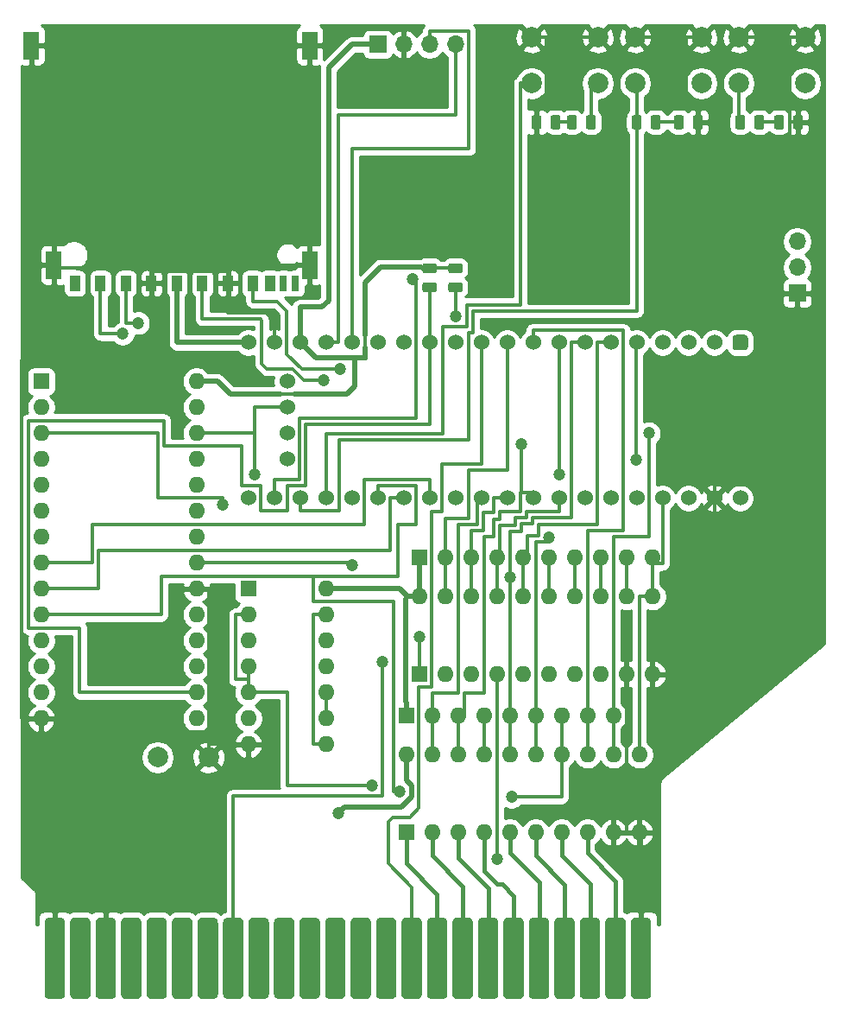
<source format=gtl>
G04 #@! TF.GenerationSoftware,KiCad,Pcbnew,5.1.5-52549c5~86~ubuntu19.10.1*
G04 #@! TF.CreationDate,2020-04-22T22:15:28+03:00*
G04 #@! TF.ProjectId,control,636f6e74-726f-46c2-9e6b-696361645f70,rev?*
G04 #@! TF.SameCoordinates,Original*
G04 #@! TF.FileFunction,Copper,L1,Top*
G04 #@! TF.FilePolarity,Positive*
%FSLAX46Y46*%
G04 Gerber Fmt 4.6, Leading zero omitted, Abs format (unit mm)*
G04 Created by KiCad (PCBNEW 5.1.5-52549c5~86~ubuntu19.10.1) date 2020-04-22 22:15:28*
%MOMM*%
%LPD*%
G04 APERTURE LIST*
%ADD10C,0.100000*%
%ADD11C,1.524000*%
%ADD12C,2.000000*%
%ADD13R,1.600000X1.600000*%
%ADD14O,1.600000X1.600000*%
%ADD15R,1.000000X1.500000*%
%ADD16R,0.700000X1.500000*%
%ADD17R,1.500000X2.800000*%
%ADD18R,1.700000X1.700000*%
%ADD19O,1.700000X1.700000*%
%ADD20C,1.200000*%
%ADD21C,0.300000*%
%ADD22C,0.500000*%
%ADD23C,0.400000*%
%ADD24C,0.254000*%
G04 APERTURE END LIST*
G04 #@! TA.AperFunction,ComponentPad*
D10*
G36*
X123608345Y-118619835D02*
G01*
X123645329Y-118625321D01*
X123681598Y-118634406D01*
X123716802Y-118647002D01*
X123750602Y-118662988D01*
X123782672Y-118682210D01*
X123812704Y-118704483D01*
X123840408Y-118729592D01*
X123865517Y-118757296D01*
X123887790Y-118787328D01*
X123907012Y-118819398D01*
X123922998Y-118853198D01*
X123935594Y-118888402D01*
X123944679Y-118924671D01*
X123950165Y-118961655D01*
X123952000Y-118999000D01*
X123952000Y-119761000D01*
X123950165Y-119798345D01*
X123944679Y-119835329D01*
X123935594Y-119871598D01*
X123922998Y-119906802D01*
X123907012Y-119940602D01*
X123887790Y-119972672D01*
X123865517Y-120002704D01*
X123840408Y-120030408D01*
X123812704Y-120055517D01*
X123782672Y-120077790D01*
X123750602Y-120097012D01*
X123716802Y-120112998D01*
X123681598Y-120125594D01*
X123645329Y-120134679D01*
X123608345Y-120140165D01*
X123571000Y-120142000D01*
X122809000Y-120142000D01*
X122771655Y-120140165D01*
X122734671Y-120134679D01*
X122698402Y-120125594D01*
X122663198Y-120112998D01*
X122629398Y-120097012D01*
X122597328Y-120077790D01*
X122567296Y-120055517D01*
X122539592Y-120030408D01*
X122514483Y-120002704D01*
X122492210Y-119972672D01*
X122472988Y-119940602D01*
X122457002Y-119906802D01*
X122444406Y-119871598D01*
X122435321Y-119835329D01*
X122429835Y-119798345D01*
X122428000Y-119761000D01*
X122428000Y-118999000D01*
X122429835Y-118961655D01*
X122435321Y-118924671D01*
X122444406Y-118888402D01*
X122457002Y-118853198D01*
X122472988Y-118819398D01*
X122492210Y-118787328D01*
X122514483Y-118757296D01*
X122539592Y-118729592D01*
X122567296Y-118704483D01*
X122597328Y-118682210D01*
X122629398Y-118662988D01*
X122663198Y-118647002D01*
X122698402Y-118634406D01*
X122734671Y-118625321D01*
X122771655Y-118619835D01*
X122809000Y-118618000D01*
X123571000Y-118618000D01*
X123608345Y-118619835D01*
G37*
G04 #@! TD.AperFunction*
D11*
X120650000Y-119380000D03*
X118110000Y-119380000D03*
X115570000Y-119380000D03*
X113030000Y-119380000D03*
X110490000Y-119380000D03*
X107950000Y-119380000D03*
X105410000Y-119380000D03*
X102870000Y-119380000D03*
X100330000Y-119380000D03*
X97790000Y-119380000D03*
X95250000Y-119380000D03*
X92710000Y-119380000D03*
X90170000Y-119380000D03*
X87630000Y-119380000D03*
X85090000Y-119380000D03*
X82550000Y-119380000D03*
X80010000Y-119380000D03*
X77470000Y-119380000D03*
X74930000Y-119380000D03*
X123190000Y-134620000D03*
X120650000Y-134620000D03*
X118110000Y-134620000D03*
X115570000Y-134620000D03*
X113030000Y-134620000D03*
X110490000Y-134620000D03*
X107950000Y-134620000D03*
X105410000Y-134620000D03*
X102870000Y-134620000D03*
X100330000Y-134620000D03*
X97790000Y-134620000D03*
X95250000Y-134620000D03*
X92710000Y-134620000D03*
X90170000Y-134620000D03*
X87630000Y-134620000D03*
X85090000Y-134620000D03*
X82550000Y-134620000D03*
X80010000Y-134620000D03*
X77470000Y-134620000D03*
X74930000Y-134620000D03*
X78740000Y-128270000D03*
X78740000Y-125730000D03*
X78740000Y-130810000D03*
X78740000Y-123190000D03*
G04 #@! TA.AperFunction,SMDPad,CuDef*
D10*
G36*
X89009009Y-175707408D02*
G01*
X89057545Y-175714607D01*
X89105142Y-175726530D01*
X89151342Y-175743060D01*
X89195698Y-175764039D01*
X89237785Y-175789265D01*
X89277197Y-175818495D01*
X89313553Y-175851447D01*
X89346505Y-175887803D01*
X89375735Y-175927215D01*
X89400961Y-175969302D01*
X89421940Y-176013658D01*
X89438470Y-176059858D01*
X89450393Y-176107455D01*
X89457592Y-176155991D01*
X89460000Y-176205000D01*
X89460000Y-183205000D01*
X89457592Y-183254009D01*
X89450393Y-183302545D01*
X89438470Y-183350142D01*
X89421940Y-183396342D01*
X89400961Y-183440698D01*
X89375735Y-183482785D01*
X89346505Y-183522197D01*
X89313553Y-183558553D01*
X89277197Y-183591505D01*
X89237785Y-183620735D01*
X89195698Y-183645961D01*
X89151342Y-183666940D01*
X89105142Y-183683470D01*
X89057545Y-183695393D01*
X89009009Y-183702592D01*
X88960000Y-183705000D01*
X87960000Y-183705000D01*
X87910991Y-183702592D01*
X87862455Y-183695393D01*
X87814858Y-183683470D01*
X87768658Y-183666940D01*
X87724302Y-183645961D01*
X87682215Y-183620735D01*
X87642803Y-183591505D01*
X87606447Y-183558553D01*
X87573495Y-183522197D01*
X87544265Y-183482785D01*
X87519039Y-183440698D01*
X87498060Y-183396342D01*
X87481530Y-183350142D01*
X87469607Y-183302545D01*
X87462408Y-183254009D01*
X87460000Y-183205000D01*
X87460000Y-176205000D01*
X87462408Y-176155991D01*
X87469607Y-176107455D01*
X87481530Y-176059858D01*
X87498060Y-176013658D01*
X87519039Y-175969302D01*
X87544265Y-175927215D01*
X87573495Y-175887803D01*
X87606447Y-175851447D01*
X87642803Y-175818495D01*
X87682215Y-175789265D01*
X87724302Y-175764039D01*
X87768658Y-175743060D01*
X87814858Y-175726530D01*
X87862455Y-175714607D01*
X87910991Y-175707408D01*
X87960000Y-175705000D01*
X88960000Y-175705000D01*
X89009009Y-175707408D01*
G37*
G04 #@! TD.AperFunction*
G04 #@! TA.AperFunction,SMDPad,CuDef*
G36*
X86509009Y-175707408D02*
G01*
X86557545Y-175714607D01*
X86605142Y-175726530D01*
X86651342Y-175743060D01*
X86695698Y-175764039D01*
X86737785Y-175789265D01*
X86777197Y-175818495D01*
X86813553Y-175851447D01*
X86846505Y-175887803D01*
X86875735Y-175927215D01*
X86900961Y-175969302D01*
X86921940Y-176013658D01*
X86938470Y-176059858D01*
X86950393Y-176107455D01*
X86957592Y-176155991D01*
X86960000Y-176205000D01*
X86960000Y-183205000D01*
X86957592Y-183254009D01*
X86950393Y-183302545D01*
X86938470Y-183350142D01*
X86921940Y-183396342D01*
X86900961Y-183440698D01*
X86875735Y-183482785D01*
X86846505Y-183522197D01*
X86813553Y-183558553D01*
X86777197Y-183591505D01*
X86737785Y-183620735D01*
X86695698Y-183645961D01*
X86651342Y-183666940D01*
X86605142Y-183683470D01*
X86557545Y-183695393D01*
X86509009Y-183702592D01*
X86460000Y-183705000D01*
X85460000Y-183705000D01*
X85410991Y-183702592D01*
X85362455Y-183695393D01*
X85314858Y-183683470D01*
X85268658Y-183666940D01*
X85224302Y-183645961D01*
X85182215Y-183620735D01*
X85142803Y-183591505D01*
X85106447Y-183558553D01*
X85073495Y-183522197D01*
X85044265Y-183482785D01*
X85019039Y-183440698D01*
X84998060Y-183396342D01*
X84981530Y-183350142D01*
X84969607Y-183302545D01*
X84962408Y-183254009D01*
X84960000Y-183205000D01*
X84960000Y-176205000D01*
X84962408Y-176155991D01*
X84969607Y-176107455D01*
X84981530Y-176059858D01*
X84998060Y-176013658D01*
X85019039Y-175969302D01*
X85044265Y-175927215D01*
X85073495Y-175887803D01*
X85106447Y-175851447D01*
X85142803Y-175818495D01*
X85182215Y-175789265D01*
X85224302Y-175764039D01*
X85268658Y-175743060D01*
X85314858Y-175726530D01*
X85362455Y-175714607D01*
X85410991Y-175707408D01*
X85460000Y-175705000D01*
X86460000Y-175705000D01*
X86509009Y-175707408D01*
G37*
G04 #@! TD.AperFunction*
G04 #@! TA.AperFunction,SMDPad,CuDef*
G36*
X64009009Y-175707408D02*
G01*
X64057545Y-175714607D01*
X64105142Y-175726530D01*
X64151342Y-175743060D01*
X64195698Y-175764039D01*
X64237785Y-175789265D01*
X64277197Y-175818495D01*
X64313553Y-175851447D01*
X64346505Y-175887803D01*
X64375735Y-175927215D01*
X64400961Y-175969302D01*
X64421940Y-176013658D01*
X64438470Y-176059858D01*
X64450393Y-176107455D01*
X64457592Y-176155991D01*
X64460000Y-176205000D01*
X64460000Y-183205000D01*
X64457592Y-183254009D01*
X64450393Y-183302545D01*
X64438470Y-183350142D01*
X64421940Y-183396342D01*
X64400961Y-183440698D01*
X64375735Y-183482785D01*
X64346505Y-183522197D01*
X64313553Y-183558553D01*
X64277197Y-183591505D01*
X64237785Y-183620735D01*
X64195698Y-183645961D01*
X64151342Y-183666940D01*
X64105142Y-183683470D01*
X64057545Y-183695393D01*
X64009009Y-183702592D01*
X63960000Y-183705000D01*
X62960000Y-183705000D01*
X62910991Y-183702592D01*
X62862455Y-183695393D01*
X62814858Y-183683470D01*
X62768658Y-183666940D01*
X62724302Y-183645961D01*
X62682215Y-183620735D01*
X62642803Y-183591505D01*
X62606447Y-183558553D01*
X62573495Y-183522197D01*
X62544265Y-183482785D01*
X62519039Y-183440698D01*
X62498060Y-183396342D01*
X62481530Y-183350142D01*
X62469607Y-183302545D01*
X62462408Y-183254009D01*
X62460000Y-183205000D01*
X62460000Y-176205000D01*
X62462408Y-176155991D01*
X62469607Y-176107455D01*
X62481530Y-176059858D01*
X62498060Y-176013658D01*
X62519039Y-175969302D01*
X62544265Y-175927215D01*
X62573495Y-175887803D01*
X62606447Y-175851447D01*
X62642803Y-175818495D01*
X62682215Y-175789265D01*
X62724302Y-175764039D01*
X62768658Y-175743060D01*
X62814858Y-175726530D01*
X62862455Y-175714607D01*
X62910991Y-175707408D01*
X62960000Y-175705000D01*
X63960000Y-175705000D01*
X64009009Y-175707408D01*
G37*
G04 #@! TD.AperFunction*
G04 #@! TA.AperFunction,SMDPad,CuDef*
G36*
X114009009Y-175707408D02*
G01*
X114057545Y-175714607D01*
X114105142Y-175726530D01*
X114151342Y-175743060D01*
X114195698Y-175764039D01*
X114237785Y-175789265D01*
X114277197Y-175818495D01*
X114313553Y-175851447D01*
X114346505Y-175887803D01*
X114375735Y-175927215D01*
X114400961Y-175969302D01*
X114421940Y-176013658D01*
X114438470Y-176059858D01*
X114450393Y-176107455D01*
X114457592Y-176155991D01*
X114460000Y-176205000D01*
X114460000Y-183205000D01*
X114457592Y-183254009D01*
X114450393Y-183302545D01*
X114438470Y-183350142D01*
X114421940Y-183396342D01*
X114400961Y-183440698D01*
X114375735Y-183482785D01*
X114346505Y-183522197D01*
X114313553Y-183558553D01*
X114277197Y-183591505D01*
X114237785Y-183620735D01*
X114195698Y-183645961D01*
X114151342Y-183666940D01*
X114105142Y-183683470D01*
X114057545Y-183695393D01*
X114009009Y-183702592D01*
X113960000Y-183705000D01*
X112960000Y-183705000D01*
X112910991Y-183702592D01*
X112862455Y-183695393D01*
X112814858Y-183683470D01*
X112768658Y-183666940D01*
X112724302Y-183645961D01*
X112682215Y-183620735D01*
X112642803Y-183591505D01*
X112606447Y-183558553D01*
X112573495Y-183522197D01*
X112544265Y-183482785D01*
X112519039Y-183440698D01*
X112498060Y-183396342D01*
X112481530Y-183350142D01*
X112469607Y-183302545D01*
X112462408Y-183254009D01*
X112460000Y-183205000D01*
X112460000Y-176205000D01*
X112462408Y-176155991D01*
X112469607Y-176107455D01*
X112481530Y-176059858D01*
X112498060Y-176013658D01*
X112519039Y-175969302D01*
X112544265Y-175927215D01*
X112573495Y-175887803D01*
X112606447Y-175851447D01*
X112642803Y-175818495D01*
X112682215Y-175789265D01*
X112724302Y-175764039D01*
X112768658Y-175743060D01*
X112814858Y-175726530D01*
X112862455Y-175714607D01*
X112910991Y-175707408D01*
X112960000Y-175705000D01*
X113960000Y-175705000D01*
X114009009Y-175707408D01*
G37*
G04 #@! TD.AperFunction*
G04 #@! TA.AperFunction,SMDPad,CuDef*
G36*
X96509009Y-175707408D02*
G01*
X96557545Y-175714607D01*
X96605142Y-175726530D01*
X96651342Y-175743060D01*
X96695698Y-175764039D01*
X96737785Y-175789265D01*
X96777197Y-175818495D01*
X96813553Y-175851447D01*
X96846505Y-175887803D01*
X96875735Y-175927215D01*
X96900961Y-175969302D01*
X96921940Y-176013658D01*
X96938470Y-176059858D01*
X96950393Y-176107455D01*
X96957592Y-176155991D01*
X96960000Y-176205000D01*
X96960000Y-183205000D01*
X96957592Y-183254009D01*
X96950393Y-183302545D01*
X96938470Y-183350142D01*
X96921940Y-183396342D01*
X96900961Y-183440698D01*
X96875735Y-183482785D01*
X96846505Y-183522197D01*
X96813553Y-183558553D01*
X96777197Y-183591505D01*
X96737785Y-183620735D01*
X96695698Y-183645961D01*
X96651342Y-183666940D01*
X96605142Y-183683470D01*
X96557545Y-183695393D01*
X96509009Y-183702592D01*
X96460000Y-183705000D01*
X95460000Y-183705000D01*
X95410991Y-183702592D01*
X95362455Y-183695393D01*
X95314858Y-183683470D01*
X95268658Y-183666940D01*
X95224302Y-183645961D01*
X95182215Y-183620735D01*
X95142803Y-183591505D01*
X95106447Y-183558553D01*
X95073495Y-183522197D01*
X95044265Y-183482785D01*
X95019039Y-183440698D01*
X94998060Y-183396342D01*
X94981530Y-183350142D01*
X94969607Y-183302545D01*
X94962408Y-183254009D01*
X94960000Y-183205000D01*
X94960000Y-176205000D01*
X94962408Y-176155991D01*
X94969607Y-176107455D01*
X94981530Y-176059858D01*
X94998060Y-176013658D01*
X95019039Y-175969302D01*
X95044265Y-175927215D01*
X95073495Y-175887803D01*
X95106447Y-175851447D01*
X95142803Y-175818495D01*
X95182215Y-175789265D01*
X95224302Y-175764039D01*
X95268658Y-175743060D01*
X95314858Y-175726530D01*
X95362455Y-175714607D01*
X95410991Y-175707408D01*
X95460000Y-175705000D01*
X96460000Y-175705000D01*
X96509009Y-175707408D01*
G37*
G04 #@! TD.AperFunction*
G04 #@! TA.AperFunction,SMDPad,CuDef*
G36*
X79009009Y-175707408D02*
G01*
X79057545Y-175714607D01*
X79105142Y-175726530D01*
X79151342Y-175743060D01*
X79195698Y-175764039D01*
X79237785Y-175789265D01*
X79277197Y-175818495D01*
X79313553Y-175851447D01*
X79346505Y-175887803D01*
X79375735Y-175927215D01*
X79400961Y-175969302D01*
X79421940Y-176013658D01*
X79438470Y-176059858D01*
X79450393Y-176107455D01*
X79457592Y-176155991D01*
X79460000Y-176205000D01*
X79460000Y-183205000D01*
X79457592Y-183254009D01*
X79450393Y-183302545D01*
X79438470Y-183350142D01*
X79421940Y-183396342D01*
X79400961Y-183440698D01*
X79375735Y-183482785D01*
X79346505Y-183522197D01*
X79313553Y-183558553D01*
X79277197Y-183591505D01*
X79237785Y-183620735D01*
X79195698Y-183645961D01*
X79151342Y-183666940D01*
X79105142Y-183683470D01*
X79057545Y-183695393D01*
X79009009Y-183702592D01*
X78960000Y-183705000D01*
X77960000Y-183705000D01*
X77910991Y-183702592D01*
X77862455Y-183695393D01*
X77814858Y-183683470D01*
X77768658Y-183666940D01*
X77724302Y-183645961D01*
X77682215Y-183620735D01*
X77642803Y-183591505D01*
X77606447Y-183558553D01*
X77573495Y-183522197D01*
X77544265Y-183482785D01*
X77519039Y-183440698D01*
X77498060Y-183396342D01*
X77481530Y-183350142D01*
X77469607Y-183302545D01*
X77462408Y-183254009D01*
X77460000Y-183205000D01*
X77460000Y-176205000D01*
X77462408Y-176155991D01*
X77469607Y-176107455D01*
X77481530Y-176059858D01*
X77498060Y-176013658D01*
X77519039Y-175969302D01*
X77544265Y-175927215D01*
X77573495Y-175887803D01*
X77606447Y-175851447D01*
X77642803Y-175818495D01*
X77682215Y-175789265D01*
X77724302Y-175764039D01*
X77768658Y-175743060D01*
X77814858Y-175726530D01*
X77862455Y-175714607D01*
X77910991Y-175707408D01*
X77960000Y-175705000D01*
X78960000Y-175705000D01*
X79009009Y-175707408D01*
G37*
G04 #@! TD.AperFunction*
G04 #@! TA.AperFunction,SMDPad,CuDef*
G36*
X59009009Y-175707408D02*
G01*
X59057545Y-175714607D01*
X59105142Y-175726530D01*
X59151342Y-175743060D01*
X59195698Y-175764039D01*
X59237785Y-175789265D01*
X59277197Y-175818495D01*
X59313553Y-175851447D01*
X59346505Y-175887803D01*
X59375735Y-175927215D01*
X59400961Y-175969302D01*
X59421940Y-176013658D01*
X59438470Y-176059858D01*
X59450393Y-176107455D01*
X59457592Y-176155991D01*
X59460000Y-176205000D01*
X59460000Y-183205000D01*
X59457592Y-183254009D01*
X59450393Y-183302545D01*
X59438470Y-183350142D01*
X59421940Y-183396342D01*
X59400961Y-183440698D01*
X59375735Y-183482785D01*
X59346505Y-183522197D01*
X59313553Y-183558553D01*
X59277197Y-183591505D01*
X59237785Y-183620735D01*
X59195698Y-183645961D01*
X59151342Y-183666940D01*
X59105142Y-183683470D01*
X59057545Y-183695393D01*
X59009009Y-183702592D01*
X58960000Y-183705000D01*
X57960000Y-183705000D01*
X57910991Y-183702592D01*
X57862455Y-183695393D01*
X57814858Y-183683470D01*
X57768658Y-183666940D01*
X57724302Y-183645961D01*
X57682215Y-183620735D01*
X57642803Y-183591505D01*
X57606447Y-183558553D01*
X57573495Y-183522197D01*
X57544265Y-183482785D01*
X57519039Y-183440698D01*
X57498060Y-183396342D01*
X57481530Y-183350142D01*
X57469607Y-183302545D01*
X57462408Y-183254009D01*
X57460000Y-183205000D01*
X57460000Y-176205000D01*
X57462408Y-176155991D01*
X57469607Y-176107455D01*
X57481530Y-176059858D01*
X57498060Y-176013658D01*
X57519039Y-175969302D01*
X57544265Y-175927215D01*
X57573495Y-175887803D01*
X57606447Y-175851447D01*
X57642803Y-175818495D01*
X57682215Y-175789265D01*
X57724302Y-175764039D01*
X57768658Y-175743060D01*
X57814858Y-175726530D01*
X57862455Y-175714607D01*
X57910991Y-175707408D01*
X57960000Y-175705000D01*
X58960000Y-175705000D01*
X59009009Y-175707408D01*
G37*
G04 #@! TD.AperFunction*
G04 #@! TA.AperFunction,SMDPad,CuDef*
G36*
X84009009Y-175707408D02*
G01*
X84057545Y-175714607D01*
X84105142Y-175726530D01*
X84151342Y-175743060D01*
X84195698Y-175764039D01*
X84237785Y-175789265D01*
X84277197Y-175818495D01*
X84313553Y-175851447D01*
X84346505Y-175887803D01*
X84375735Y-175927215D01*
X84400961Y-175969302D01*
X84421940Y-176013658D01*
X84438470Y-176059858D01*
X84450393Y-176107455D01*
X84457592Y-176155991D01*
X84460000Y-176205000D01*
X84460000Y-183205000D01*
X84457592Y-183254009D01*
X84450393Y-183302545D01*
X84438470Y-183350142D01*
X84421940Y-183396342D01*
X84400961Y-183440698D01*
X84375735Y-183482785D01*
X84346505Y-183522197D01*
X84313553Y-183558553D01*
X84277197Y-183591505D01*
X84237785Y-183620735D01*
X84195698Y-183645961D01*
X84151342Y-183666940D01*
X84105142Y-183683470D01*
X84057545Y-183695393D01*
X84009009Y-183702592D01*
X83960000Y-183705000D01*
X82960000Y-183705000D01*
X82910991Y-183702592D01*
X82862455Y-183695393D01*
X82814858Y-183683470D01*
X82768658Y-183666940D01*
X82724302Y-183645961D01*
X82682215Y-183620735D01*
X82642803Y-183591505D01*
X82606447Y-183558553D01*
X82573495Y-183522197D01*
X82544265Y-183482785D01*
X82519039Y-183440698D01*
X82498060Y-183396342D01*
X82481530Y-183350142D01*
X82469607Y-183302545D01*
X82462408Y-183254009D01*
X82460000Y-183205000D01*
X82460000Y-176205000D01*
X82462408Y-176155991D01*
X82469607Y-176107455D01*
X82481530Y-176059858D01*
X82498060Y-176013658D01*
X82519039Y-175969302D01*
X82544265Y-175927215D01*
X82573495Y-175887803D01*
X82606447Y-175851447D01*
X82642803Y-175818495D01*
X82682215Y-175789265D01*
X82724302Y-175764039D01*
X82768658Y-175743060D01*
X82814858Y-175726530D01*
X82862455Y-175714607D01*
X82910991Y-175707408D01*
X82960000Y-175705000D01*
X83960000Y-175705000D01*
X84009009Y-175707408D01*
G37*
G04 #@! TD.AperFunction*
G04 #@! TA.AperFunction,SMDPad,CuDef*
G36*
X99009009Y-175707408D02*
G01*
X99057545Y-175714607D01*
X99105142Y-175726530D01*
X99151342Y-175743060D01*
X99195698Y-175764039D01*
X99237785Y-175789265D01*
X99277197Y-175818495D01*
X99313553Y-175851447D01*
X99346505Y-175887803D01*
X99375735Y-175927215D01*
X99400961Y-175969302D01*
X99421940Y-176013658D01*
X99438470Y-176059858D01*
X99450393Y-176107455D01*
X99457592Y-176155991D01*
X99460000Y-176205000D01*
X99460000Y-183205000D01*
X99457592Y-183254009D01*
X99450393Y-183302545D01*
X99438470Y-183350142D01*
X99421940Y-183396342D01*
X99400961Y-183440698D01*
X99375735Y-183482785D01*
X99346505Y-183522197D01*
X99313553Y-183558553D01*
X99277197Y-183591505D01*
X99237785Y-183620735D01*
X99195698Y-183645961D01*
X99151342Y-183666940D01*
X99105142Y-183683470D01*
X99057545Y-183695393D01*
X99009009Y-183702592D01*
X98960000Y-183705000D01*
X97960000Y-183705000D01*
X97910991Y-183702592D01*
X97862455Y-183695393D01*
X97814858Y-183683470D01*
X97768658Y-183666940D01*
X97724302Y-183645961D01*
X97682215Y-183620735D01*
X97642803Y-183591505D01*
X97606447Y-183558553D01*
X97573495Y-183522197D01*
X97544265Y-183482785D01*
X97519039Y-183440698D01*
X97498060Y-183396342D01*
X97481530Y-183350142D01*
X97469607Y-183302545D01*
X97462408Y-183254009D01*
X97460000Y-183205000D01*
X97460000Y-176205000D01*
X97462408Y-176155991D01*
X97469607Y-176107455D01*
X97481530Y-176059858D01*
X97498060Y-176013658D01*
X97519039Y-175969302D01*
X97544265Y-175927215D01*
X97573495Y-175887803D01*
X97606447Y-175851447D01*
X97642803Y-175818495D01*
X97682215Y-175789265D01*
X97724302Y-175764039D01*
X97768658Y-175743060D01*
X97814858Y-175726530D01*
X97862455Y-175714607D01*
X97910991Y-175707408D01*
X97960000Y-175705000D01*
X98960000Y-175705000D01*
X99009009Y-175707408D01*
G37*
G04 #@! TD.AperFunction*
G04 #@! TA.AperFunction,SMDPad,CuDef*
G36*
X74009009Y-175707408D02*
G01*
X74057545Y-175714607D01*
X74105142Y-175726530D01*
X74151342Y-175743060D01*
X74195698Y-175764039D01*
X74237785Y-175789265D01*
X74277197Y-175818495D01*
X74313553Y-175851447D01*
X74346505Y-175887803D01*
X74375735Y-175927215D01*
X74400961Y-175969302D01*
X74421940Y-176013658D01*
X74438470Y-176059858D01*
X74450393Y-176107455D01*
X74457592Y-176155991D01*
X74460000Y-176205000D01*
X74460000Y-183205000D01*
X74457592Y-183254009D01*
X74450393Y-183302545D01*
X74438470Y-183350142D01*
X74421940Y-183396342D01*
X74400961Y-183440698D01*
X74375735Y-183482785D01*
X74346505Y-183522197D01*
X74313553Y-183558553D01*
X74277197Y-183591505D01*
X74237785Y-183620735D01*
X74195698Y-183645961D01*
X74151342Y-183666940D01*
X74105142Y-183683470D01*
X74057545Y-183695393D01*
X74009009Y-183702592D01*
X73960000Y-183705000D01*
X72960000Y-183705000D01*
X72910991Y-183702592D01*
X72862455Y-183695393D01*
X72814858Y-183683470D01*
X72768658Y-183666940D01*
X72724302Y-183645961D01*
X72682215Y-183620735D01*
X72642803Y-183591505D01*
X72606447Y-183558553D01*
X72573495Y-183522197D01*
X72544265Y-183482785D01*
X72519039Y-183440698D01*
X72498060Y-183396342D01*
X72481530Y-183350142D01*
X72469607Y-183302545D01*
X72462408Y-183254009D01*
X72460000Y-183205000D01*
X72460000Y-176205000D01*
X72462408Y-176155991D01*
X72469607Y-176107455D01*
X72481530Y-176059858D01*
X72498060Y-176013658D01*
X72519039Y-175969302D01*
X72544265Y-175927215D01*
X72573495Y-175887803D01*
X72606447Y-175851447D01*
X72642803Y-175818495D01*
X72682215Y-175789265D01*
X72724302Y-175764039D01*
X72768658Y-175743060D01*
X72814858Y-175726530D01*
X72862455Y-175714607D01*
X72910991Y-175707408D01*
X72960000Y-175705000D01*
X73960000Y-175705000D01*
X74009009Y-175707408D01*
G37*
G04 #@! TD.AperFunction*
G04 #@! TA.AperFunction,SMDPad,CuDef*
G36*
X81509009Y-175707408D02*
G01*
X81557545Y-175714607D01*
X81605142Y-175726530D01*
X81651342Y-175743060D01*
X81695698Y-175764039D01*
X81737785Y-175789265D01*
X81777197Y-175818495D01*
X81813553Y-175851447D01*
X81846505Y-175887803D01*
X81875735Y-175927215D01*
X81900961Y-175969302D01*
X81921940Y-176013658D01*
X81938470Y-176059858D01*
X81950393Y-176107455D01*
X81957592Y-176155991D01*
X81960000Y-176205000D01*
X81960000Y-183205000D01*
X81957592Y-183254009D01*
X81950393Y-183302545D01*
X81938470Y-183350142D01*
X81921940Y-183396342D01*
X81900961Y-183440698D01*
X81875735Y-183482785D01*
X81846505Y-183522197D01*
X81813553Y-183558553D01*
X81777197Y-183591505D01*
X81737785Y-183620735D01*
X81695698Y-183645961D01*
X81651342Y-183666940D01*
X81605142Y-183683470D01*
X81557545Y-183695393D01*
X81509009Y-183702592D01*
X81460000Y-183705000D01*
X80460000Y-183705000D01*
X80410991Y-183702592D01*
X80362455Y-183695393D01*
X80314858Y-183683470D01*
X80268658Y-183666940D01*
X80224302Y-183645961D01*
X80182215Y-183620735D01*
X80142803Y-183591505D01*
X80106447Y-183558553D01*
X80073495Y-183522197D01*
X80044265Y-183482785D01*
X80019039Y-183440698D01*
X79998060Y-183396342D01*
X79981530Y-183350142D01*
X79969607Y-183302545D01*
X79962408Y-183254009D01*
X79960000Y-183205000D01*
X79960000Y-176205000D01*
X79962408Y-176155991D01*
X79969607Y-176107455D01*
X79981530Y-176059858D01*
X79998060Y-176013658D01*
X80019039Y-175969302D01*
X80044265Y-175927215D01*
X80073495Y-175887803D01*
X80106447Y-175851447D01*
X80142803Y-175818495D01*
X80182215Y-175789265D01*
X80224302Y-175764039D01*
X80268658Y-175743060D01*
X80314858Y-175726530D01*
X80362455Y-175714607D01*
X80410991Y-175707408D01*
X80460000Y-175705000D01*
X81460000Y-175705000D01*
X81509009Y-175707408D01*
G37*
G04 #@! TD.AperFunction*
G04 #@! TA.AperFunction,SMDPad,CuDef*
G36*
X94009009Y-175707408D02*
G01*
X94057545Y-175714607D01*
X94105142Y-175726530D01*
X94151342Y-175743060D01*
X94195698Y-175764039D01*
X94237785Y-175789265D01*
X94277197Y-175818495D01*
X94313553Y-175851447D01*
X94346505Y-175887803D01*
X94375735Y-175927215D01*
X94400961Y-175969302D01*
X94421940Y-176013658D01*
X94438470Y-176059858D01*
X94450393Y-176107455D01*
X94457592Y-176155991D01*
X94460000Y-176205000D01*
X94460000Y-183205000D01*
X94457592Y-183254009D01*
X94450393Y-183302545D01*
X94438470Y-183350142D01*
X94421940Y-183396342D01*
X94400961Y-183440698D01*
X94375735Y-183482785D01*
X94346505Y-183522197D01*
X94313553Y-183558553D01*
X94277197Y-183591505D01*
X94237785Y-183620735D01*
X94195698Y-183645961D01*
X94151342Y-183666940D01*
X94105142Y-183683470D01*
X94057545Y-183695393D01*
X94009009Y-183702592D01*
X93960000Y-183705000D01*
X92960000Y-183705000D01*
X92910991Y-183702592D01*
X92862455Y-183695393D01*
X92814858Y-183683470D01*
X92768658Y-183666940D01*
X92724302Y-183645961D01*
X92682215Y-183620735D01*
X92642803Y-183591505D01*
X92606447Y-183558553D01*
X92573495Y-183522197D01*
X92544265Y-183482785D01*
X92519039Y-183440698D01*
X92498060Y-183396342D01*
X92481530Y-183350142D01*
X92469607Y-183302545D01*
X92462408Y-183254009D01*
X92460000Y-183205000D01*
X92460000Y-176205000D01*
X92462408Y-176155991D01*
X92469607Y-176107455D01*
X92481530Y-176059858D01*
X92498060Y-176013658D01*
X92519039Y-175969302D01*
X92544265Y-175927215D01*
X92573495Y-175887803D01*
X92606447Y-175851447D01*
X92642803Y-175818495D01*
X92682215Y-175789265D01*
X92724302Y-175764039D01*
X92768658Y-175743060D01*
X92814858Y-175726530D01*
X92862455Y-175714607D01*
X92910991Y-175707408D01*
X92960000Y-175705000D01*
X93960000Y-175705000D01*
X94009009Y-175707408D01*
G37*
G04 #@! TD.AperFunction*
G04 #@! TA.AperFunction,SMDPad,CuDef*
G36*
X71509009Y-175707408D02*
G01*
X71557545Y-175714607D01*
X71605142Y-175726530D01*
X71651342Y-175743060D01*
X71695698Y-175764039D01*
X71737785Y-175789265D01*
X71777197Y-175818495D01*
X71813553Y-175851447D01*
X71846505Y-175887803D01*
X71875735Y-175927215D01*
X71900961Y-175969302D01*
X71921940Y-176013658D01*
X71938470Y-176059858D01*
X71950393Y-176107455D01*
X71957592Y-176155991D01*
X71960000Y-176205000D01*
X71960000Y-183205000D01*
X71957592Y-183254009D01*
X71950393Y-183302545D01*
X71938470Y-183350142D01*
X71921940Y-183396342D01*
X71900961Y-183440698D01*
X71875735Y-183482785D01*
X71846505Y-183522197D01*
X71813553Y-183558553D01*
X71777197Y-183591505D01*
X71737785Y-183620735D01*
X71695698Y-183645961D01*
X71651342Y-183666940D01*
X71605142Y-183683470D01*
X71557545Y-183695393D01*
X71509009Y-183702592D01*
X71460000Y-183705000D01*
X70460000Y-183705000D01*
X70410991Y-183702592D01*
X70362455Y-183695393D01*
X70314858Y-183683470D01*
X70268658Y-183666940D01*
X70224302Y-183645961D01*
X70182215Y-183620735D01*
X70142803Y-183591505D01*
X70106447Y-183558553D01*
X70073495Y-183522197D01*
X70044265Y-183482785D01*
X70019039Y-183440698D01*
X69998060Y-183396342D01*
X69981530Y-183350142D01*
X69969607Y-183302545D01*
X69962408Y-183254009D01*
X69960000Y-183205000D01*
X69960000Y-176205000D01*
X69962408Y-176155991D01*
X69969607Y-176107455D01*
X69981530Y-176059858D01*
X69998060Y-176013658D01*
X70019039Y-175969302D01*
X70044265Y-175927215D01*
X70073495Y-175887803D01*
X70106447Y-175851447D01*
X70142803Y-175818495D01*
X70182215Y-175789265D01*
X70224302Y-175764039D01*
X70268658Y-175743060D01*
X70314858Y-175726530D01*
X70362455Y-175714607D01*
X70410991Y-175707408D01*
X70460000Y-175705000D01*
X71460000Y-175705000D01*
X71509009Y-175707408D01*
G37*
G04 #@! TD.AperFunction*
G04 #@! TA.AperFunction,SMDPad,CuDef*
G36*
X109009009Y-175707408D02*
G01*
X109057545Y-175714607D01*
X109105142Y-175726530D01*
X109151342Y-175743060D01*
X109195698Y-175764039D01*
X109237785Y-175789265D01*
X109277197Y-175818495D01*
X109313553Y-175851447D01*
X109346505Y-175887803D01*
X109375735Y-175927215D01*
X109400961Y-175969302D01*
X109421940Y-176013658D01*
X109438470Y-176059858D01*
X109450393Y-176107455D01*
X109457592Y-176155991D01*
X109460000Y-176205000D01*
X109460000Y-183205000D01*
X109457592Y-183254009D01*
X109450393Y-183302545D01*
X109438470Y-183350142D01*
X109421940Y-183396342D01*
X109400961Y-183440698D01*
X109375735Y-183482785D01*
X109346505Y-183522197D01*
X109313553Y-183558553D01*
X109277197Y-183591505D01*
X109237785Y-183620735D01*
X109195698Y-183645961D01*
X109151342Y-183666940D01*
X109105142Y-183683470D01*
X109057545Y-183695393D01*
X109009009Y-183702592D01*
X108960000Y-183705000D01*
X107960000Y-183705000D01*
X107910991Y-183702592D01*
X107862455Y-183695393D01*
X107814858Y-183683470D01*
X107768658Y-183666940D01*
X107724302Y-183645961D01*
X107682215Y-183620735D01*
X107642803Y-183591505D01*
X107606447Y-183558553D01*
X107573495Y-183522197D01*
X107544265Y-183482785D01*
X107519039Y-183440698D01*
X107498060Y-183396342D01*
X107481530Y-183350142D01*
X107469607Y-183302545D01*
X107462408Y-183254009D01*
X107460000Y-183205000D01*
X107460000Y-176205000D01*
X107462408Y-176155991D01*
X107469607Y-176107455D01*
X107481530Y-176059858D01*
X107498060Y-176013658D01*
X107519039Y-175969302D01*
X107544265Y-175927215D01*
X107573495Y-175887803D01*
X107606447Y-175851447D01*
X107642803Y-175818495D01*
X107682215Y-175789265D01*
X107724302Y-175764039D01*
X107768658Y-175743060D01*
X107814858Y-175726530D01*
X107862455Y-175714607D01*
X107910991Y-175707408D01*
X107960000Y-175705000D01*
X108960000Y-175705000D01*
X109009009Y-175707408D01*
G37*
G04 #@! TD.AperFunction*
G04 #@! TA.AperFunction,SMDPad,CuDef*
G36*
X66509009Y-175707408D02*
G01*
X66557545Y-175714607D01*
X66605142Y-175726530D01*
X66651342Y-175743060D01*
X66695698Y-175764039D01*
X66737785Y-175789265D01*
X66777197Y-175818495D01*
X66813553Y-175851447D01*
X66846505Y-175887803D01*
X66875735Y-175927215D01*
X66900961Y-175969302D01*
X66921940Y-176013658D01*
X66938470Y-176059858D01*
X66950393Y-176107455D01*
X66957592Y-176155991D01*
X66960000Y-176205000D01*
X66960000Y-183205000D01*
X66957592Y-183254009D01*
X66950393Y-183302545D01*
X66938470Y-183350142D01*
X66921940Y-183396342D01*
X66900961Y-183440698D01*
X66875735Y-183482785D01*
X66846505Y-183522197D01*
X66813553Y-183558553D01*
X66777197Y-183591505D01*
X66737785Y-183620735D01*
X66695698Y-183645961D01*
X66651342Y-183666940D01*
X66605142Y-183683470D01*
X66557545Y-183695393D01*
X66509009Y-183702592D01*
X66460000Y-183705000D01*
X65460000Y-183705000D01*
X65410991Y-183702592D01*
X65362455Y-183695393D01*
X65314858Y-183683470D01*
X65268658Y-183666940D01*
X65224302Y-183645961D01*
X65182215Y-183620735D01*
X65142803Y-183591505D01*
X65106447Y-183558553D01*
X65073495Y-183522197D01*
X65044265Y-183482785D01*
X65019039Y-183440698D01*
X64998060Y-183396342D01*
X64981530Y-183350142D01*
X64969607Y-183302545D01*
X64962408Y-183254009D01*
X64960000Y-183205000D01*
X64960000Y-176205000D01*
X64962408Y-176155991D01*
X64969607Y-176107455D01*
X64981530Y-176059858D01*
X64998060Y-176013658D01*
X65019039Y-175969302D01*
X65044265Y-175927215D01*
X65073495Y-175887803D01*
X65106447Y-175851447D01*
X65142803Y-175818495D01*
X65182215Y-175789265D01*
X65224302Y-175764039D01*
X65268658Y-175743060D01*
X65314858Y-175726530D01*
X65362455Y-175714607D01*
X65410991Y-175707408D01*
X65460000Y-175705000D01*
X66460000Y-175705000D01*
X66509009Y-175707408D01*
G37*
G04 #@! TD.AperFunction*
G04 #@! TA.AperFunction,SMDPad,CuDef*
G36*
X61509009Y-175707408D02*
G01*
X61557545Y-175714607D01*
X61605142Y-175726530D01*
X61651342Y-175743060D01*
X61695698Y-175764039D01*
X61737785Y-175789265D01*
X61777197Y-175818495D01*
X61813553Y-175851447D01*
X61846505Y-175887803D01*
X61875735Y-175927215D01*
X61900961Y-175969302D01*
X61921940Y-176013658D01*
X61938470Y-176059858D01*
X61950393Y-176107455D01*
X61957592Y-176155991D01*
X61960000Y-176205000D01*
X61960000Y-183205000D01*
X61957592Y-183254009D01*
X61950393Y-183302545D01*
X61938470Y-183350142D01*
X61921940Y-183396342D01*
X61900961Y-183440698D01*
X61875735Y-183482785D01*
X61846505Y-183522197D01*
X61813553Y-183558553D01*
X61777197Y-183591505D01*
X61737785Y-183620735D01*
X61695698Y-183645961D01*
X61651342Y-183666940D01*
X61605142Y-183683470D01*
X61557545Y-183695393D01*
X61509009Y-183702592D01*
X61460000Y-183705000D01*
X60460000Y-183705000D01*
X60410991Y-183702592D01*
X60362455Y-183695393D01*
X60314858Y-183683470D01*
X60268658Y-183666940D01*
X60224302Y-183645961D01*
X60182215Y-183620735D01*
X60142803Y-183591505D01*
X60106447Y-183558553D01*
X60073495Y-183522197D01*
X60044265Y-183482785D01*
X60019039Y-183440698D01*
X59998060Y-183396342D01*
X59981530Y-183350142D01*
X59969607Y-183302545D01*
X59962408Y-183254009D01*
X59960000Y-183205000D01*
X59960000Y-176205000D01*
X59962408Y-176155991D01*
X59969607Y-176107455D01*
X59981530Y-176059858D01*
X59998060Y-176013658D01*
X60019039Y-175969302D01*
X60044265Y-175927215D01*
X60073495Y-175887803D01*
X60106447Y-175851447D01*
X60142803Y-175818495D01*
X60182215Y-175789265D01*
X60224302Y-175764039D01*
X60268658Y-175743060D01*
X60314858Y-175726530D01*
X60362455Y-175714607D01*
X60410991Y-175707408D01*
X60460000Y-175705000D01*
X61460000Y-175705000D01*
X61509009Y-175707408D01*
G37*
G04 #@! TD.AperFunction*
G04 #@! TA.AperFunction,SMDPad,CuDef*
G36*
X56509009Y-175707408D02*
G01*
X56557545Y-175714607D01*
X56605142Y-175726530D01*
X56651342Y-175743060D01*
X56695698Y-175764039D01*
X56737785Y-175789265D01*
X56777197Y-175818495D01*
X56813553Y-175851447D01*
X56846505Y-175887803D01*
X56875735Y-175927215D01*
X56900961Y-175969302D01*
X56921940Y-176013658D01*
X56938470Y-176059858D01*
X56950393Y-176107455D01*
X56957592Y-176155991D01*
X56960000Y-176205000D01*
X56960000Y-183205000D01*
X56957592Y-183254009D01*
X56950393Y-183302545D01*
X56938470Y-183350142D01*
X56921940Y-183396342D01*
X56900961Y-183440698D01*
X56875735Y-183482785D01*
X56846505Y-183522197D01*
X56813553Y-183558553D01*
X56777197Y-183591505D01*
X56737785Y-183620735D01*
X56695698Y-183645961D01*
X56651342Y-183666940D01*
X56605142Y-183683470D01*
X56557545Y-183695393D01*
X56509009Y-183702592D01*
X56460000Y-183705000D01*
X55460000Y-183705000D01*
X55410991Y-183702592D01*
X55362455Y-183695393D01*
X55314858Y-183683470D01*
X55268658Y-183666940D01*
X55224302Y-183645961D01*
X55182215Y-183620735D01*
X55142803Y-183591505D01*
X55106447Y-183558553D01*
X55073495Y-183522197D01*
X55044265Y-183482785D01*
X55019039Y-183440698D01*
X54998060Y-183396342D01*
X54981530Y-183350142D01*
X54969607Y-183302545D01*
X54962408Y-183254009D01*
X54960000Y-183205000D01*
X54960000Y-176205000D01*
X54962408Y-176155991D01*
X54969607Y-176107455D01*
X54981530Y-176059858D01*
X54998060Y-176013658D01*
X55019039Y-175969302D01*
X55044265Y-175927215D01*
X55073495Y-175887803D01*
X55106447Y-175851447D01*
X55142803Y-175818495D01*
X55182215Y-175789265D01*
X55224302Y-175764039D01*
X55268658Y-175743060D01*
X55314858Y-175726530D01*
X55362455Y-175714607D01*
X55410991Y-175707408D01*
X55460000Y-175705000D01*
X56460000Y-175705000D01*
X56509009Y-175707408D01*
G37*
G04 #@! TD.AperFunction*
G04 #@! TA.AperFunction,SMDPad,CuDef*
G36*
X69009009Y-175707408D02*
G01*
X69057545Y-175714607D01*
X69105142Y-175726530D01*
X69151342Y-175743060D01*
X69195698Y-175764039D01*
X69237785Y-175789265D01*
X69277197Y-175818495D01*
X69313553Y-175851447D01*
X69346505Y-175887803D01*
X69375735Y-175927215D01*
X69400961Y-175969302D01*
X69421940Y-176013658D01*
X69438470Y-176059858D01*
X69450393Y-176107455D01*
X69457592Y-176155991D01*
X69460000Y-176205000D01*
X69460000Y-183205000D01*
X69457592Y-183254009D01*
X69450393Y-183302545D01*
X69438470Y-183350142D01*
X69421940Y-183396342D01*
X69400961Y-183440698D01*
X69375735Y-183482785D01*
X69346505Y-183522197D01*
X69313553Y-183558553D01*
X69277197Y-183591505D01*
X69237785Y-183620735D01*
X69195698Y-183645961D01*
X69151342Y-183666940D01*
X69105142Y-183683470D01*
X69057545Y-183695393D01*
X69009009Y-183702592D01*
X68960000Y-183705000D01*
X67960000Y-183705000D01*
X67910991Y-183702592D01*
X67862455Y-183695393D01*
X67814858Y-183683470D01*
X67768658Y-183666940D01*
X67724302Y-183645961D01*
X67682215Y-183620735D01*
X67642803Y-183591505D01*
X67606447Y-183558553D01*
X67573495Y-183522197D01*
X67544265Y-183482785D01*
X67519039Y-183440698D01*
X67498060Y-183396342D01*
X67481530Y-183350142D01*
X67469607Y-183302545D01*
X67462408Y-183254009D01*
X67460000Y-183205000D01*
X67460000Y-176205000D01*
X67462408Y-176155991D01*
X67469607Y-176107455D01*
X67481530Y-176059858D01*
X67498060Y-176013658D01*
X67519039Y-175969302D01*
X67544265Y-175927215D01*
X67573495Y-175887803D01*
X67606447Y-175851447D01*
X67642803Y-175818495D01*
X67682215Y-175789265D01*
X67724302Y-175764039D01*
X67768658Y-175743060D01*
X67814858Y-175726530D01*
X67862455Y-175714607D01*
X67910991Y-175707408D01*
X67960000Y-175705000D01*
X68960000Y-175705000D01*
X69009009Y-175707408D01*
G37*
G04 #@! TD.AperFunction*
G04 #@! TA.AperFunction,SMDPad,CuDef*
G36*
X91509009Y-175707408D02*
G01*
X91557545Y-175714607D01*
X91605142Y-175726530D01*
X91651342Y-175743060D01*
X91695698Y-175764039D01*
X91737785Y-175789265D01*
X91777197Y-175818495D01*
X91813553Y-175851447D01*
X91846505Y-175887803D01*
X91875735Y-175927215D01*
X91900961Y-175969302D01*
X91921940Y-176013658D01*
X91938470Y-176059858D01*
X91950393Y-176107455D01*
X91957592Y-176155991D01*
X91960000Y-176205000D01*
X91960000Y-183205000D01*
X91957592Y-183254009D01*
X91950393Y-183302545D01*
X91938470Y-183350142D01*
X91921940Y-183396342D01*
X91900961Y-183440698D01*
X91875735Y-183482785D01*
X91846505Y-183522197D01*
X91813553Y-183558553D01*
X91777197Y-183591505D01*
X91737785Y-183620735D01*
X91695698Y-183645961D01*
X91651342Y-183666940D01*
X91605142Y-183683470D01*
X91557545Y-183695393D01*
X91509009Y-183702592D01*
X91460000Y-183705000D01*
X90460000Y-183705000D01*
X90410991Y-183702592D01*
X90362455Y-183695393D01*
X90314858Y-183683470D01*
X90268658Y-183666940D01*
X90224302Y-183645961D01*
X90182215Y-183620735D01*
X90142803Y-183591505D01*
X90106447Y-183558553D01*
X90073495Y-183522197D01*
X90044265Y-183482785D01*
X90019039Y-183440698D01*
X89998060Y-183396342D01*
X89981530Y-183350142D01*
X89969607Y-183302545D01*
X89962408Y-183254009D01*
X89960000Y-183205000D01*
X89960000Y-176205000D01*
X89962408Y-176155991D01*
X89969607Y-176107455D01*
X89981530Y-176059858D01*
X89998060Y-176013658D01*
X90019039Y-175969302D01*
X90044265Y-175927215D01*
X90073495Y-175887803D01*
X90106447Y-175851447D01*
X90142803Y-175818495D01*
X90182215Y-175789265D01*
X90224302Y-175764039D01*
X90268658Y-175743060D01*
X90314858Y-175726530D01*
X90362455Y-175714607D01*
X90410991Y-175707408D01*
X90460000Y-175705000D01*
X91460000Y-175705000D01*
X91509009Y-175707408D01*
G37*
G04 #@! TD.AperFunction*
G04 #@! TA.AperFunction,SMDPad,CuDef*
G36*
X76509009Y-175707408D02*
G01*
X76557545Y-175714607D01*
X76605142Y-175726530D01*
X76651342Y-175743060D01*
X76695698Y-175764039D01*
X76737785Y-175789265D01*
X76777197Y-175818495D01*
X76813553Y-175851447D01*
X76846505Y-175887803D01*
X76875735Y-175927215D01*
X76900961Y-175969302D01*
X76921940Y-176013658D01*
X76938470Y-176059858D01*
X76950393Y-176107455D01*
X76957592Y-176155991D01*
X76960000Y-176205000D01*
X76960000Y-183205000D01*
X76957592Y-183254009D01*
X76950393Y-183302545D01*
X76938470Y-183350142D01*
X76921940Y-183396342D01*
X76900961Y-183440698D01*
X76875735Y-183482785D01*
X76846505Y-183522197D01*
X76813553Y-183558553D01*
X76777197Y-183591505D01*
X76737785Y-183620735D01*
X76695698Y-183645961D01*
X76651342Y-183666940D01*
X76605142Y-183683470D01*
X76557545Y-183695393D01*
X76509009Y-183702592D01*
X76460000Y-183705000D01*
X75460000Y-183705000D01*
X75410991Y-183702592D01*
X75362455Y-183695393D01*
X75314858Y-183683470D01*
X75268658Y-183666940D01*
X75224302Y-183645961D01*
X75182215Y-183620735D01*
X75142803Y-183591505D01*
X75106447Y-183558553D01*
X75073495Y-183522197D01*
X75044265Y-183482785D01*
X75019039Y-183440698D01*
X74998060Y-183396342D01*
X74981530Y-183350142D01*
X74969607Y-183302545D01*
X74962408Y-183254009D01*
X74960000Y-183205000D01*
X74960000Y-176205000D01*
X74962408Y-176155991D01*
X74969607Y-176107455D01*
X74981530Y-176059858D01*
X74998060Y-176013658D01*
X75019039Y-175969302D01*
X75044265Y-175927215D01*
X75073495Y-175887803D01*
X75106447Y-175851447D01*
X75142803Y-175818495D01*
X75182215Y-175789265D01*
X75224302Y-175764039D01*
X75268658Y-175743060D01*
X75314858Y-175726530D01*
X75362455Y-175714607D01*
X75410991Y-175707408D01*
X75460000Y-175705000D01*
X76460000Y-175705000D01*
X76509009Y-175707408D01*
G37*
G04 #@! TD.AperFunction*
G04 #@! TA.AperFunction,SMDPad,CuDef*
G36*
X111509009Y-175707408D02*
G01*
X111557545Y-175714607D01*
X111605142Y-175726530D01*
X111651342Y-175743060D01*
X111695698Y-175764039D01*
X111737785Y-175789265D01*
X111777197Y-175818495D01*
X111813553Y-175851447D01*
X111846505Y-175887803D01*
X111875735Y-175927215D01*
X111900961Y-175969302D01*
X111921940Y-176013658D01*
X111938470Y-176059858D01*
X111950393Y-176107455D01*
X111957592Y-176155991D01*
X111960000Y-176205000D01*
X111960000Y-183205000D01*
X111957592Y-183254009D01*
X111950393Y-183302545D01*
X111938470Y-183350142D01*
X111921940Y-183396342D01*
X111900961Y-183440698D01*
X111875735Y-183482785D01*
X111846505Y-183522197D01*
X111813553Y-183558553D01*
X111777197Y-183591505D01*
X111737785Y-183620735D01*
X111695698Y-183645961D01*
X111651342Y-183666940D01*
X111605142Y-183683470D01*
X111557545Y-183695393D01*
X111509009Y-183702592D01*
X111460000Y-183705000D01*
X110460000Y-183705000D01*
X110410991Y-183702592D01*
X110362455Y-183695393D01*
X110314858Y-183683470D01*
X110268658Y-183666940D01*
X110224302Y-183645961D01*
X110182215Y-183620735D01*
X110142803Y-183591505D01*
X110106447Y-183558553D01*
X110073495Y-183522197D01*
X110044265Y-183482785D01*
X110019039Y-183440698D01*
X109998060Y-183396342D01*
X109981530Y-183350142D01*
X109969607Y-183302545D01*
X109962408Y-183254009D01*
X109960000Y-183205000D01*
X109960000Y-176205000D01*
X109962408Y-176155991D01*
X109969607Y-176107455D01*
X109981530Y-176059858D01*
X109998060Y-176013658D01*
X110019039Y-175969302D01*
X110044265Y-175927215D01*
X110073495Y-175887803D01*
X110106447Y-175851447D01*
X110142803Y-175818495D01*
X110182215Y-175789265D01*
X110224302Y-175764039D01*
X110268658Y-175743060D01*
X110314858Y-175726530D01*
X110362455Y-175714607D01*
X110410991Y-175707408D01*
X110460000Y-175705000D01*
X111460000Y-175705000D01*
X111509009Y-175707408D01*
G37*
G04 #@! TD.AperFunction*
G04 #@! TA.AperFunction,SMDPad,CuDef*
G36*
X101509009Y-175707408D02*
G01*
X101557545Y-175714607D01*
X101605142Y-175726530D01*
X101651342Y-175743060D01*
X101695698Y-175764039D01*
X101737785Y-175789265D01*
X101777197Y-175818495D01*
X101813553Y-175851447D01*
X101846505Y-175887803D01*
X101875735Y-175927215D01*
X101900961Y-175969302D01*
X101921940Y-176013658D01*
X101938470Y-176059858D01*
X101950393Y-176107455D01*
X101957592Y-176155991D01*
X101960000Y-176205000D01*
X101960000Y-183205000D01*
X101957592Y-183254009D01*
X101950393Y-183302545D01*
X101938470Y-183350142D01*
X101921940Y-183396342D01*
X101900961Y-183440698D01*
X101875735Y-183482785D01*
X101846505Y-183522197D01*
X101813553Y-183558553D01*
X101777197Y-183591505D01*
X101737785Y-183620735D01*
X101695698Y-183645961D01*
X101651342Y-183666940D01*
X101605142Y-183683470D01*
X101557545Y-183695393D01*
X101509009Y-183702592D01*
X101460000Y-183705000D01*
X100460000Y-183705000D01*
X100410991Y-183702592D01*
X100362455Y-183695393D01*
X100314858Y-183683470D01*
X100268658Y-183666940D01*
X100224302Y-183645961D01*
X100182215Y-183620735D01*
X100142803Y-183591505D01*
X100106447Y-183558553D01*
X100073495Y-183522197D01*
X100044265Y-183482785D01*
X100019039Y-183440698D01*
X99998060Y-183396342D01*
X99981530Y-183350142D01*
X99969607Y-183302545D01*
X99962408Y-183254009D01*
X99960000Y-183205000D01*
X99960000Y-176205000D01*
X99962408Y-176155991D01*
X99969607Y-176107455D01*
X99981530Y-176059858D01*
X99998060Y-176013658D01*
X100019039Y-175969302D01*
X100044265Y-175927215D01*
X100073495Y-175887803D01*
X100106447Y-175851447D01*
X100142803Y-175818495D01*
X100182215Y-175789265D01*
X100224302Y-175764039D01*
X100268658Y-175743060D01*
X100314858Y-175726530D01*
X100362455Y-175714607D01*
X100410991Y-175707408D01*
X100460000Y-175705000D01*
X101460000Y-175705000D01*
X101509009Y-175707408D01*
G37*
G04 #@! TD.AperFunction*
G04 #@! TA.AperFunction,SMDPad,CuDef*
G36*
X106509009Y-175707408D02*
G01*
X106557545Y-175714607D01*
X106605142Y-175726530D01*
X106651342Y-175743060D01*
X106695698Y-175764039D01*
X106737785Y-175789265D01*
X106777197Y-175818495D01*
X106813553Y-175851447D01*
X106846505Y-175887803D01*
X106875735Y-175927215D01*
X106900961Y-175969302D01*
X106921940Y-176013658D01*
X106938470Y-176059858D01*
X106950393Y-176107455D01*
X106957592Y-176155991D01*
X106960000Y-176205000D01*
X106960000Y-183205000D01*
X106957592Y-183254009D01*
X106950393Y-183302545D01*
X106938470Y-183350142D01*
X106921940Y-183396342D01*
X106900961Y-183440698D01*
X106875735Y-183482785D01*
X106846505Y-183522197D01*
X106813553Y-183558553D01*
X106777197Y-183591505D01*
X106737785Y-183620735D01*
X106695698Y-183645961D01*
X106651342Y-183666940D01*
X106605142Y-183683470D01*
X106557545Y-183695393D01*
X106509009Y-183702592D01*
X106460000Y-183705000D01*
X105460000Y-183705000D01*
X105410991Y-183702592D01*
X105362455Y-183695393D01*
X105314858Y-183683470D01*
X105268658Y-183666940D01*
X105224302Y-183645961D01*
X105182215Y-183620735D01*
X105142803Y-183591505D01*
X105106447Y-183558553D01*
X105073495Y-183522197D01*
X105044265Y-183482785D01*
X105019039Y-183440698D01*
X104998060Y-183396342D01*
X104981530Y-183350142D01*
X104969607Y-183302545D01*
X104962408Y-183254009D01*
X104960000Y-183205000D01*
X104960000Y-176205000D01*
X104962408Y-176155991D01*
X104969607Y-176107455D01*
X104981530Y-176059858D01*
X104998060Y-176013658D01*
X105019039Y-175969302D01*
X105044265Y-175927215D01*
X105073495Y-175887803D01*
X105106447Y-175851447D01*
X105142803Y-175818495D01*
X105182215Y-175789265D01*
X105224302Y-175764039D01*
X105268658Y-175743060D01*
X105314858Y-175726530D01*
X105362455Y-175714607D01*
X105410991Y-175707408D01*
X105460000Y-175705000D01*
X106460000Y-175705000D01*
X106509009Y-175707408D01*
G37*
G04 #@! TD.AperFunction*
G04 #@! TA.AperFunction,SMDPad,CuDef*
G36*
X104009009Y-175707408D02*
G01*
X104057545Y-175714607D01*
X104105142Y-175726530D01*
X104151342Y-175743060D01*
X104195698Y-175764039D01*
X104237785Y-175789265D01*
X104277197Y-175818495D01*
X104313553Y-175851447D01*
X104346505Y-175887803D01*
X104375735Y-175927215D01*
X104400961Y-175969302D01*
X104421940Y-176013658D01*
X104438470Y-176059858D01*
X104450393Y-176107455D01*
X104457592Y-176155991D01*
X104460000Y-176205000D01*
X104460000Y-183205000D01*
X104457592Y-183254009D01*
X104450393Y-183302545D01*
X104438470Y-183350142D01*
X104421940Y-183396342D01*
X104400961Y-183440698D01*
X104375735Y-183482785D01*
X104346505Y-183522197D01*
X104313553Y-183558553D01*
X104277197Y-183591505D01*
X104237785Y-183620735D01*
X104195698Y-183645961D01*
X104151342Y-183666940D01*
X104105142Y-183683470D01*
X104057545Y-183695393D01*
X104009009Y-183702592D01*
X103960000Y-183705000D01*
X102960000Y-183705000D01*
X102910991Y-183702592D01*
X102862455Y-183695393D01*
X102814858Y-183683470D01*
X102768658Y-183666940D01*
X102724302Y-183645961D01*
X102682215Y-183620735D01*
X102642803Y-183591505D01*
X102606447Y-183558553D01*
X102573495Y-183522197D01*
X102544265Y-183482785D01*
X102519039Y-183440698D01*
X102498060Y-183396342D01*
X102481530Y-183350142D01*
X102469607Y-183302545D01*
X102462408Y-183254009D01*
X102460000Y-183205000D01*
X102460000Y-176205000D01*
X102462408Y-176155991D01*
X102469607Y-176107455D01*
X102481530Y-176059858D01*
X102498060Y-176013658D01*
X102519039Y-175969302D01*
X102544265Y-175927215D01*
X102573495Y-175887803D01*
X102606447Y-175851447D01*
X102642803Y-175818495D01*
X102682215Y-175789265D01*
X102724302Y-175764039D01*
X102768658Y-175743060D01*
X102814858Y-175726530D01*
X102862455Y-175714607D01*
X102910991Y-175707408D01*
X102960000Y-175705000D01*
X103960000Y-175705000D01*
X104009009Y-175707408D01*
G37*
G04 #@! TD.AperFunction*
D12*
X66040000Y-160020000D03*
X71040000Y-160020000D03*
G04 #@! TA.AperFunction,SMDPad,CuDef*
D10*
G36*
X103470142Y-97091174D02*
G01*
X103493803Y-97094684D01*
X103517007Y-97100496D01*
X103539529Y-97108554D01*
X103561153Y-97118782D01*
X103581670Y-97131079D01*
X103600883Y-97145329D01*
X103618607Y-97161393D01*
X103634671Y-97179117D01*
X103648921Y-97198330D01*
X103661218Y-97218847D01*
X103671446Y-97240471D01*
X103679504Y-97262993D01*
X103685316Y-97286197D01*
X103688826Y-97309858D01*
X103690000Y-97333750D01*
X103690000Y-98246250D01*
X103688826Y-98270142D01*
X103685316Y-98293803D01*
X103679504Y-98317007D01*
X103671446Y-98339529D01*
X103661218Y-98361153D01*
X103648921Y-98381670D01*
X103634671Y-98400883D01*
X103618607Y-98418607D01*
X103600883Y-98434671D01*
X103581670Y-98448921D01*
X103561153Y-98461218D01*
X103539529Y-98471446D01*
X103517007Y-98479504D01*
X103493803Y-98485316D01*
X103470142Y-98488826D01*
X103446250Y-98490000D01*
X102958750Y-98490000D01*
X102934858Y-98488826D01*
X102911197Y-98485316D01*
X102887993Y-98479504D01*
X102865471Y-98471446D01*
X102843847Y-98461218D01*
X102823330Y-98448921D01*
X102804117Y-98434671D01*
X102786393Y-98418607D01*
X102770329Y-98400883D01*
X102756079Y-98381670D01*
X102743782Y-98361153D01*
X102733554Y-98339529D01*
X102725496Y-98317007D01*
X102719684Y-98293803D01*
X102716174Y-98270142D01*
X102715000Y-98246250D01*
X102715000Y-97333750D01*
X102716174Y-97309858D01*
X102719684Y-97286197D01*
X102725496Y-97262993D01*
X102733554Y-97240471D01*
X102743782Y-97218847D01*
X102756079Y-97198330D01*
X102770329Y-97179117D01*
X102786393Y-97161393D01*
X102804117Y-97145329D01*
X102823330Y-97131079D01*
X102843847Y-97118782D01*
X102865471Y-97108554D01*
X102887993Y-97100496D01*
X102911197Y-97094684D01*
X102934858Y-97091174D01*
X102958750Y-97090000D01*
X103446250Y-97090000D01*
X103470142Y-97091174D01*
G37*
G04 #@! TD.AperFunction*
G04 #@! TA.AperFunction,SMDPad,CuDef*
G36*
X105345142Y-97091174D02*
G01*
X105368803Y-97094684D01*
X105392007Y-97100496D01*
X105414529Y-97108554D01*
X105436153Y-97118782D01*
X105456670Y-97131079D01*
X105475883Y-97145329D01*
X105493607Y-97161393D01*
X105509671Y-97179117D01*
X105523921Y-97198330D01*
X105536218Y-97218847D01*
X105546446Y-97240471D01*
X105554504Y-97262993D01*
X105560316Y-97286197D01*
X105563826Y-97309858D01*
X105565000Y-97333750D01*
X105565000Y-98246250D01*
X105563826Y-98270142D01*
X105560316Y-98293803D01*
X105554504Y-98317007D01*
X105546446Y-98339529D01*
X105536218Y-98361153D01*
X105523921Y-98381670D01*
X105509671Y-98400883D01*
X105493607Y-98418607D01*
X105475883Y-98434671D01*
X105456670Y-98448921D01*
X105436153Y-98461218D01*
X105414529Y-98471446D01*
X105392007Y-98479504D01*
X105368803Y-98485316D01*
X105345142Y-98488826D01*
X105321250Y-98490000D01*
X104833750Y-98490000D01*
X104809858Y-98488826D01*
X104786197Y-98485316D01*
X104762993Y-98479504D01*
X104740471Y-98471446D01*
X104718847Y-98461218D01*
X104698330Y-98448921D01*
X104679117Y-98434671D01*
X104661393Y-98418607D01*
X104645329Y-98400883D01*
X104631079Y-98381670D01*
X104618782Y-98361153D01*
X104608554Y-98339529D01*
X104600496Y-98317007D01*
X104594684Y-98293803D01*
X104591174Y-98270142D01*
X104590000Y-98246250D01*
X104590000Y-97333750D01*
X104591174Y-97309858D01*
X104594684Y-97286197D01*
X104600496Y-97262993D01*
X104608554Y-97240471D01*
X104618782Y-97218847D01*
X104631079Y-97198330D01*
X104645329Y-97179117D01*
X104661393Y-97161393D01*
X104679117Y-97145329D01*
X104698330Y-97131079D01*
X104718847Y-97118782D01*
X104740471Y-97108554D01*
X104762993Y-97100496D01*
X104786197Y-97094684D01*
X104809858Y-97091174D01*
X104833750Y-97090000D01*
X105321250Y-97090000D01*
X105345142Y-97091174D01*
G37*
G04 #@! TD.AperFunction*
G04 #@! TA.AperFunction,SMDPad,CuDef*
G36*
X129143142Y-97091174D02*
G01*
X129166803Y-97094684D01*
X129190007Y-97100496D01*
X129212529Y-97108554D01*
X129234153Y-97118782D01*
X129254670Y-97131079D01*
X129273883Y-97145329D01*
X129291607Y-97161393D01*
X129307671Y-97179117D01*
X129321921Y-97198330D01*
X129334218Y-97218847D01*
X129344446Y-97240471D01*
X129352504Y-97262993D01*
X129358316Y-97286197D01*
X129361826Y-97309858D01*
X129363000Y-97333750D01*
X129363000Y-98246250D01*
X129361826Y-98270142D01*
X129358316Y-98293803D01*
X129352504Y-98317007D01*
X129344446Y-98339529D01*
X129334218Y-98361153D01*
X129321921Y-98381670D01*
X129307671Y-98400883D01*
X129291607Y-98418607D01*
X129273883Y-98434671D01*
X129254670Y-98448921D01*
X129234153Y-98461218D01*
X129212529Y-98471446D01*
X129190007Y-98479504D01*
X129166803Y-98485316D01*
X129143142Y-98488826D01*
X129119250Y-98490000D01*
X128631750Y-98490000D01*
X128607858Y-98488826D01*
X128584197Y-98485316D01*
X128560993Y-98479504D01*
X128538471Y-98471446D01*
X128516847Y-98461218D01*
X128496330Y-98448921D01*
X128477117Y-98434671D01*
X128459393Y-98418607D01*
X128443329Y-98400883D01*
X128429079Y-98381670D01*
X128416782Y-98361153D01*
X128406554Y-98339529D01*
X128398496Y-98317007D01*
X128392684Y-98293803D01*
X128389174Y-98270142D01*
X128388000Y-98246250D01*
X128388000Y-97333750D01*
X128389174Y-97309858D01*
X128392684Y-97286197D01*
X128398496Y-97262993D01*
X128406554Y-97240471D01*
X128416782Y-97218847D01*
X128429079Y-97198330D01*
X128443329Y-97179117D01*
X128459393Y-97161393D01*
X128477117Y-97145329D01*
X128496330Y-97131079D01*
X128516847Y-97118782D01*
X128538471Y-97108554D01*
X128560993Y-97100496D01*
X128584197Y-97094684D01*
X128607858Y-97091174D01*
X128631750Y-97090000D01*
X129119250Y-97090000D01*
X129143142Y-97091174D01*
G37*
G04 #@! TD.AperFunction*
G04 #@! TA.AperFunction,SMDPad,CuDef*
G36*
X127268142Y-97091174D02*
G01*
X127291803Y-97094684D01*
X127315007Y-97100496D01*
X127337529Y-97108554D01*
X127359153Y-97118782D01*
X127379670Y-97131079D01*
X127398883Y-97145329D01*
X127416607Y-97161393D01*
X127432671Y-97179117D01*
X127446921Y-97198330D01*
X127459218Y-97218847D01*
X127469446Y-97240471D01*
X127477504Y-97262993D01*
X127483316Y-97286197D01*
X127486826Y-97309858D01*
X127488000Y-97333750D01*
X127488000Y-98246250D01*
X127486826Y-98270142D01*
X127483316Y-98293803D01*
X127477504Y-98317007D01*
X127469446Y-98339529D01*
X127459218Y-98361153D01*
X127446921Y-98381670D01*
X127432671Y-98400883D01*
X127416607Y-98418607D01*
X127398883Y-98434671D01*
X127379670Y-98448921D01*
X127359153Y-98461218D01*
X127337529Y-98471446D01*
X127315007Y-98479504D01*
X127291803Y-98485316D01*
X127268142Y-98488826D01*
X127244250Y-98490000D01*
X126756750Y-98490000D01*
X126732858Y-98488826D01*
X126709197Y-98485316D01*
X126685993Y-98479504D01*
X126663471Y-98471446D01*
X126641847Y-98461218D01*
X126621330Y-98448921D01*
X126602117Y-98434671D01*
X126584393Y-98418607D01*
X126568329Y-98400883D01*
X126554079Y-98381670D01*
X126541782Y-98361153D01*
X126531554Y-98339529D01*
X126523496Y-98317007D01*
X126517684Y-98293803D01*
X126514174Y-98270142D01*
X126513000Y-98246250D01*
X126513000Y-97333750D01*
X126514174Y-97309858D01*
X126517684Y-97286197D01*
X126523496Y-97262993D01*
X126531554Y-97240471D01*
X126541782Y-97218847D01*
X126554079Y-97198330D01*
X126568329Y-97179117D01*
X126584393Y-97161393D01*
X126602117Y-97145329D01*
X126621330Y-97131079D01*
X126641847Y-97118782D01*
X126663471Y-97108554D01*
X126685993Y-97100496D01*
X126709197Y-97094684D01*
X126732858Y-97091174D01*
X126756750Y-97090000D01*
X127244250Y-97090000D01*
X127268142Y-97091174D01*
G37*
G04 #@! TD.AperFunction*
G04 #@! TA.AperFunction,SMDPad,CuDef*
G36*
X117440142Y-97091174D02*
G01*
X117463803Y-97094684D01*
X117487007Y-97100496D01*
X117509529Y-97108554D01*
X117531153Y-97118782D01*
X117551670Y-97131079D01*
X117570883Y-97145329D01*
X117588607Y-97161393D01*
X117604671Y-97179117D01*
X117618921Y-97198330D01*
X117631218Y-97218847D01*
X117641446Y-97240471D01*
X117649504Y-97262993D01*
X117655316Y-97286197D01*
X117658826Y-97309858D01*
X117660000Y-97333750D01*
X117660000Y-98246250D01*
X117658826Y-98270142D01*
X117655316Y-98293803D01*
X117649504Y-98317007D01*
X117641446Y-98339529D01*
X117631218Y-98361153D01*
X117618921Y-98381670D01*
X117604671Y-98400883D01*
X117588607Y-98418607D01*
X117570883Y-98434671D01*
X117551670Y-98448921D01*
X117531153Y-98461218D01*
X117509529Y-98471446D01*
X117487007Y-98479504D01*
X117463803Y-98485316D01*
X117440142Y-98488826D01*
X117416250Y-98490000D01*
X116928750Y-98490000D01*
X116904858Y-98488826D01*
X116881197Y-98485316D01*
X116857993Y-98479504D01*
X116835471Y-98471446D01*
X116813847Y-98461218D01*
X116793330Y-98448921D01*
X116774117Y-98434671D01*
X116756393Y-98418607D01*
X116740329Y-98400883D01*
X116726079Y-98381670D01*
X116713782Y-98361153D01*
X116703554Y-98339529D01*
X116695496Y-98317007D01*
X116689684Y-98293803D01*
X116686174Y-98270142D01*
X116685000Y-98246250D01*
X116685000Y-97333750D01*
X116686174Y-97309858D01*
X116689684Y-97286197D01*
X116695496Y-97262993D01*
X116703554Y-97240471D01*
X116713782Y-97218847D01*
X116726079Y-97198330D01*
X116740329Y-97179117D01*
X116756393Y-97161393D01*
X116774117Y-97145329D01*
X116793330Y-97131079D01*
X116813847Y-97118782D01*
X116835471Y-97108554D01*
X116857993Y-97100496D01*
X116881197Y-97094684D01*
X116904858Y-97091174D01*
X116928750Y-97090000D01*
X117416250Y-97090000D01*
X117440142Y-97091174D01*
G37*
G04 #@! TD.AperFunction*
G04 #@! TA.AperFunction,SMDPad,CuDef*
G36*
X119315142Y-97091174D02*
G01*
X119338803Y-97094684D01*
X119362007Y-97100496D01*
X119384529Y-97108554D01*
X119406153Y-97118782D01*
X119426670Y-97131079D01*
X119445883Y-97145329D01*
X119463607Y-97161393D01*
X119479671Y-97179117D01*
X119493921Y-97198330D01*
X119506218Y-97218847D01*
X119516446Y-97240471D01*
X119524504Y-97262993D01*
X119530316Y-97286197D01*
X119533826Y-97309858D01*
X119535000Y-97333750D01*
X119535000Y-98246250D01*
X119533826Y-98270142D01*
X119530316Y-98293803D01*
X119524504Y-98317007D01*
X119516446Y-98339529D01*
X119506218Y-98361153D01*
X119493921Y-98381670D01*
X119479671Y-98400883D01*
X119463607Y-98418607D01*
X119445883Y-98434671D01*
X119426670Y-98448921D01*
X119406153Y-98461218D01*
X119384529Y-98471446D01*
X119362007Y-98479504D01*
X119338803Y-98485316D01*
X119315142Y-98488826D01*
X119291250Y-98490000D01*
X118803750Y-98490000D01*
X118779858Y-98488826D01*
X118756197Y-98485316D01*
X118732993Y-98479504D01*
X118710471Y-98471446D01*
X118688847Y-98461218D01*
X118668330Y-98448921D01*
X118649117Y-98434671D01*
X118631393Y-98418607D01*
X118615329Y-98400883D01*
X118601079Y-98381670D01*
X118588782Y-98361153D01*
X118578554Y-98339529D01*
X118570496Y-98317007D01*
X118564684Y-98293803D01*
X118561174Y-98270142D01*
X118560000Y-98246250D01*
X118560000Y-97333750D01*
X118561174Y-97309858D01*
X118564684Y-97286197D01*
X118570496Y-97262993D01*
X118578554Y-97240471D01*
X118588782Y-97218847D01*
X118601079Y-97198330D01*
X118615329Y-97179117D01*
X118631393Y-97161393D01*
X118649117Y-97145329D01*
X118668330Y-97131079D01*
X118688847Y-97118782D01*
X118710471Y-97108554D01*
X118732993Y-97100496D01*
X118756197Y-97094684D01*
X118779858Y-97091174D01*
X118803750Y-97090000D01*
X119291250Y-97090000D01*
X119315142Y-97091174D01*
G37*
G04 #@! TD.AperFunction*
D13*
X91694000Y-151892000D03*
D14*
X114554000Y-144272000D03*
X94234000Y-151892000D03*
X112014000Y-144272000D03*
X96774000Y-151892000D03*
X109474000Y-144272000D03*
X99314000Y-151892000D03*
X106934000Y-144272000D03*
X101854000Y-151892000D03*
X104394000Y-144272000D03*
X104394000Y-151892000D03*
X101854000Y-144272000D03*
X106934000Y-151892000D03*
X99314000Y-144272000D03*
X109474000Y-151892000D03*
X96774000Y-144272000D03*
X112014000Y-151892000D03*
X94234000Y-144272000D03*
X114554000Y-151892000D03*
X91694000Y-144272000D03*
X90424000Y-159766000D03*
X113284000Y-167386000D03*
X92964000Y-159766000D03*
X110744000Y-167386000D03*
X95504000Y-159766000D03*
X108204000Y-167386000D03*
X98044000Y-159766000D03*
X105664000Y-167386000D03*
X100584000Y-159766000D03*
X103124000Y-167386000D03*
X103124000Y-159766000D03*
X100584000Y-167386000D03*
X105664000Y-159766000D03*
X98044000Y-167386000D03*
X108204000Y-159766000D03*
X95504000Y-167386000D03*
X110744000Y-159766000D03*
X92964000Y-167386000D03*
X113284000Y-159766000D03*
D13*
X90424000Y-167386000D03*
D15*
X60435000Y-113575000D03*
X62935000Y-113575000D03*
X65435000Y-113575000D03*
X67935000Y-113575000D03*
X70435000Y-113575000D03*
X72935000Y-113575000D03*
X75365000Y-113575000D03*
X77065000Y-113575000D03*
X57935000Y-113575000D03*
D16*
X78365000Y-113575000D03*
X79565000Y-113575000D03*
D17*
X55860000Y-111775000D03*
X53660000Y-90275000D03*
X80960000Y-90275000D03*
X80960000Y-111775000D03*
D18*
X87630000Y-90170000D03*
D19*
X90170000Y-90170000D03*
X92710000Y-90170000D03*
X95250000Y-90170000D03*
D18*
X128778000Y-114554000D03*
D19*
X128778000Y-112014000D03*
X128778000Y-109474000D03*
G04 #@! TA.AperFunction,SMDPad,CuDef*
D10*
G36*
X95730142Y-113481174D02*
G01*
X95753803Y-113484684D01*
X95777007Y-113490496D01*
X95799529Y-113498554D01*
X95821153Y-113508782D01*
X95841670Y-113521079D01*
X95860883Y-113535329D01*
X95878607Y-113551393D01*
X95894671Y-113569117D01*
X95908921Y-113588330D01*
X95921218Y-113608847D01*
X95931446Y-113630471D01*
X95939504Y-113652993D01*
X95945316Y-113676197D01*
X95948826Y-113699858D01*
X95950000Y-113723750D01*
X95950000Y-114211250D01*
X95948826Y-114235142D01*
X95945316Y-114258803D01*
X95939504Y-114282007D01*
X95931446Y-114304529D01*
X95921218Y-114326153D01*
X95908921Y-114346670D01*
X95894671Y-114365883D01*
X95878607Y-114383607D01*
X95860883Y-114399671D01*
X95841670Y-114413921D01*
X95821153Y-114426218D01*
X95799529Y-114436446D01*
X95777007Y-114444504D01*
X95753803Y-114450316D01*
X95730142Y-114453826D01*
X95706250Y-114455000D01*
X94793750Y-114455000D01*
X94769858Y-114453826D01*
X94746197Y-114450316D01*
X94722993Y-114444504D01*
X94700471Y-114436446D01*
X94678847Y-114426218D01*
X94658330Y-114413921D01*
X94639117Y-114399671D01*
X94621393Y-114383607D01*
X94605329Y-114365883D01*
X94591079Y-114346670D01*
X94578782Y-114326153D01*
X94568554Y-114304529D01*
X94560496Y-114282007D01*
X94554684Y-114258803D01*
X94551174Y-114235142D01*
X94550000Y-114211250D01*
X94550000Y-113723750D01*
X94551174Y-113699858D01*
X94554684Y-113676197D01*
X94560496Y-113652993D01*
X94568554Y-113630471D01*
X94578782Y-113608847D01*
X94591079Y-113588330D01*
X94605329Y-113569117D01*
X94621393Y-113551393D01*
X94639117Y-113535329D01*
X94658330Y-113521079D01*
X94678847Y-113508782D01*
X94700471Y-113498554D01*
X94722993Y-113490496D01*
X94746197Y-113484684D01*
X94769858Y-113481174D01*
X94793750Y-113480000D01*
X95706250Y-113480000D01*
X95730142Y-113481174D01*
G37*
G04 #@! TD.AperFunction*
G04 #@! TA.AperFunction,SMDPad,CuDef*
G36*
X95730142Y-111606174D02*
G01*
X95753803Y-111609684D01*
X95777007Y-111615496D01*
X95799529Y-111623554D01*
X95821153Y-111633782D01*
X95841670Y-111646079D01*
X95860883Y-111660329D01*
X95878607Y-111676393D01*
X95894671Y-111694117D01*
X95908921Y-111713330D01*
X95921218Y-111733847D01*
X95931446Y-111755471D01*
X95939504Y-111777993D01*
X95945316Y-111801197D01*
X95948826Y-111824858D01*
X95950000Y-111848750D01*
X95950000Y-112336250D01*
X95948826Y-112360142D01*
X95945316Y-112383803D01*
X95939504Y-112407007D01*
X95931446Y-112429529D01*
X95921218Y-112451153D01*
X95908921Y-112471670D01*
X95894671Y-112490883D01*
X95878607Y-112508607D01*
X95860883Y-112524671D01*
X95841670Y-112538921D01*
X95821153Y-112551218D01*
X95799529Y-112561446D01*
X95777007Y-112569504D01*
X95753803Y-112575316D01*
X95730142Y-112578826D01*
X95706250Y-112580000D01*
X94793750Y-112580000D01*
X94769858Y-112578826D01*
X94746197Y-112575316D01*
X94722993Y-112569504D01*
X94700471Y-112561446D01*
X94678847Y-112551218D01*
X94658330Y-112538921D01*
X94639117Y-112524671D01*
X94621393Y-112508607D01*
X94605329Y-112490883D01*
X94591079Y-112471670D01*
X94578782Y-112451153D01*
X94568554Y-112429529D01*
X94560496Y-112407007D01*
X94554684Y-112383803D01*
X94551174Y-112360142D01*
X94550000Y-112336250D01*
X94550000Y-111848750D01*
X94551174Y-111824858D01*
X94554684Y-111801197D01*
X94560496Y-111777993D01*
X94568554Y-111755471D01*
X94578782Y-111733847D01*
X94591079Y-111713330D01*
X94605329Y-111694117D01*
X94621393Y-111676393D01*
X94639117Y-111660329D01*
X94658330Y-111646079D01*
X94678847Y-111633782D01*
X94700471Y-111623554D01*
X94722993Y-111615496D01*
X94746197Y-111609684D01*
X94769858Y-111606174D01*
X94793750Y-111605000D01*
X95706250Y-111605000D01*
X95730142Y-111606174D01*
G37*
G04 #@! TD.AperFunction*
G04 #@! TA.AperFunction,SMDPad,CuDef*
G36*
X93190142Y-111606174D02*
G01*
X93213803Y-111609684D01*
X93237007Y-111615496D01*
X93259529Y-111623554D01*
X93281153Y-111633782D01*
X93301670Y-111646079D01*
X93320883Y-111660329D01*
X93338607Y-111676393D01*
X93354671Y-111694117D01*
X93368921Y-111713330D01*
X93381218Y-111733847D01*
X93391446Y-111755471D01*
X93399504Y-111777993D01*
X93405316Y-111801197D01*
X93408826Y-111824858D01*
X93410000Y-111848750D01*
X93410000Y-112336250D01*
X93408826Y-112360142D01*
X93405316Y-112383803D01*
X93399504Y-112407007D01*
X93391446Y-112429529D01*
X93381218Y-112451153D01*
X93368921Y-112471670D01*
X93354671Y-112490883D01*
X93338607Y-112508607D01*
X93320883Y-112524671D01*
X93301670Y-112538921D01*
X93281153Y-112551218D01*
X93259529Y-112561446D01*
X93237007Y-112569504D01*
X93213803Y-112575316D01*
X93190142Y-112578826D01*
X93166250Y-112580000D01*
X92253750Y-112580000D01*
X92229858Y-112578826D01*
X92206197Y-112575316D01*
X92182993Y-112569504D01*
X92160471Y-112561446D01*
X92138847Y-112551218D01*
X92118330Y-112538921D01*
X92099117Y-112524671D01*
X92081393Y-112508607D01*
X92065329Y-112490883D01*
X92051079Y-112471670D01*
X92038782Y-112451153D01*
X92028554Y-112429529D01*
X92020496Y-112407007D01*
X92014684Y-112383803D01*
X92011174Y-112360142D01*
X92010000Y-112336250D01*
X92010000Y-111848750D01*
X92011174Y-111824858D01*
X92014684Y-111801197D01*
X92020496Y-111777993D01*
X92028554Y-111755471D01*
X92038782Y-111733847D01*
X92051079Y-111713330D01*
X92065329Y-111694117D01*
X92081393Y-111676393D01*
X92099117Y-111660329D01*
X92118330Y-111646079D01*
X92138847Y-111633782D01*
X92160471Y-111623554D01*
X92182993Y-111615496D01*
X92206197Y-111609684D01*
X92229858Y-111606174D01*
X92253750Y-111605000D01*
X93166250Y-111605000D01*
X93190142Y-111606174D01*
G37*
G04 #@! TD.AperFunction*
G04 #@! TA.AperFunction,SMDPad,CuDef*
G36*
X93190142Y-113481174D02*
G01*
X93213803Y-113484684D01*
X93237007Y-113490496D01*
X93259529Y-113498554D01*
X93281153Y-113508782D01*
X93301670Y-113521079D01*
X93320883Y-113535329D01*
X93338607Y-113551393D01*
X93354671Y-113569117D01*
X93368921Y-113588330D01*
X93381218Y-113608847D01*
X93391446Y-113630471D01*
X93399504Y-113652993D01*
X93405316Y-113676197D01*
X93408826Y-113699858D01*
X93410000Y-113723750D01*
X93410000Y-114211250D01*
X93408826Y-114235142D01*
X93405316Y-114258803D01*
X93399504Y-114282007D01*
X93391446Y-114304529D01*
X93381218Y-114326153D01*
X93368921Y-114346670D01*
X93354671Y-114365883D01*
X93338607Y-114383607D01*
X93320883Y-114399671D01*
X93301670Y-114413921D01*
X93281153Y-114426218D01*
X93259529Y-114436446D01*
X93237007Y-114444504D01*
X93213803Y-114450316D01*
X93190142Y-114453826D01*
X93166250Y-114455000D01*
X92253750Y-114455000D01*
X92229858Y-114453826D01*
X92206197Y-114450316D01*
X92182993Y-114444504D01*
X92160471Y-114436446D01*
X92138847Y-114426218D01*
X92118330Y-114413921D01*
X92099117Y-114399671D01*
X92081393Y-114383607D01*
X92065329Y-114365883D01*
X92051079Y-114346670D01*
X92038782Y-114326153D01*
X92028554Y-114304529D01*
X92020496Y-114282007D01*
X92014684Y-114258803D01*
X92011174Y-114235142D01*
X92010000Y-114211250D01*
X92010000Y-113723750D01*
X92011174Y-113699858D01*
X92014684Y-113676197D01*
X92020496Y-113652993D01*
X92028554Y-113630471D01*
X92038782Y-113608847D01*
X92051079Y-113588330D01*
X92065329Y-113569117D01*
X92081393Y-113551393D01*
X92099117Y-113535329D01*
X92118330Y-113521079D01*
X92138847Y-113508782D01*
X92160471Y-113498554D01*
X92182993Y-113490496D01*
X92206197Y-113484684D01*
X92229858Y-113481174D01*
X92253750Y-113480000D01*
X93166250Y-113480000D01*
X93190142Y-113481174D01*
G37*
G04 #@! TD.AperFunction*
G04 #@! TA.AperFunction,SMDPad,CuDef*
G36*
X106948142Y-97091174D02*
G01*
X106971803Y-97094684D01*
X106995007Y-97100496D01*
X107017529Y-97108554D01*
X107039153Y-97118782D01*
X107059670Y-97131079D01*
X107078883Y-97145329D01*
X107096607Y-97161393D01*
X107112671Y-97179117D01*
X107126921Y-97198330D01*
X107139218Y-97218847D01*
X107149446Y-97240471D01*
X107157504Y-97262993D01*
X107163316Y-97286197D01*
X107166826Y-97309858D01*
X107168000Y-97333750D01*
X107168000Y-98246250D01*
X107166826Y-98270142D01*
X107163316Y-98293803D01*
X107157504Y-98317007D01*
X107149446Y-98339529D01*
X107139218Y-98361153D01*
X107126921Y-98381670D01*
X107112671Y-98400883D01*
X107096607Y-98418607D01*
X107078883Y-98434671D01*
X107059670Y-98448921D01*
X107039153Y-98461218D01*
X107017529Y-98471446D01*
X106995007Y-98479504D01*
X106971803Y-98485316D01*
X106948142Y-98488826D01*
X106924250Y-98490000D01*
X106436750Y-98490000D01*
X106412858Y-98488826D01*
X106389197Y-98485316D01*
X106365993Y-98479504D01*
X106343471Y-98471446D01*
X106321847Y-98461218D01*
X106301330Y-98448921D01*
X106282117Y-98434671D01*
X106264393Y-98418607D01*
X106248329Y-98400883D01*
X106234079Y-98381670D01*
X106221782Y-98361153D01*
X106211554Y-98339529D01*
X106203496Y-98317007D01*
X106197684Y-98293803D01*
X106194174Y-98270142D01*
X106193000Y-98246250D01*
X106193000Y-97333750D01*
X106194174Y-97309858D01*
X106197684Y-97286197D01*
X106203496Y-97262993D01*
X106211554Y-97240471D01*
X106221782Y-97218847D01*
X106234079Y-97198330D01*
X106248329Y-97179117D01*
X106264393Y-97161393D01*
X106282117Y-97145329D01*
X106301330Y-97131079D01*
X106321847Y-97118782D01*
X106343471Y-97108554D01*
X106365993Y-97100496D01*
X106389197Y-97094684D01*
X106412858Y-97091174D01*
X106436750Y-97090000D01*
X106924250Y-97090000D01*
X106948142Y-97091174D01*
G37*
G04 #@! TD.AperFunction*
G04 #@! TA.AperFunction,SMDPad,CuDef*
G36*
X108823142Y-97091174D02*
G01*
X108846803Y-97094684D01*
X108870007Y-97100496D01*
X108892529Y-97108554D01*
X108914153Y-97118782D01*
X108934670Y-97131079D01*
X108953883Y-97145329D01*
X108971607Y-97161393D01*
X108987671Y-97179117D01*
X109001921Y-97198330D01*
X109014218Y-97218847D01*
X109024446Y-97240471D01*
X109032504Y-97262993D01*
X109038316Y-97286197D01*
X109041826Y-97309858D01*
X109043000Y-97333750D01*
X109043000Y-98246250D01*
X109041826Y-98270142D01*
X109038316Y-98293803D01*
X109032504Y-98317007D01*
X109024446Y-98339529D01*
X109014218Y-98361153D01*
X109001921Y-98381670D01*
X108987671Y-98400883D01*
X108971607Y-98418607D01*
X108953883Y-98434671D01*
X108934670Y-98448921D01*
X108914153Y-98461218D01*
X108892529Y-98471446D01*
X108870007Y-98479504D01*
X108846803Y-98485316D01*
X108823142Y-98488826D01*
X108799250Y-98490000D01*
X108311750Y-98490000D01*
X108287858Y-98488826D01*
X108264197Y-98485316D01*
X108240993Y-98479504D01*
X108218471Y-98471446D01*
X108196847Y-98461218D01*
X108176330Y-98448921D01*
X108157117Y-98434671D01*
X108139393Y-98418607D01*
X108123329Y-98400883D01*
X108109079Y-98381670D01*
X108096782Y-98361153D01*
X108086554Y-98339529D01*
X108078496Y-98317007D01*
X108072684Y-98293803D01*
X108069174Y-98270142D01*
X108068000Y-98246250D01*
X108068000Y-97333750D01*
X108069174Y-97309858D01*
X108072684Y-97286197D01*
X108078496Y-97262993D01*
X108086554Y-97240471D01*
X108096782Y-97218847D01*
X108109079Y-97198330D01*
X108123329Y-97179117D01*
X108139393Y-97161393D01*
X108157117Y-97145329D01*
X108176330Y-97131079D01*
X108196847Y-97118782D01*
X108218471Y-97108554D01*
X108240993Y-97100496D01*
X108264197Y-97094684D01*
X108287858Y-97091174D01*
X108311750Y-97090000D01*
X108799250Y-97090000D01*
X108823142Y-97091174D01*
G37*
G04 #@! TD.AperFunction*
G04 #@! TA.AperFunction,SMDPad,CuDef*
G36*
X125333142Y-97091174D02*
G01*
X125356803Y-97094684D01*
X125380007Y-97100496D01*
X125402529Y-97108554D01*
X125424153Y-97118782D01*
X125444670Y-97131079D01*
X125463883Y-97145329D01*
X125481607Y-97161393D01*
X125497671Y-97179117D01*
X125511921Y-97198330D01*
X125524218Y-97218847D01*
X125534446Y-97240471D01*
X125542504Y-97262993D01*
X125548316Y-97286197D01*
X125551826Y-97309858D01*
X125553000Y-97333750D01*
X125553000Y-98246250D01*
X125551826Y-98270142D01*
X125548316Y-98293803D01*
X125542504Y-98317007D01*
X125534446Y-98339529D01*
X125524218Y-98361153D01*
X125511921Y-98381670D01*
X125497671Y-98400883D01*
X125481607Y-98418607D01*
X125463883Y-98434671D01*
X125444670Y-98448921D01*
X125424153Y-98461218D01*
X125402529Y-98471446D01*
X125380007Y-98479504D01*
X125356803Y-98485316D01*
X125333142Y-98488826D01*
X125309250Y-98490000D01*
X124821750Y-98490000D01*
X124797858Y-98488826D01*
X124774197Y-98485316D01*
X124750993Y-98479504D01*
X124728471Y-98471446D01*
X124706847Y-98461218D01*
X124686330Y-98448921D01*
X124667117Y-98434671D01*
X124649393Y-98418607D01*
X124633329Y-98400883D01*
X124619079Y-98381670D01*
X124606782Y-98361153D01*
X124596554Y-98339529D01*
X124588496Y-98317007D01*
X124582684Y-98293803D01*
X124579174Y-98270142D01*
X124578000Y-98246250D01*
X124578000Y-97333750D01*
X124579174Y-97309858D01*
X124582684Y-97286197D01*
X124588496Y-97262993D01*
X124596554Y-97240471D01*
X124606782Y-97218847D01*
X124619079Y-97198330D01*
X124633329Y-97179117D01*
X124649393Y-97161393D01*
X124667117Y-97145329D01*
X124686330Y-97131079D01*
X124706847Y-97118782D01*
X124728471Y-97108554D01*
X124750993Y-97100496D01*
X124774197Y-97094684D01*
X124797858Y-97091174D01*
X124821750Y-97090000D01*
X125309250Y-97090000D01*
X125333142Y-97091174D01*
G37*
G04 #@! TD.AperFunction*
G04 #@! TA.AperFunction,SMDPad,CuDef*
G36*
X123458142Y-97091174D02*
G01*
X123481803Y-97094684D01*
X123505007Y-97100496D01*
X123527529Y-97108554D01*
X123549153Y-97118782D01*
X123569670Y-97131079D01*
X123588883Y-97145329D01*
X123606607Y-97161393D01*
X123622671Y-97179117D01*
X123636921Y-97198330D01*
X123649218Y-97218847D01*
X123659446Y-97240471D01*
X123667504Y-97262993D01*
X123673316Y-97286197D01*
X123676826Y-97309858D01*
X123678000Y-97333750D01*
X123678000Y-98246250D01*
X123676826Y-98270142D01*
X123673316Y-98293803D01*
X123667504Y-98317007D01*
X123659446Y-98339529D01*
X123649218Y-98361153D01*
X123636921Y-98381670D01*
X123622671Y-98400883D01*
X123606607Y-98418607D01*
X123588883Y-98434671D01*
X123569670Y-98448921D01*
X123549153Y-98461218D01*
X123527529Y-98471446D01*
X123505007Y-98479504D01*
X123481803Y-98485316D01*
X123458142Y-98488826D01*
X123434250Y-98490000D01*
X122946750Y-98490000D01*
X122922858Y-98488826D01*
X122899197Y-98485316D01*
X122875993Y-98479504D01*
X122853471Y-98471446D01*
X122831847Y-98461218D01*
X122811330Y-98448921D01*
X122792117Y-98434671D01*
X122774393Y-98418607D01*
X122758329Y-98400883D01*
X122744079Y-98381670D01*
X122731782Y-98361153D01*
X122721554Y-98339529D01*
X122713496Y-98317007D01*
X122707684Y-98293803D01*
X122704174Y-98270142D01*
X122703000Y-98246250D01*
X122703000Y-97333750D01*
X122704174Y-97309858D01*
X122707684Y-97286197D01*
X122713496Y-97262993D01*
X122721554Y-97240471D01*
X122731782Y-97218847D01*
X122744079Y-97198330D01*
X122758329Y-97179117D01*
X122774393Y-97161393D01*
X122792117Y-97145329D01*
X122811330Y-97131079D01*
X122831847Y-97118782D01*
X122853471Y-97108554D01*
X122875993Y-97100496D01*
X122899197Y-97094684D01*
X122922858Y-97091174D01*
X122946750Y-97090000D01*
X123434250Y-97090000D01*
X123458142Y-97091174D01*
G37*
G04 #@! TD.AperFunction*
G04 #@! TA.AperFunction,SMDPad,CuDef*
G36*
X113298142Y-97091174D02*
G01*
X113321803Y-97094684D01*
X113345007Y-97100496D01*
X113367529Y-97108554D01*
X113389153Y-97118782D01*
X113409670Y-97131079D01*
X113428883Y-97145329D01*
X113446607Y-97161393D01*
X113462671Y-97179117D01*
X113476921Y-97198330D01*
X113489218Y-97218847D01*
X113499446Y-97240471D01*
X113507504Y-97262993D01*
X113513316Y-97286197D01*
X113516826Y-97309858D01*
X113518000Y-97333750D01*
X113518000Y-98246250D01*
X113516826Y-98270142D01*
X113513316Y-98293803D01*
X113507504Y-98317007D01*
X113499446Y-98339529D01*
X113489218Y-98361153D01*
X113476921Y-98381670D01*
X113462671Y-98400883D01*
X113446607Y-98418607D01*
X113428883Y-98434671D01*
X113409670Y-98448921D01*
X113389153Y-98461218D01*
X113367529Y-98471446D01*
X113345007Y-98479504D01*
X113321803Y-98485316D01*
X113298142Y-98488826D01*
X113274250Y-98490000D01*
X112786750Y-98490000D01*
X112762858Y-98488826D01*
X112739197Y-98485316D01*
X112715993Y-98479504D01*
X112693471Y-98471446D01*
X112671847Y-98461218D01*
X112651330Y-98448921D01*
X112632117Y-98434671D01*
X112614393Y-98418607D01*
X112598329Y-98400883D01*
X112584079Y-98381670D01*
X112571782Y-98361153D01*
X112561554Y-98339529D01*
X112553496Y-98317007D01*
X112547684Y-98293803D01*
X112544174Y-98270142D01*
X112543000Y-98246250D01*
X112543000Y-97333750D01*
X112544174Y-97309858D01*
X112547684Y-97286197D01*
X112553496Y-97262993D01*
X112561554Y-97240471D01*
X112571782Y-97218847D01*
X112584079Y-97198330D01*
X112598329Y-97179117D01*
X112614393Y-97161393D01*
X112632117Y-97145329D01*
X112651330Y-97131079D01*
X112671847Y-97118782D01*
X112693471Y-97108554D01*
X112715993Y-97100496D01*
X112739197Y-97094684D01*
X112762858Y-97091174D01*
X112786750Y-97090000D01*
X113274250Y-97090000D01*
X113298142Y-97091174D01*
G37*
G04 #@! TD.AperFunction*
G04 #@! TA.AperFunction,SMDPad,CuDef*
G36*
X115173142Y-97091174D02*
G01*
X115196803Y-97094684D01*
X115220007Y-97100496D01*
X115242529Y-97108554D01*
X115264153Y-97118782D01*
X115284670Y-97131079D01*
X115303883Y-97145329D01*
X115321607Y-97161393D01*
X115337671Y-97179117D01*
X115351921Y-97198330D01*
X115364218Y-97218847D01*
X115374446Y-97240471D01*
X115382504Y-97262993D01*
X115388316Y-97286197D01*
X115391826Y-97309858D01*
X115393000Y-97333750D01*
X115393000Y-98246250D01*
X115391826Y-98270142D01*
X115388316Y-98293803D01*
X115382504Y-98317007D01*
X115374446Y-98339529D01*
X115364218Y-98361153D01*
X115351921Y-98381670D01*
X115337671Y-98400883D01*
X115321607Y-98418607D01*
X115303883Y-98434671D01*
X115284670Y-98448921D01*
X115264153Y-98461218D01*
X115242529Y-98471446D01*
X115220007Y-98479504D01*
X115196803Y-98485316D01*
X115173142Y-98488826D01*
X115149250Y-98490000D01*
X114661750Y-98490000D01*
X114637858Y-98488826D01*
X114614197Y-98485316D01*
X114590993Y-98479504D01*
X114568471Y-98471446D01*
X114546847Y-98461218D01*
X114526330Y-98448921D01*
X114507117Y-98434671D01*
X114489393Y-98418607D01*
X114473329Y-98400883D01*
X114459079Y-98381670D01*
X114446782Y-98361153D01*
X114436554Y-98339529D01*
X114428496Y-98317007D01*
X114422684Y-98293803D01*
X114419174Y-98270142D01*
X114418000Y-98246250D01*
X114418000Y-97333750D01*
X114419174Y-97309858D01*
X114422684Y-97286197D01*
X114428496Y-97262993D01*
X114436554Y-97240471D01*
X114446782Y-97218847D01*
X114459079Y-97198330D01*
X114473329Y-97179117D01*
X114489393Y-97161393D01*
X114507117Y-97145329D01*
X114526330Y-97131079D01*
X114546847Y-97118782D01*
X114568471Y-97108554D01*
X114590993Y-97100496D01*
X114614197Y-97094684D01*
X114637858Y-97091174D01*
X114661750Y-97090000D01*
X115149250Y-97090000D01*
X115173142Y-97091174D01*
G37*
G04 #@! TD.AperFunction*
D13*
X91694000Y-140462000D03*
D14*
X94234000Y-140462000D03*
X96774000Y-140462000D03*
X99314000Y-140462000D03*
X101854000Y-140462000D03*
X104394000Y-140462000D03*
X106934000Y-140462000D03*
X109474000Y-140462000D03*
X112014000Y-140462000D03*
X114554000Y-140462000D03*
D13*
X90424000Y-155956000D03*
D14*
X92964000Y-155956000D03*
X95504000Y-155956000D03*
X98044000Y-155956000D03*
X100584000Y-155956000D03*
X103124000Y-155956000D03*
X105664000Y-155956000D03*
X108204000Y-155956000D03*
X110744000Y-155956000D03*
D12*
X109220000Y-89480000D03*
X109220000Y-93980000D03*
X102720000Y-89480000D03*
X102720000Y-93980000D03*
X123040000Y-93980000D03*
X123040000Y-89480000D03*
X129540000Y-93980000D03*
X129540000Y-89480000D03*
X119380000Y-89480000D03*
X119380000Y-93980000D03*
X112880000Y-89480000D03*
X112880000Y-93980000D03*
D13*
X54610000Y-123190000D03*
D14*
X69850000Y-156210000D03*
X54610000Y-125730000D03*
X69850000Y-153670000D03*
X54610000Y-128270000D03*
X69850000Y-151130000D03*
X54610000Y-130810000D03*
X69850000Y-148590000D03*
X54610000Y-133350000D03*
X69850000Y-146050000D03*
X54610000Y-135890000D03*
X69850000Y-143510000D03*
X54610000Y-138430000D03*
X69850000Y-140970000D03*
X54610000Y-140970000D03*
X69850000Y-138430000D03*
X54610000Y-143510000D03*
X69850000Y-135890000D03*
X54610000Y-146050000D03*
X69850000Y-133350000D03*
X54610000Y-148590000D03*
X69850000Y-130810000D03*
X54610000Y-151130000D03*
X69850000Y-128270000D03*
X54610000Y-153670000D03*
X69850000Y-125730000D03*
X54610000Y-156210000D03*
X69850000Y-123190000D03*
D13*
X74930000Y-143510000D03*
D14*
X82550000Y-158750000D03*
X74930000Y-146050000D03*
X82550000Y-156210000D03*
X74930000Y-148590000D03*
X82550000Y-153670000D03*
X74930000Y-151130000D03*
X82550000Y-151130000D03*
X74930000Y-153670000D03*
X82550000Y-148590000D03*
X74930000Y-156210000D03*
X82550000Y-146050000D03*
X74930000Y-158750000D03*
X82550000Y-143510000D03*
D20*
X83764100Y-165463700D03*
X91054100Y-113143600D03*
X72450800Y-135264800D03*
X105410000Y-132325800D03*
X99314000Y-169990200D03*
X75545900Y-132309800D03*
X91694000Y-148193100D03*
X101744100Y-129338000D03*
X112972400Y-130882400D03*
X100584000Y-142367000D03*
X85148100Y-141157000D03*
X104451300Y-138484300D03*
X100751400Y-163917400D03*
X89798900Y-163345300D03*
X114242400Y-128270000D03*
X87065400Y-162756000D03*
X88115700Y-150641600D03*
X62607800Y-118518300D03*
X64149700Y-117467900D03*
X82366800Y-123054500D03*
X83961200Y-122004100D03*
X95250000Y-116764200D03*
D21*
X82550000Y-153670000D02*
X82550000Y-156210000D01*
X65435000Y-113575000D02*
X65435000Y-112374600D01*
X65435000Y-112374600D02*
X72935000Y-112374600D01*
X72935000Y-112374600D02*
X72935000Y-113575000D01*
X54610000Y-156210000D02*
X52706200Y-156210000D01*
X52706200Y-156210000D02*
X52706200Y-121151900D01*
X52706200Y-121151900D02*
X65435000Y-121151900D01*
X65435000Y-121151900D02*
X65435000Y-113575000D01*
X71040000Y-157539900D02*
X71040000Y-158750000D01*
X55960000Y-157539900D02*
X71040000Y-157539900D01*
X69850000Y-143510000D02*
X71105600Y-143510000D01*
X71105600Y-143510000D02*
X71105600Y-157539900D01*
X71105600Y-157539900D02*
X71040000Y-157539900D01*
X71040000Y-158750000D02*
X71040000Y-160020000D01*
X74930000Y-158750000D02*
X71040000Y-158750000D01*
X55960000Y-157539900D02*
X55960000Y-156210000D01*
X55960000Y-156210000D02*
X54610000Y-156210000D01*
X55960000Y-173691600D02*
X55960000Y-157539900D01*
X55960000Y-173691600D02*
X60960000Y-173691600D01*
X60960000Y-173691600D02*
X60960000Y-179705000D01*
X55960000Y-179705000D02*
X55960000Y-173691600D01*
X120650000Y-134620000D02*
X120650000Y-151892000D01*
X120650000Y-151892000D02*
X114554000Y-151892000D01*
X126809100Y-133354000D02*
X120650000Y-133354000D01*
X120650000Y-133354000D02*
X120650000Y-134620000D01*
X77470000Y-119380000D02*
X77470000Y-116471700D01*
X77470000Y-116471700D02*
X72935000Y-116471700D01*
X72935000Y-116471700D02*
X72935000Y-113575000D01*
X128089600Y-89480000D02*
X128089600Y-97790000D01*
X129540000Y-89480000D02*
X128089600Y-89480000D01*
X123040000Y-89480000D02*
X128089600Y-89480000D01*
X117929600Y-89480000D02*
X119380000Y-89480000D01*
X119047500Y-97790000D02*
X119047500Y-96034600D01*
X119047500Y-96034600D02*
X117929600Y-96034600D01*
X117929600Y-96034600D02*
X117929600Y-89480000D01*
X112880000Y-89480000D02*
X117929600Y-89480000D01*
X104170400Y-89480000D02*
X104170400Y-96034500D01*
X104170400Y-96034500D02*
X103202500Y-96034500D01*
X103202500Y-96034500D02*
X103202500Y-97790000D01*
X104170400Y-89480000D02*
X109220000Y-89480000D01*
X102720000Y-89480000D02*
X104170400Y-89480000D01*
X128089600Y-104140000D02*
X128089600Y-97790000D01*
X112014000Y-151892000D02*
X112014000Y-167386000D01*
X112014000Y-167386000D02*
X113284000Y-167386000D01*
X113284000Y-167386000D02*
X113460000Y-167386000D01*
X113460000Y-167386000D02*
X113460000Y-179705000D01*
X128089600Y-97790000D02*
X128875500Y-97790000D01*
D22*
X82160400Y-115896500D02*
X80010000Y-115896500D01*
X80010000Y-115896500D02*
X80010000Y-119380000D01*
D21*
X95250000Y-112092500D02*
X92710000Y-112092500D01*
X82550000Y-134620000D02*
X82550000Y-128306900D01*
X82550000Y-128306900D02*
X94037600Y-128306900D01*
X94037600Y-128306900D02*
X94037600Y-117814500D01*
X94037600Y-117814500D02*
X96346700Y-117814500D01*
X96346700Y-117814500D02*
X96346700Y-115677800D01*
X96346700Y-115677800D02*
X101643400Y-115677800D01*
X101643400Y-115677800D02*
X101643400Y-93980000D01*
X101643400Y-93980000D02*
X102720000Y-93980000D01*
X109220000Y-93980000D02*
X108555500Y-93980000D01*
X108555500Y-93980000D02*
X108555500Y-97790000D01*
X91054100Y-113143600D02*
X91382400Y-113143600D01*
X91382400Y-113143600D02*
X91382400Y-126806100D01*
X91382400Y-126806100D02*
X79952300Y-126806100D01*
X79952300Y-126806100D02*
X79952300Y-132807400D01*
X79952300Y-132807400D02*
X77470000Y-132807400D01*
X77470000Y-132807400D02*
X77470000Y-134620000D01*
X123190500Y-97790000D02*
X123040000Y-97790000D01*
X123040000Y-97790000D02*
X123040000Y-93980000D01*
X80010000Y-134620000D02*
X80010000Y-135832400D01*
X80010000Y-135832400D02*
X83877600Y-135832400D01*
X83877600Y-135832400D02*
X83877600Y-128907200D01*
X83877600Y-128907200D02*
X96577600Y-128907200D01*
X96577600Y-128907200D02*
X96577600Y-118414800D01*
X96577600Y-118414800D02*
X96947000Y-118414800D01*
X96947000Y-118414800D02*
X96947000Y-116278200D01*
X96947000Y-116278200D02*
X113030500Y-116278200D01*
X113030500Y-116278200D02*
X113030500Y-97790000D01*
X112880000Y-93980000D02*
X113030500Y-93980000D01*
X113030500Y-93980000D02*
X113030500Y-97790000D01*
X94234000Y-140462000D02*
X94234000Y-136609900D01*
X94234000Y-136609900D02*
X96540500Y-136609900D01*
X96540500Y-136609900D02*
X96540500Y-131891300D01*
X96540500Y-131891300D02*
X100330000Y-131891300D01*
X100330000Y-131891300D02*
X100330000Y-119380000D01*
X94234000Y-144272000D02*
X94234000Y-140462000D01*
X114554000Y-141039400D02*
X115570000Y-141039400D01*
X115570000Y-141039400D02*
X115570000Y-134620000D01*
X114554000Y-141039400D02*
X114554000Y-144272000D01*
X114554000Y-140462000D02*
X114554000Y-141039400D01*
X114554000Y-144272000D02*
X113284000Y-144272000D01*
X113284000Y-144272000D02*
X113284000Y-159766000D01*
X96774000Y-140462000D02*
X96774000Y-137810600D01*
X96774000Y-137810600D02*
X97974800Y-137810600D01*
X97974800Y-137810600D02*
X97974800Y-136063900D01*
X97974800Y-136063900D02*
X99002400Y-136063900D01*
X99002400Y-136063900D02*
X99002400Y-134620000D01*
X99002400Y-134620000D02*
X100330000Y-134620000D01*
X96774000Y-144272000D02*
X96774000Y-140462000D01*
X54610000Y-128270000D02*
X66051800Y-128270000D01*
X66051800Y-128270000D02*
X66051800Y-134600400D01*
X66051800Y-134600400D02*
X72450800Y-134600400D01*
X72450800Y-134600400D02*
X72450800Y-135264800D01*
X99314000Y-140462000D02*
X99590900Y-140462000D01*
X99590900Y-140462000D02*
X99590900Y-137264600D01*
X99590900Y-137264600D02*
X101114900Y-137264600D01*
X101114900Y-137264600D02*
X101114900Y-136533400D01*
X101114900Y-136533400D02*
X102200300Y-136533400D01*
X102200300Y-136533400D02*
X102200300Y-135933100D01*
X102200300Y-135933100D02*
X105410000Y-135933100D01*
X105410000Y-135933100D02*
X105410000Y-134620000D01*
X99314000Y-144272000D02*
X99314000Y-140462000D01*
X101854000Y-140462000D02*
X102315500Y-140462000D01*
X102315500Y-140462000D02*
X102315500Y-138334300D01*
X102315500Y-138334300D02*
X103400900Y-138334300D01*
X103400900Y-138334300D02*
X103400900Y-137218600D01*
X103400900Y-137218600D02*
X109162400Y-137218600D01*
X109162400Y-137218600D02*
X109162400Y-119380000D01*
X109162400Y-119380000D02*
X110490000Y-119380000D01*
X101854000Y-140462000D02*
X101854000Y-144272000D01*
X105410000Y-132325800D02*
X105410000Y-119380000D01*
X104394000Y-144272000D02*
X104394000Y-140462000D01*
X106934000Y-140462000D02*
X106934000Y-144272000D01*
X99314000Y-151892000D02*
X99314000Y-169990200D01*
X54610000Y-143510000D02*
X60204100Y-143510000D01*
X60204100Y-143510000D02*
X60204100Y-139719600D01*
X60204100Y-139719600D02*
X88842400Y-139719600D01*
X88842400Y-139719600D02*
X88842400Y-134620000D01*
X88842400Y-134620000D02*
X90170000Y-134620000D01*
X109474000Y-140462000D02*
X109474000Y-144272000D01*
X75545900Y-128270000D02*
X75545900Y-132309800D01*
X75545900Y-128270000D02*
X75545900Y-125730000D01*
X75545900Y-125730000D02*
X78740000Y-125730000D01*
X69850000Y-128270000D02*
X75545900Y-128270000D01*
X112014000Y-140462000D02*
X112014000Y-144272000D01*
X91694000Y-151892000D02*
X91694000Y-148193100D01*
X92964000Y-155956000D02*
X92964000Y-153742900D01*
X92964000Y-153742900D02*
X95504000Y-153742900D01*
X95504000Y-153742900D02*
X95504000Y-137210300D01*
X95504000Y-137210300D02*
X97374500Y-137210300D01*
X97374500Y-137210300D02*
X97374500Y-134620000D01*
X97374500Y-134620000D02*
X97790000Y-134620000D01*
X92964000Y-159766000D02*
X92964000Y-155956000D01*
X101744100Y-134104300D02*
X102870000Y-134104300D01*
X102870000Y-134104300D02*
X102870000Y-134620000D01*
X95504000Y-155956000D02*
X96123900Y-155956000D01*
X96123900Y-155956000D02*
X96123900Y-153742700D01*
X96123900Y-153742700D02*
X98063600Y-153742700D01*
X98063600Y-153742700D02*
X98063600Y-138410900D01*
X98063600Y-138410900D02*
X98990600Y-138410900D01*
X98990600Y-138410900D02*
X98990600Y-136664300D01*
X98990600Y-136664300D02*
X99614200Y-136664300D01*
X99614200Y-136664300D02*
X99614200Y-135933100D01*
X99614200Y-135933100D02*
X101600000Y-135933100D01*
X101600000Y-135933100D02*
X101600000Y-134104300D01*
X101600000Y-134104300D02*
X101744100Y-134104300D01*
X101744100Y-129338000D02*
X101744100Y-134104300D01*
X95504000Y-159766000D02*
X95504000Y-155956000D01*
X112972400Y-130882400D02*
X112972400Y-119380000D01*
X112972400Y-119380000D02*
X113030000Y-119380000D01*
X98044000Y-155956000D02*
X98044000Y-159766000D01*
X69850000Y-140970000D02*
X85148100Y-140970000D01*
X85148100Y-140970000D02*
X85148100Y-141157000D01*
X100584000Y-142367000D02*
X100584000Y-137864900D01*
X100584000Y-137864900D02*
X101715200Y-137864900D01*
X101715200Y-137864900D02*
X101715200Y-137133700D01*
X101715200Y-137133700D02*
X102800600Y-137133700D01*
X102800600Y-137133700D02*
X102800600Y-136533500D01*
X102800600Y-136533500D02*
X106622400Y-136533500D01*
X106622400Y-136533500D02*
X106622400Y-119380000D01*
X106622400Y-119380000D02*
X107950000Y-119380000D01*
X100584000Y-155956000D02*
X100584000Y-142367000D01*
X100584000Y-159766000D02*
X100584000Y-155956000D01*
X103124000Y-155956000D02*
X103124000Y-138934600D01*
X103124000Y-138934600D02*
X104451300Y-138934600D01*
X104451300Y-138934600D02*
X104451300Y-138484300D01*
X54610000Y-140970000D02*
X59603700Y-140970000D01*
X59603700Y-140970000D02*
X59603700Y-137179600D01*
X59603700Y-137179600D02*
X86302400Y-137179600D01*
X86302400Y-137179600D02*
X86302400Y-132807400D01*
X86302400Y-132807400D02*
X92710000Y-132807400D01*
X92710000Y-132807400D02*
X92710000Y-134620000D01*
X103124000Y-155956000D02*
X103124000Y-159766000D01*
X81299700Y-142259600D02*
X81299700Y-144760400D01*
X81299700Y-144760400D02*
X89166100Y-144760400D01*
X89166100Y-144760400D02*
X89166100Y-163345300D01*
X89166100Y-163345300D02*
X89798900Y-163345300D01*
X100751400Y-163917400D02*
X105664000Y-163917400D01*
X105664000Y-163917400D02*
X105664000Y-159766000D01*
X81299700Y-142259600D02*
X89569800Y-142259600D01*
X89569800Y-142259600D02*
X89569800Y-137221800D01*
X89569800Y-137221800D02*
X91382300Y-137221800D01*
X91382300Y-137221800D02*
X91382300Y-133407700D01*
X91382300Y-133407700D02*
X87630000Y-133407700D01*
X87630000Y-133407700D02*
X87630000Y-134620000D01*
X54610000Y-146050000D02*
X66377500Y-146050000D01*
X66377500Y-146050000D02*
X66377500Y-142259600D01*
X66377500Y-142259600D02*
X81299700Y-142259600D01*
X105664000Y-155956000D02*
X105664000Y-159766000D01*
X102870000Y-119380000D02*
X102870000Y-118167600D01*
X102870000Y-118167600D02*
X111702400Y-118167600D01*
X111702400Y-118167600D02*
X111702400Y-137819000D01*
X111702400Y-137819000D02*
X108204000Y-137819000D01*
X108204000Y-137819000D02*
X108204000Y-155956000D01*
X108204000Y-159766000D02*
X108204000Y-155956000D01*
X110744000Y-155956000D02*
X110744000Y-138419400D01*
X110744000Y-138419400D02*
X114242400Y-138419400D01*
X114242400Y-138419400D02*
X114242400Y-128270000D01*
X110744000Y-159766000D02*
X110744000Y-155956000D01*
X74930000Y-152390000D02*
X73679600Y-152390000D01*
X73679600Y-152390000D02*
X73679600Y-146050000D01*
X73679600Y-146050000D02*
X74930000Y-146050000D01*
X74930000Y-152390000D02*
X74930000Y-151130000D01*
X74930000Y-153650100D02*
X74930000Y-152390000D01*
X74930000Y-153650100D02*
X78740000Y-153650100D01*
X78740000Y-153650100D02*
X78740000Y-162756000D01*
X78740000Y-162756000D02*
X87065400Y-162756000D01*
X74930000Y-153670000D02*
X74930000Y-153650100D01*
X73460000Y-179705000D02*
X73460000Y-163806300D01*
X73460000Y-163806300D02*
X88115700Y-163806300D01*
X88115700Y-163806300D02*
X88115700Y-150641600D01*
X60435000Y-113575000D02*
X60435000Y-118518300D01*
X60435000Y-118518300D02*
X62607800Y-118518300D01*
X64149700Y-117467900D02*
X62935000Y-117467900D01*
X62935000Y-117467900D02*
X62935000Y-113575000D01*
D22*
X67935000Y-113575000D02*
X67935000Y-119380000D01*
X67935000Y-119380000D02*
X74930000Y-119380000D01*
D21*
X70435000Y-113575000D02*
X70435000Y-117072100D01*
X70435000Y-117072100D02*
X76142400Y-117072100D01*
X92710000Y-90170000D02*
X92710000Y-88869600D01*
X92710000Y-88869600D02*
X96550400Y-88869600D01*
X96550400Y-88869600D02*
X96550400Y-100386400D01*
X96550400Y-100386400D02*
X85090000Y-100386400D01*
X85090000Y-100386400D02*
X85090000Y-119380000D01*
X95250000Y-90170000D02*
X95250000Y-97094200D01*
X95250000Y-97094200D02*
X83750800Y-97094200D01*
X83750800Y-97094200D02*
X83750800Y-119380000D01*
X83750800Y-119380000D02*
X82550000Y-119380000D01*
X95250000Y-113967500D02*
X95250000Y-116764200D01*
X69850000Y-153670000D02*
X58408200Y-153670000D01*
X58408200Y-153670000D02*
X58408200Y-147339600D01*
X58408200Y-147339600D02*
X53359600Y-147339600D01*
X53359600Y-147339600D02*
X53359600Y-127019600D01*
X53359600Y-127019600D02*
X66652200Y-127019600D01*
X66652200Y-127019600D02*
X66652200Y-129520400D01*
X66652200Y-129520400D02*
X74318200Y-129520400D01*
X74318200Y-129520400D02*
X74318200Y-133360200D01*
X74318200Y-133360200D02*
X76142400Y-133360200D01*
X76142400Y-133360200D02*
X76142400Y-135832400D01*
X76142400Y-135832400D02*
X78740000Y-135832400D01*
X78740000Y-135832400D02*
X78740000Y-133407700D01*
X78740000Y-133407700D02*
X80552700Y-133407700D01*
X80552700Y-133407700D02*
X80552700Y-127406500D01*
X80552700Y-127406500D02*
X92710000Y-127406500D01*
X92710000Y-127406500D02*
X92710000Y-119380000D01*
X92710000Y-113967500D02*
X92710000Y-119380000D01*
X82550000Y-146050000D02*
X81299600Y-146050000D01*
X81299600Y-146050000D02*
X81299600Y-158750000D01*
X81299600Y-158750000D02*
X82550000Y-158750000D01*
X106680500Y-97790000D02*
X105077500Y-97790000D01*
X125065500Y-97790000D02*
X127000500Y-97790000D01*
X114905500Y-97790000D02*
X117172500Y-97790000D01*
X80960000Y-111775000D02*
X80960000Y-111775400D01*
X80960000Y-111775400D02*
X75672500Y-111775400D01*
X75672500Y-111775400D02*
X75672500Y-111774200D01*
X61947500Y-111774200D02*
X61947500Y-112025400D01*
X61947500Y-112025400D02*
X55860000Y-112025400D01*
X55860000Y-112025400D02*
X55860000Y-111775000D01*
X80960000Y-90275000D02*
X80960000Y-111775000D01*
X53660000Y-90275000D02*
X53660000Y-111775000D01*
X53660000Y-111775000D02*
X55860000Y-111775000D01*
X72912200Y-111774200D02*
X72912200Y-112351800D01*
X72912200Y-111774200D02*
X61947500Y-111774200D01*
X72912200Y-112351800D02*
X72935000Y-112374600D01*
X75672500Y-111774200D02*
X72912200Y-111774200D01*
X126809100Y-114744900D02*
X127000000Y-114554000D01*
X127000000Y-114554000D02*
X128778000Y-114554000D01*
X126809100Y-114744900D02*
X126809100Y-133354000D01*
X126809100Y-104140000D02*
X126809100Y-114744900D01*
X126809100Y-104140000D02*
X128089600Y-104140000D01*
D22*
X84364099Y-164863701D02*
X83764100Y-165463700D01*
X89982501Y-164863701D02*
X84364099Y-164863701D01*
X90948901Y-162793299D02*
X90948901Y-163897301D01*
X90424000Y-162268398D02*
X90948901Y-162793299D01*
X90948901Y-163897301D02*
X89982501Y-164863701D01*
X90424000Y-159766000D02*
X90424000Y-162268398D01*
X90343999Y-144490631D02*
X90562630Y-144272000D01*
X90562630Y-144272000D02*
X91694000Y-144272000D01*
X90424000Y-154656000D02*
X90343999Y-154575999D01*
X90343999Y-154575999D02*
X90343999Y-144490631D01*
X90424000Y-155956000D02*
X90424000Y-154656000D01*
X89800630Y-143510000D02*
X90562630Y-144272000D01*
X82550000Y-143510000D02*
X89800630Y-143510000D01*
X91694000Y-144272000D02*
X91694000Y-140462000D01*
X82160400Y-115896500D02*
X82804000Y-115252900D01*
X82804000Y-115252900D02*
X82804000Y-92456000D01*
X85090000Y-90170000D02*
X87630000Y-90170000D01*
X82804000Y-92456000D02*
X85090000Y-90170000D01*
X80010000Y-119380000D02*
X81534099Y-120904099D01*
D23*
X86417600Y-120846400D02*
X86417600Y-120592400D01*
X86359901Y-120904099D02*
X86417600Y-120846400D01*
D22*
X69850000Y-123190000D02*
X71882000Y-123190000D01*
X71882000Y-123190000D02*
X73152000Y-124460000D01*
X85344099Y-120904099D02*
X85344099Y-122323203D01*
X85344099Y-122323203D02*
X85344000Y-122323302D01*
X85344099Y-120904099D02*
X86359901Y-120904099D01*
X81534099Y-120904099D02*
X85344099Y-120904099D01*
X85344000Y-122323302D02*
X85344000Y-123698000D01*
X85344000Y-123698000D02*
X84582000Y-124460000D01*
X84582000Y-124460000D02*
X79411762Y-124460000D01*
X73152000Y-124460000D02*
X78068238Y-124460000D01*
D21*
X78232000Y-124460000D02*
X79411762Y-124460000D01*
X78068238Y-124460000D02*
X78232000Y-124460000D01*
D22*
X91911099Y-111993599D02*
X87904401Y-111993599D01*
X92710000Y-112092500D02*
X92010000Y-112092500D01*
X92010000Y-112092500D02*
X91911099Y-111993599D01*
X87904401Y-111993599D02*
X86360000Y-113538000D01*
X86360000Y-113538000D02*
X86360000Y-118708238D01*
X86359901Y-120904099D02*
X86359901Y-119888099D01*
D21*
X86359901Y-118708337D02*
X86360000Y-118708238D01*
X86359901Y-119888099D02*
X86359901Y-118708337D01*
D23*
X110960000Y-172174000D02*
X110960000Y-179705000D01*
X108204000Y-167386000D02*
X108204000Y-169418000D01*
X108204000Y-169418000D02*
X110960000Y-172174000D01*
X108460000Y-172468000D02*
X108460000Y-179705000D01*
X105664000Y-167386000D02*
X105664000Y-169672000D01*
X105664000Y-169672000D02*
X108460000Y-172468000D01*
X105960000Y-172508000D02*
X105960000Y-179705000D01*
X103124000Y-167386000D02*
X103124000Y-169672000D01*
X103124000Y-169672000D02*
X105960000Y-172508000D01*
X100584000Y-167386000D02*
X100584000Y-169418000D01*
X103460000Y-172294000D02*
X103460000Y-179705000D01*
X100584000Y-169418000D02*
X103460000Y-172294000D01*
X98044000Y-167386000D02*
X98044000Y-171196000D01*
X98044000Y-171196000D02*
X99314000Y-172466000D01*
X99314000Y-172466000D02*
X99822000Y-172466000D01*
X100960000Y-173604000D02*
X100960000Y-179705000D01*
X99822000Y-172466000D02*
X100960000Y-173604000D01*
X98460000Y-172882000D02*
X98460000Y-179705000D01*
X95504000Y-167386000D02*
X95504000Y-169926000D01*
X95504000Y-169926000D02*
X98460000Y-172882000D01*
X92964000Y-167386000D02*
X92964000Y-169672000D01*
X95960000Y-172668000D02*
X95960000Y-179705000D01*
X92964000Y-169672000D02*
X95960000Y-172668000D01*
X93460000Y-173470000D02*
X93460000Y-179705000D01*
X90424000Y-167386000D02*
X90424000Y-170434000D01*
X90424000Y-170434000D02*
X93460000Y-173470000D01*
D21*
X90960000Y-172748000D02*
X90960000Y-179705000D01*
X88646000Y-170434000D02*
X90960000Y-172748000D01*
X92944400Y-135921000D02*
X92944400Y-153142500D01*
X89134300Y-165881700D02*
X88646000Y-166370000D01*
X93922400Y-131291000D02*
X93922400Y-135921000D01*
X91674400Y-165006900D02*
X90799600Y-165881700D01*
X97790000Y-119380000D02*
X97790000Y-131291000D01*
X97790000Y-131291000D02*
X93922400Y-131291000D01*
X92944400Y-153142500D02*
X91674400Y-153142500D01*
X93922400Y-135921000D02*
X92944400Y-135921000D01*
X88646000Y-166370000D02*
X88646000Y-170434000D01*
X91674400Y-153142500D02*
X91674400Y-165006900D01*
X90799600Y-165881700D02*
X89134300Y-165881700D01*
X76257999Y-121469999D02*
X76257999Y-117187699D01*
X76257999Y-117187699D02*
X76142400Y-117072100D01*
X76765999Y-121977999D02*
X76257999Y-121469999D01*
X82366800Y-123054500D02*
X80382500Y-123054500D01*
X79305999Y-121977999D02*
X76765999Y-121977999D01*
X80382500Y-123054500D02*
X79305999Y-121977999D01*
X83961200Y-122004100D02*
X80180642Y-122004100D01*
X75365000Y-115323300D02*
X75365000Y-113575000D01*
X80180642Y-122004100D02*
X78682001Y-120505459D01*
X78682001Y-120505459D02*
X78682001Y-116274001D01*
X77731300Y-115323300D02*
X75365000Y-115323300D01*
X78682001Y-116274001D02*
X77731300Y-115323300D01*
D24*
G36*
X68458096Y-143160961D02*
G01*
X68580085Y-143383000D01*
X69723000Y-143383000D01*
X69723000Y-143363000D01*
X69977000Y-143363000D01*
X69977000Y-143383000D01*
X71119915Y-143383000D01*
X71241904Y-143160961D01*
X71206611Y-143044600D01*
X73491928Y-143044600D01*
X73491928Y-144310000D01*
X73504188Y-144434482D01*
X73540498Y-144554180D01*
X73599463Y-144664494D01*
X73678815Y-144761185D01*
X73775506Y-144840537D01*
X73885820Y-144899502D01*
X74005518Y-144935812D01*
X74013961Y-144936643D01*
X73815363Y-145135241D01*
X73728661Y-145265000D01*
X73718161Y-145265000D01*
X73679600Y-145261202D01*
X73641040Y-145265000D01*
X73641039Y-145265000D01*
X73525713Y-145276359D01*
X73377740Y-145321246D01*
X73241367Y-145394138D01*
X73121836Y-145492236D01*
X73023738Y-145611767D01*
X72950846Y-145748140D01*
X72905959Y-145896113D01*
X72890802Y-146050000D01*
X72894601Y-146088571D01*
X72894600Y-152351439D01*
X72890802Y-152390000D01*
X72905959Y-152543887D01*
X72950846Y-152691860D01*
X73023738Y-152828233D01*
X73100155Y-152921346D01*
X73121836Y-152947764D01*
X73241367Y-153045862D01*
X73377740Y-153118754D01*
X73525713Y-153163641D01*
X73584126Y-153169394D01*
X73550147Y-153251426D01*
X73495000Y-153528665D01*
X73495000Y-153811335D01*
X73550147Y-154088574D01*
X73658320Y-154349727D01*
X73815363Y-154584759D01*
X74015241Y-154784637D01*
X74247759Y-154940000D01*
X74015241Y-155095363D01*
X73815363Y-155295241D01*
X73658320Y-155530273D01*
X73550147Y-155791426D01*
X73495000Y-156068665D01*
X73495000Y-156351335D01*
X73550147Y-156628574D01*
X73658320Y-156889727D01*
X73815363Y-157124759D01*
X74015241Y-157324637D01*
X74250273Y-157481680D01*
X74260865Y-157486067D01*
X74074869Y-157597615D01*
X73866481Y-157786586D01*
X73698963Y-158012580D01*
X73578754Y-158266913D01*
X73538096Y-158400961D01*
X73660085Y-158623000D01*
X74803000Y-158623000D01*
X74803000Y-158603000D01*
X75057000Y-158603000D01*
X75057000Y-158623000D01*
X76199915Y-158623000D01*
X76321904Y-158400961D01*
X76281246Y-158266913D01*
X76161037Y-158012580D01*
X75993519Y-157786586D01*
X75785131Y-157597615D01*
X75599135Y-157486067D01*
X75609727Y-157481680D01*
X75844759Y-157324637D01*
X76044637Y-157124759D01*
X76201680Y-156889727D01*
X76309853Y-156628574D01*
X76365000Y-156351335D01*
X76365000Y-156068665D01*
X76309853Y-155791426D01*
X76201680Y-155530273D01*
X76044637Y-155295241D01*
X75844759Y-155095363D01*
X75612241Y-154940000D01*
X75844759Y-154784637D01*
X76044637Y-154584759D01*
X76144636Y-154435100D01*
X77955000Y-154435100D01*
X77955001Y-162717429D01*
X77951202Y-162756000D01*
X77966359Y-162909887D01*
X78000156Y-163021300D01*
X73498561Y-163021300D01*
X73460000Y-163017502D01*
X73421440Y-163021300D01*
X73421439Y-163021300D01*
X73306113Y-163032659D01*
X73158140Y-163077546D01*
X73021767Y-163150438D01*
X72902236Y-163248536D01*
X72804138Y-163368067D01*
X72731246Y-163504440D01*
X72686359Y-163652413D01*
X72671202Y-163806300D01*
X72675001Y-163844871D01*
X72675000Y-175107899D01*
X72524479Y-175153559D01*
X72327721Y-175258728D01*
X72210000Y-175355340D01*
X72092279Y-175258728D01*
X71895521Y-175153559D01*
X71682027Y-175088796D01*
X71460000Y-175066928D01*
X70460000Y-175066928D01*
X70237973Y-175088796D01*
X70024479Y-175153559D01*
X69827721Y-175258728D01*
X69710000Y-175355340D01*
X69592279Y-175258728D01*
X69395521Y-175153559D01*
X69182027Y-175088796D01*
X68960000Y-175066928D01*
X67960000Y-175066928D01*
X67737973Y-175088796D01*
X67524479Y-175153559D01*
X67327721Y-175258728D01*
X67210000Y-175355340D01*
X67092279Y-175258728D01*
X66895521Y-175153559D01*
X66682027Y-175088796D01*
X66460000Y-175066928D01*
X65460000Y-175066928D01*
X65237973Y-175088796D01*
X65024479Y-175153559D01*
X64827721Y-175258728D01*
X64710000Y-175355340D01*
X64592279Y-175258728D01*
X64395521Y-175153559D01*
X64182027Y-175088796D01*
X63960000Y-175066928D01*
X62960000Y-175066928D01*
X62737973Y-175088796D01*
X62524479Y-175153559D01*
X62381891Y-175229774D01*
X62314494Y-175174463D01*
X62204180Y-175115498D01*
X62084482Y-175079188D01*
X61960000Y-175066928D01*
X61245750Y-175070000D01*
X61087000Y-175228750D01*
X61087000Y-176403000D01*
X60833000Y-176403000D01*
X60833000Y-175228750D01*
X60674250Y-175070000D01*
X59960000Y-175066928D01*
X59835518Y-175079188D01*
X59715820Y-175115498D01*
X59605506Y-175174463D01*
X59538109Y-175229774D01*
X59395521Y-175153559D01*
X59182027Y-175088796D01*
X58960000Y-175066928D01*
X57960000Y-175066928D01*
X57737973Y-175088796D01*
X57524479Y-175153559D01*
X57381891Y-175229774D01*
X57314494Y-175174463D01*
X57204180Y-175115498D01*
X57084482Y-175079188D01*
X56960000Y-175066928D01*
X56245750Y-175070000D01*
X56087000Y-175228750D01*
X56087000Y-176403000D01*
X55833000Y-176403000D01*
X55833000Y-175228750D01*
X55674250Y-175070000D01*
X54960000Y-175066928D01*
X54835518Y-175079188D01*
X54715820Y-175115498D01*
X54605506Y-175174463D01*
X54508815Y-175253815D01*
X54429463Y-175350506D01*
X54370498Y-175460820D01*
X54334188Y-175580518D01*
X54321928Y-175705000D01*
X54322505Y-176403000D01*
X54127000Y-176403000D01*
X54127000Y-173443223D01*
X54130013Y-173403081D01*
X54123073Y-173346209D01*
X54117450Y-173289117D01*
X54115202Y-173281706D01*
X54114265Y-173274029D01*
X54096362Y-173219600D01*
X54079710Y-173164707D01*
X54076060Y-173157878D01*
X54073643Y-173150530D01*
X54045461Y-173100632D01*
X54018425Y-173050050D01*
X54013514Y-173044066D01*
X54009709Y-173037329D01*
X53972313Y-172993863D01*
X53935948Y-172949552D01*
X53904831Y-172924015D01*
X52730000Y-171802586D01*
X52730000Y-159858967D01*
X64405000Y-159858967D01*
X64405000Y-160181033D01*
X64467832Y-160496912D01*
X64591082Y-160794463D01*
X64770013Y-161062252D01*
X64997748Y-161289987D01*
X65265537Y-161468918D01*
X65563088Y-161592168D01*
X65878967Y-161655000D01*
X66201033Y-161655000D01*
X66516912Y-161592168D01*
X66814463Y-161468918D01*
X67082252Y-161289987D01*
X67216826Y-161155413D01*
X70084192Y-161155413D01*
X70179956Y-161419814D01*
X70469571Y-161560704D01*
X70781108Y-161642384D01*
X71102595Y-161661718D01*
X71421675Y-161617961D01*
X71726088Y-161512795D01*
X71900044Y-161419814D01*
X71995808Y-161155413D01*
X71040000Y-160199605D01*
X70084192Y-161155413D01*
X67216826Y-161155413D01*
X67309987Y-161062252D01*
X67488918Y-160794463D01*
X67612168Y-160496912D01*
X67675000Y-160181033D01*
X67675000Y-160082595D01*
X69398282Y-160082595D01*
X69442039Y-160401675D01*
X69547205Y-160706088D01*
X69640186Y-160880044D01*
X69904587Y-160975808D01*
X70860395Y-160020000D01*
X71219605Y-160020000D01*
X72175413Y-160975808D01*
X72439814Y-160880044D01*
X72580704Y-160590429D01*
X72662384Y-160278892D01*
X72681718Y-159957405D01*
X72637961Y-159638325D01*
X72532795Y-159333912D01*
X72439814Y-159159956D01*
X72271625Y-159099039D01*
X73538096Y-159099039D01*
X73578754Y-159233087D01*
X73698963Y-159487420D01*
X73866481Y-159713414D01*
X74074869Y-159902385D01*
X74316119Y-160047070D01*
X74580960Y-160141909D01*
X74803000Y-160020624D01*
X74803000Y-158877000D01*
X75057000Y-158877000D01*
X75057000Y-160020624D01*
X75279040Y-160141909D01*
X75543881Y-160047070D01*
X75785131Y-159902385D01*
X75993519Y-159713414D01*
X76161037Y-159487420D01*
X76281246Y-159233087D01*
X76321904Y-159099039D01*
X76199915Y-158877000D01*
X75057000Y-158877000D01*
X74803000Y-158877000D01*
X73660085Y-158877000D01*
X73538096Y-159099039D01*
X72271625Y-159099039D01*
X72175413Y-159064192D01*
X71219605Y-160020000D01*
X70860395Y-160020000D01*
X69904587Y-159064192D01*
X69640186Y-159159956D01*
X69499296Y-159449571D01*
X69417616Y-159761108D01*
X69398282Y-160082595D01*
X67675000Y-160082595D01*
X67675000Y-159858967D01*
X67612168Y-159543088D01*
X67488918Y-159245537D01*
X67309987Y-158977748D01*
X67216826Y-158884587D01*
X70084192Y-158884587D01*
X71040000Y-159840395D01*
X71995808Y-158884587D01*
X71900044Y-158620186D01*
X71610429Y-158479296D01*
X71298892Y-158397616D01*
X70977405Y-158378282D01*
X70658325Y-158422039D01*
X70353912Y-158527205D01*
X70179956Y-158620186D01*
X70084192Y-158884587D01*
X67216826Y-158884587D01*
X67082252Y-158750013D01*
X66814463Y-158571082D01*
X66516912Y-158447832D01*
X66201033Y-158385000D01*
X65878967Y-158385000D01*
X65563088Y-158447832D01*
X65265537Y-158571082D01*
X64997748Y-158750013D01*
X64770013Y-158977748D01*
X64591082Y-159245537D01*
X64467832Y-159543088D01*
X64405000Y-159858967D01*
X52730000Y-159858967D01*
X52730000Y-156559039D01*
X53218096Y-156559039D01*
X53258754Y-156693087D01*
X53378963Y-156947420D01*
X53546481Y-157173414D01*
X53754869Y-157362385D01*
X53996119Y-157507070D01*
X54260960Y-157601909D01*
X54483000Y-157480624D01*
X54483000Y-156337000D01*
X54737000Y-156337000D01*
X54737000Y-157480624D01*
X54959040Y-157601909D01*
X55223881Y-157507070D01*
X55465131Y-157362385D01*
X55673519Y-157173414D01*
X55841037Y-156947420D01*
X55961246Y-156693087D01*
X56001904Y-156559039D01*
X55879915Y-156337000D01*
X54737000Y-156337000D01*
X54483000Y-156337000D01*
X53340085Y-156337000D01*
X53218096Y-156559039D01*
X52730000Y-156559039D01*
X52730000Y-147809833D01*
X52796810Y-147891240D01*
X52801836Y-147897364D01*
X52921367Y-147995462D01*
X53057740Y-148068354D01*
X53205713Y-148113241D01*
X53252345Y-148117834D01*
X53230147Y-148171426D01*
X53175000Y-148448665D01*
X53175000Y-148731335D01*
X53230147Y-149008574D01*
X53338320Y-149269727D01*
X53495363Y-149504759D01*
X53695241Y-149704637D01*
X53927759Y-149860000D01*
X53695241Y-150015363D01*
X53495363Y-150215241D01*
X53338320Y-150450273D01*
X53230147Y-150711426D01*
X53175000Y-150988665D01*
X53175000Y-151271335D01*
X53230147Y-151548574D01*
X53338320Y-151809727D01*
X53495363Y-152044759D01*
X53695241Y-152244637D01*
X53927759Y-152400000D01*
X53695241Y-152555363D01*
X53495363Y-152755241D01*
X53338320Y-152990273D01*
X53230147Y-153251426D01*
X53175000Y-153528665D01*
X53175000Y-153811335D01*
X53230147Y-154088574D01*
X53338320Y-154349727D01*
X53495363Y-154584759D01*
X53695241Y-154784637D01*
X53930273Y-154941680D01*
X53940865Y-154946067D01*
X53754869Y-155057615D01*
X53546481Y-155246586D01*
X53378963Y-155472580D01*
X53258754Y-155726913D01*
X53218096Y-155860961D01*
X53340085Y-156083000D01*
X54483000Y-156083000D01*
X54483000Y-156063000D01*
X54737000Y-156063000D01*
X54737000Y-156083000D01*
X55879915Y-156083000D01*
X56001904Y-155860961D01*
X55961246Y-155726913D01*
X55841037Y-155472580D01*
X55673519Y-155246586D01*
X55465131Y-155057615D01*
X55279135Y-154946067D01*
X55289727Y-154941680D01*
X55524759Y-154784637D01*
X55724637Y-154584759D01*
X55881680Y-154349727D01*
X55989853Y-154088574D01*
X56045000Y-153811335D01*
X56045000Y-153528665D01*
X55989853Y-153251426D01*
X55881680Y-152990273D01*
X55724637Y-152755241D01*
X55524759Y-152555363D01*
X55292241Y-152400000D01*
X55524759Y-152244637D01*
X55724637Y-152044759D01*
X55881680Y-151809727D01*
X55989853Y-151548574D01*
X56045000Y-151271335D01*
X56045000Y-150988665D01*
X55989853Y-150711426D01*
X55881680Y-150450273D01*
X55724637Y-150215241D01*
X55524759Y-150015363D01*
X55292241Y-149860000D01*
X55524759Y-149704637D01*
X55724637Y-149504759D01*
X55881680Y-149269727D01*
X55989853Y-149008574D01*
X56045000Y-148731335D01*
X56045000Y-148448665D01*
X55989853Y-148171426D01*
X55970457Y-148124600D01*
X57623201Y-148124600D01*
X57623200Y-153631439D01*
X57619402Y-153670000D01*
X57634559Y-153823887D01*
X57679446Y-153971860D01*
X57752338Y-154108233D01*
X57834104Y-154207864D01*
X57850436Y-154227764D01*
X57969967Y-154325862D01*
X58106340Y-154398754D01*
X58254313Y-154443641D01*
X58408200Y-154458798D01*
X58446760Y-154455000D01*
X68648661Y-154455000D01*
X68735363Y-154584759D01*
X68935241Y-154784637D01*
X69167759Y-154940000D01*
X68935241Y-155095363D01*
X68735363Y-155295241D01*
X68578320Y-155530273D01*
X68470147Y-155791426D01*
X68415000Y-156068665D01*
X68415000Y-156351335D01*
X68470147Y-156628574D01*
X68578320Y-156889727D01*
X68735363Y-157124759D01*
X68935241Y-157324637D01*
X69170273Y-157481680D01*
X69431426Y-157589853D01*
X69708665Y-157645000D01*
X69991335Y-157645000D01*
X70268574Y-157589853D01*
X70529727Y-157481680D01*
X70764759Y-157324637D01*
X70964637Y-157124759D01*
X71121680Y-156889727D01*
X71229853Y-156628574D01*
X71285000Y-156351335D01*
X71285000Y-156068665D01*
X71229853Y-155791426D01*
X71121680Y-155530273D01*
X70964637Y-155295241D01*
X70764759Y-155095363D01*
X70532241Y-154940000D01*
X70764759Y-154784637D01*
X70964637Y-154584759D01*
X71121680Y-154349727D01*
X71229853Y-154088574D01*
X71285000Y-153811335D01*
X71285000Y-153528665D01*
X71229853Y-153251426D01*
X71121680Y-152990273D01*
X70964637Y-152755241D01*
X70764759Y-152555363D01*
X70532241Y-152400000D01*
X70764759Y-152244637D01*
X70964637Y-152044759D01*
X71121680Y-151809727D01*
X71229853Y-151548574D01*
X71285000Y-151271335D01*
X71285000Y-150988665D01*
X71229853Y-150711426D01*
X71121680Y-150450273D01*
X70964637Y-150215241D01*
X70764759Y-150015363D01*
X70532241Y-149860000D01*
X70764759Y-149704637D01*
X70964637Y-149504759D01*
X71121680Y-149269727D01*
X71229853Y-149008574D01*
X71285000Y-148731335D01*
X71285000Y-148448665D01*
X71229853Y-148171426D01*
X71121680Y-147910273D01*
X70964637Y-147675241D01*
X70764759Y-147475363D01*
X70532241Y-147320000D01*
X70764759Y-147164637D01*
X70964637Y-146964759D01*
X71121680Y-146729727D01*
X71229853Y-146468574D01*
X71285000Y-146191335D01*
X71285000Y-145908665D01*
X71229853Y-145631426D01*
X71121680Y-145370273D01*
X70964637Y-145135241D01*
X70764759Y-144935363D01*
X70529727Y-144778320D01*
X70519135Y-144773933D01*
X70705131Y-144662385D01*
X70913519Y-144473414D01*
X71081037Y-144247420D01*
X71201246Y-143993087D01*
X71241904Y-143859039D01*
X71119915Y-143637000D01*
X69977000Y-143637000D01*
X69977000Y-143657000D01*
X69723000Y-143657000D01*
X69723000Y-143637000D01*
X68580085Y-143637000D01*
X68458096Y-143859039D01*
X68498754Y-143993087D01*
X68618963Y-144247420D01*
X68786481Y-144473414D01*
X68994869Y-144662385D01*
X69180865Y-144773933D01*
X69170273Y-144778320D01*
X68935241Y-144935363D01*
X68735363Y-145135241D01*
X68578320Y-145370273D01*
X68470147Y-145631426D01*
X68415000Y-145908665D01*
X68415000Y-146191335D01*
X68470147Y-146468574D01*
X68578320Y-146729727D01*
X68735363Y-146964759D01*
X68935241Y-147164637D01*
X69167759Y-147320000D01*
X68935241Y-147475363D01*
X68735363Y-147675241D01*
X68578320Y-147910273D01*
X68470147Y-148171426D01*
X68415000Y-148448665D01*
X68415000Y-148731335D01*
X68470147Y-149008574D01*
X68578320Y-149269727D01*
X68735363Y-149504759D01*
X68935241Y-149704637D01*
X69167759Y-149860000D01*
X68935241Y-150015363D01*
X68735363Y-150215241D01*
X68578320Y-150450273D01*
X68470147Y-150711426D01*
X68415000Y-150988665D01*
X68415000Y-151271335D01*
X68470147Y-151548574D01*
X68578320Y-151809727D01*
X68735363Y-152044759D01*
X68935241Y-152244637D01*
X69167759Y-152400000D01*
X68935241Y-152555363D01*
X68735363Y-152755241D01*
X68648661Y-152885000D01*
X59193200Y-152885000D01*
X59193200Y-147378160D01*
X59196998Y-147339600D01*
X59181841Y-147185713D01*
X59136954Y-147037740D01*
X59064062Y-146901367D01*
X59009595Y-146835000D01*
X66338939Y-146835000D01*
X66377500Y-146838798D01*
X66416060Y-146835000D01*
X66416061Y-146835000D01*
X66531387Y-146823641D01*
X66679360Y-146778754D01*
X66815733Y-146705862D01*
X66935264Y-146607764D01*
X67033362Y-146488233D01*
X67106254Y-146351860D01*
X67151141Y-146203887D01*
X67166298Y-146050000D01*
X67162500Y-146011439D01*
X67162500Y-143044600D01*
X68493389Y-143044600D01*
X68458096Y-143160961D01*
G37*
X68458096Y-143160961D02*
X68580085Y-143383000D01*
X69723000Y-143383000D01*
X69723000Y-143363000D01*
X69977000Y-143363000D01*
X69977000Y-143383000D01*
X71119915Y-143383000D01*
X71241904Y-143160961D01*
X71206611Y-143044600D01*
X73491928Y-143044600D01*
X73491928Y-144310000D01*
X73504188Y-144434482D01*
X73540498Y-144554180D01*
X73599463Y-144664494D01*
X73678815Y-144761185D01*
X73775506Y-144840537D01*
X73885820Y-144899502D01*
X74005518Y-144935812D01*
X74013961Y-144936643D01*
X73815363Y-145135241D01*
X73728661Y-145265000D01*
X73718161Y-145265000D01*
X73679600Y-145261202D01*
X73641040Y-145265000D01*
X73641039Y-145265000D01*
X73525713Y-145276359D01*
X73377740Y-145321246D01*
X73241367Y-145394138D01*
X73121836Y-145492236D01*
X73023738Y-145611767D01*
X72950846Y-145748140D01*
X72905959Y-145896113D01*
X72890802Y-146050000D01*
X72894601Y-146088571D01*
X72894600Y-152351439D01*
X72890802Y-152390000D01*
X72905959Y-152543887D01*
X72950846Y-152691860D01*
X73023738Y-152828233D01*
X73100155Y-152921346D01*
X73121836Y-152947764D01*
X73241367Y-153045862D01*
X73377740Y-153118754D01*
X73525713Y-153163641D01*
X73584126Y-153169394D01*
X73550147Y-153251426D01*
X73495000Y-153528665D01*
X73495000Y-153811335D01*
X73550147Y-154088574D01*
X73658320Y-154349727D01*
X73815363Y-154584759D01*
X74015241Y-154784637D01*
X74247759Y-154940000D01*
X74015241Y-155095363D01*
X73815363Y-155295241D01*
X73658320Y-155530273D01*
X73550147Y-155791426D01*
X73495000Y-156068665D01*
X73495000Y-156351335D01*
X73550147Y-156628574D01*
X73658320Y-156889727D01*
X73815363Y-157124759D01*
X74015241Y-157324637D01*
X74250273Y-157481680D01*
X74260865Y-157486067D01*
X74074869Y-157597615D01*
X73866481Y-157786586D01*
X73698963Y-158012580D01*
X73578754Y-158266913D01*
X73538096Y-158400961D01*
X73660085Y-158623000D01*
X74803000Y-158623000D01*
X74803000Y-158603000D01*
X75057000Y-158603000D01*
X75057000Y-158623000D01*
X76199915Y-158623000D01*
X76321904Y-158400961D01*
X76281246Y-158266913D01*
X76161037Y-158012580D01*
X75993519Y-157786586D01*
X75785131Y-157597615D01*
X75599135Y-157486067D01*
X75609727Y-157481680D01*
X75844759Y-157324637D01*
X76044637Y-157124759D01*
X76201680Y-156889727D01*
X76309853Y-156628574D01*
X76365000Y-156351335D01*
X76365000Y-156068665D01*
X76309853Y-155791426D01*
X76201680Y-155530273D01*
X76044637Y-155295241D01*
X75844759Y-155095363D01*
X75612241Y-154940000D01*
X75844759Y-154784637D01*
X76044637Y-154584759D01*
X76144636Y-154435100D01*
X77955000Y-154435100D01*
X77955001Y-162717429D01*
X77951202Y-162756000D01*
X77966359Y-162909887D01*
X78000156Y-163021300D01*
X73498561Y-163021300D01*
X73460000Y-163017502D01*
X73421440Y-163021300D01*
X73421439Y-163021300D01*
X73306113Y-163032659D01*
X73158140Y-163077546D01*
X73021767Y-163150438D01*
X72902236Y-163248536D01*
X72804138Y-163368067D01*
X72731246Y-163504440D01*
X72686359Y-163652413D01*
X72671202Y-163806300D01*
X72675001Y-163844871D01*
X72675000Y-175107899D01*
X72524479Y-175153559D01*
X72327721Y-175258728D01*
X72210000Y-175355340D01*
X72092279Y-175258728D01*
X71895521Y-175153559D01*
X71682027Y-175088796D01*
X71460000Y-175066928D01*
X70460000Y-175066928D01*
X70237973Y-175088796D01*
X70024479Y-175153559D01*
X69827721Y-175258728D01*
X69710000Y-175355340D01*
X69592279Y-175258728D01*
X69395521Y-175153559D01*
X69182027Y-175088796D01*
X68960000Y-175066928D01*
X67960000Y-175066928D01*
X67737973Y-175088796D01*
X67524479Y-175153559D01*
X67327721Y-175258728D01*
X67210000Y-175355340D01*
X67092279Y-175258728D01*
X66895521Y-175153559D01*
X66682027Y-175088796D01*
X66460000Y-175066928D01*
X65460000Y-175066928D01*
X65237973Y-175088796D01*
X65024479Y-175153559D01*
X64827721Y-175258728D01*
X64710000Y-175355340D01*
X64592279Y-175258728D01*
X64395521Y-175153559D01*
X64182027Y-175088796D01*
X63960000Y-175066928D01*
X62960000Y-175066928D01*
X62737973Y-175088796D01*
X62524479Y-175153559D01*
X62381891Y-175229774D01*
X62314494Y-175174463D01*
X62204180Y-175115498D01*
X62084482Y-175079188D01*
X61960000Y-175066928D01*
X61245750Y-175070000D01*
X61087000Y-175228750D01*
X61087000Y-176403000D01*
X60833000Y-176403000D01*
X60833000Y-175228750D01*
X60674250Y-175070000D01*
X59960000Y-175066928D01*
X59835518Y-175079188D01*
X59715820Y-175115498D01*
X59605506Y-175174463D01*
X59538109Y-175229774D01*
X59395521Y-175153559D01*
X59182027Y-175088796D01*
X58960000Y-175066928D01*
X57960000Y-175066928D01*
X57737973Y-175088796D01*
X57524479Y-175153559D01*
X57381891Y-175229774D01*
X57314494Y-175174463D01*
X57204180Y-175115498D01*
X57084482Y-175079188D01*
X56960000Y-175066928D01*
X56245750Y-175070000D01*
X56087000Y-175228750D01*
X56087000Y-176403000D01*
X55833000Y-176403000D01*
X55833000Y-175228750D01*
X55674250Y-175070000D01*
X54960000Y-175066928D01*
X54835518Y-175079188D01*
X54715820Y-175115498D01*
X54605506Y-175174463D01*
X54508815Y-175253815D01*
X54429463Y-175350506D01*
X54370498Y-175460820D01*
X54334188Y-175580518D01*
X54321928Y-175705000D01*
X54322505Y-176403000D01*
X54127000Y-176403000D01*
X54127000Y-173443223D01*
X54130013Y-173403081D01*
X54123073Y-173346209D01*
X54117450Y-173289117D01*
X54115202Y-173281706D01*
X54114265Y-173274029D01*
X54096362Y-173219600D01*
X54079710Y-173164707D01*
X54076060Y-173157878D01*
X54073643Y-173150530D01*
X54045461Y-173100632D01*
X54018425Y-173050050D01*
X54013514Y-173044066D01*
X54009709Y-173037329D01*
X53972313Y-172993863D01*
X53935948Y-172949552D01*
X53904831Y-172924015D01*
X52730000Y-171802586D01*
X52730000Y-159858967D01*
X64405000Y-159858967D01*
X64405000Y-160181033D01*
X64467832Y-160496912D01*
X64591082Y-160794463D01*
X64770013Y-161062252D01*
X64997748Y-161289987D01*
X65265537Y-161468918D01*
X65563088Y-161592168D01*
X65878967Y-161655000D01*
X66201033Y-161655000D01*
X66516912Y-161592168D01*
X66814463Y-161468918D01*
X67082252Y-161289987D01*
X67216826Y-161155413D01*
X70084192Y-161155413D01*
X70179956Y-161419814D01*
X70469571Y-161560704D01*
X70781108Y-161642384D01*
X71102595Y-161661718D01*
X71421675Y-161617961D01*
X71726088Y-161512795D01*
X71900044Y-161419814D01*
X71995808Y-161155413D01*
X71040000Y-160199605D01*
X70084192Y-161155413D01*
X67216826Y-161155413D01*
X67309987Y-161062252D01*
X67488918Y-160794463D01*
X67612168Y-160496912D01*
X67675000Y-160181033D01*
X67675000Y-160082595D01*
X69398282Y-160082595D01*
X69442039Y-160401675D01*
X69547205Y-160706088D01*
X69640186Y-160880044D01*
X69904587Y-160975808D01*
X70860395Y-160020000D01*
X71219605Y-160020000D01*
X72175413Y-160975808D01*
X72439814Y-160880044D01*
X72580704Y-160590429D01*
X72662384Y-160278892D01*
X72681718Y-159957405D01*
X72637961Y-159638325D01*
X72532795Y-159333912D01*
X72439814Y-159159956D01*
X72271625Y-159099039D01*
X73538096Y-159099039D01*
X73578754Y-159233087D01*
X73698963Y-159487420D01*
X73866481Y-159713414D01*
X74074869Y-159902385D01*
X74316119Y-160047070D01*
X74580960Y-160141909D01*
X74803000Y-160020624D01*
X74803000Y-158877000D01*
X75057000Y-158877000D01*
X75057000Y-160020624D01*
X75279040Y-160141909D01*
X75543881Y-160047070D01*
X75785131Y-159902385D01*
X75993519Y-159713414D01*
X76161037Y-159487420D01*
X76281246Y-159233087D01*
X76321904Y-159099039D01*
X76199915Y-158877000D01*
X75057000Y-158877000D01*
X74803000Y-158877000D01*
X73660085Y-158877000D01*
X73538096Y-159099039D01*
X72271625Y-159099039D01*
X72175413Y-159064192D01*
X71219605Y-160020000D01*
X70860395Y-160020000D01*
X69904587Y-159064192D01*
X69640186Y-159159956D01*
X69499296Y-159449571D01*
X69417616Y-159761108D01*
X69398282Y-160082595D01*
X67675000Y-160082595D01*
X67675000Y-159858967D01*
X67612168Y-159543088D01*
X67488918Y-159245537D01*
X67309987Y-158977748D01*
X67216826Y-158884587D01*
X70084192Y-158884587D01*
X71040000Y-159840395D01*
X71995808Y-158884587D01*
X71900044Y-158620186D01*
X71610429Y-158479296D01*
X71298892Y-158397616D01*
X70977405Y-158378282D01*
X70658325Y-158422039D01*
X70353912Y-158527205D01*
X70179956Y-158620186D01*
X70084192Y-158884587D01*
X67216826Y-158884587D01*
X67082252Y-158750013D01*
X66814463Y-158571082D01*
X66516912Y-158447832D01*
X66201033Y-158385000D01*
X65878967Y-158385000D01*
X65563088Y-158447832D01*
X65265537Y-158571082D01*
X64997748Y-158750013D01*
X64770013Y-158977748D01*
X64591082Y-159245537D01*
X64467832Y-159543088D01*
X64405000Y-159858967D01*
X52730000Y-159858967D01*
X52730000Y-156559039D01*
X53218096Y-156559039D01*
X53258754Y-156693087D01*
X53378963Y-156947420D01*
X53546481Y-157173414D01*
X53754869Y-157362385D01*
X53996119Y-157507070D01*
X54260960Y-157601909D01*
X54483000Y-157480624D01*
X54483000Y-156337000D01*
X54737000Y-156337000D01*
X54737000Y-157480624D01*
X54959040Y-157601909D01*
X55223881Y-157507070D01*
X55465131Y-157362385D01*
X55673519Y-157173414D01*
X55841037Y-156947420D01*
X55961246Y-156693087D01*
X56001904Y-156559039D01*
X55879915Y-156337000D01*
X54737000Y-156337000D01*
X54483000Y-156337000D01*
X53340085Y-156337000D01*
X53218096Y-156559039D01*
X52730000Y-156559039D01*
X52730000Y-147809833D01*
X52796810Y-147891240D01*
X52801836Y-147897364D01*
X52921367Y-147995462D01*
X53057740Y-148068354D01*
X53205713Y-148113241D01*
X53252345Y-148117834D01*
X53230147Y-148171426D01*
X53175000Y-148448665D01*
X53175000Y-148731335D01*
X53230147Y-149008574D01*
X53338320Y-149269727D01*
X53495363Y-149504759D01*
X53695241Y-149704637D01*
X53927759Y-149860000D01*
X53695241Y-150015363D01*
X53495363Y-150215241D01*
X53338320Y-150450273D01*
X53230147Y-150711426D01*
X53175000Y-150988665D01*
X53175000Y-151271335D01*
X53230147Y-151548574D01*
X53338320Y-151809727D01*
X53495363Y-152044759D01*
X53695241Y-152244637D01*
X53927759Y-152400000D01*
X53695241Y-152555363D01*
X53495363Y-152755241D01*
X53338320Y-152990273D01*
X53230147Y-153251426D01*
X53175000Y-153528665D01*
X53175000Y-153811335D01*
X53230147Y-154088574D01*
X53338320Y-154349727D01*
X53495363Y-154584759D01*
X53695241Y-154784637D01*
X53930273Y-154941680D01*
X53940865Y-154946067D01*
X53754869Y-155057615D01*
X53546481Y-155246586D01*
X53378963Y-155472580D01*
X53258754Y-155726913D01*
X53218096Y-155860961D01*
X53340085Y-156083000D01*
X54483000Y-156083000D01*
X54483000Y-156063000D01*
X54737000Y-156063000D01*
X54737000Y-156083000D01*
X55879915Y-156083000D01*
X56001904Y-155860961D01*
X55961246Y-155726913D01*
X55841037Y-155472580D01*
X55673519Y-155246586D01*
X55465131Y-155057615D01*
X55279135Y-154946067D01*
X55289727Y-154941680D01*
X55524759Y-154784637D01*
X55724637Y-154584759D01*
X55881680Y-154349727D01*
X55989853Y-154088574D01*
X56045000Y-153811335D01*
X56045000Y-153528665D01*
X55989853Y-153251426D01*
X55881680Y-152990273D01*
X55724637Y-152755241D01*
X55524759Y-152555363D01*
X55292241Y-152400000D01*
X55524759Y-152244637D01*
X55724637Y-152044759D01*
X55881680Y-151809727D01*
X55989853Y-151548574D01*
X56045000Y-151271335D01*
X56045000Y-150988665D01*
X55989853Y-150711426D01*
X55881680Y-150450273D01*
X55724637Y-150215241D01*
X55524759Y-150015363D01*
X55292241Y-149860000D01*
X55524759Y-149704637D01*
X55724637Y-149504759D01*
X55881680Y-149269727D01*
X55989853Y-149008574D01*
X56045000Y-148731335D01*
X56045000Y-148448665D01*
X55989853Y-148171426D01*
X55970457Y-148124600D01*
X57623201Y-148124600D01*
X57623200Y-153631439D01*
X57619402Y-153670000D01*
X57634559Y-153823887D01*
X57679446Y-153971860D01*
X57752338Y-154108233D01*
X57834104Y-154207864D01*
X57850436Y-154227764D01*
X57969967Y-154325862D01*
X58106340Y-154398754D01*
X58254313Y-154443641D01*
X58408200Y-154458798D01*
X58446760Y-154455000D01*
X68648661Y-154455000D01*
X68735363Y-154584759D01*
X68935241Y-154784637D01*
X69167759Y-154940000D01*
X68935241Y-155095363D01*
X68735363Y-155295241D01*
X68578320Y-155530273D01*
X68470147Y-155791426D01*
X68415000Y-156068665D01*
X68415000Y-156351335D01*
X68470147Y-156628574D01*
X68578320Y-156889727D01*
X68735363Y-157124759D01*
X68935241Y-157324637D01*
X69170273Y-157481680D01*
X69431426Y-157589853D01*
X69708665Y-157645000D01*
X69991335Y-157645000D01*
X70268574Y-157589853D01*
X70529727Y-157481680D01*
X70764759Y-157324637D01*
X70964637Y-157124759D01*
X71121680Y-156889727D01*
X71229853Y-156628574D01*
X71285000Y-156351335D01*
X71285000Y-156068665D01*
X71229853Y-155791426D01*
X71121680Y-155530273D01*
X70964637Y-155295241D01*
X70764759Y-155095363D01*
X70532241Y-154940000D01*
X70764759Y-154784637D01*
X70964637Y-154584759D01*
X71121680Y-154349727D01*
X71229853Y-154088574D01*
X71285000Y-153811335D01*
X71285000Y-153528665D01*
X71229853Y-153251426D01*
X71121680Y-152990273D01*
X70964637Y-152755241D01*
X70764759Y-152555363D01*
X70532241Y-152400000D01*
X70764759Y-152244637D01*
X70964637Y-152044759D01*
X71121680Y-151809727D01*
X71229853Y-151548574D01*
X71285000Y-151271335D01*
X71285000Y-150988665D01*
X71229853Y-150711426D01*
X71121680Y-150450273D01*
X70964637Y-150215241D01*
X70764759Y-150015363D01*
X70532241Y-149860000D01*
X70764759Y-149704637D01*
X70964637Y-149504759D01*
X71121680Y-149269727D01*
X71229853Y-149008574D01*
X71285000Y-148731335D01*
X71285000Y-148448665D01*
X71229853Y-148171426D01*
X71121680Y-147910273D01*
X70964637Y-147675241D01*
X70764759Y-147475363D01*
X70532241Y-147320000D01*
X70764759Y-147164637D01*
X70964637Y-146964759D01*
X71121680Y-146729727D01*
X71229853Y-146468574D01*
X71285000Y-146191335D01*
X71285000Y-145908665D01*
X71229853Y-145631426D01*
X71121680Y-145370273D01*
X70964637Y-145135241D01*
X70764759Y-144935363D01*
X70529727Y-144778320D01*
X70519135Y-144773933D01*
X70705131Y-144662385D01*
X70913519Y-144473414D01*
X71081037Y-144247420D01*
X71201246Y-143993087D01*
X71241904Y-143859039D01*
X71119915Y-143637000D01*
X69977000Y-143637000D01*
X69977000Y-143657000D01*
X69723000Y-143657000D01*
X69723000Y-143637000D01*
X68580085Y-143637000D01*
X68458096Y-143859039D01*
X68498754Y-143993087D01*
X68618963Y-144247420D01*
X68786481Y-144473414D01*
X68994869Y-144662385D01*
X69180865Y-144773933D01*
X69170273Y-144778320D01*
X68935241Y-144935363D01*
X68735363Y-145135241D01*
X68578320Y-145370273D01*
X68470147Y-145631426D01*
X68415000Y-145908665D01*
X68415000Y-146191335D01*
X68470147Y-146468574D01*
X68578320Y-146729727D01*
X68735363Y-146964759D01*
X68935241Y-147164637D01*
X69167759Y-147320000D01*
X68935241Y-147475363D01*
X68735363Y-147675241D01*
X68578320Y-147910273D01*
X68470147Y-148171426D01*
X68415000Y-148448665D01*
X68415000Y-148731335D01*
X68470147Y-149008574D01*
X68578320Y-149269727D01*
X68735363Y-149504759D01*
X68935241Y-149704637D01*
X69167759Y-149860000D01*
X68935241Y-150015363D01*
X68735363Y-150215241D01*
X68578320Y-150450273D01*
X68470147Y-150711426D01*
X68415000Y-150988665D01*
X68415000Y-151271335D01*
X68470147Y-151548574D01*
X68578320Y-151809727D01*
X68735363Y-152044759D01*
X68935241Y-152244637D01*
X69167759Y-152400000D01*
X68935241Y-152555363D01*
X68735363Y-152755241D01*
X68648661Y-152885000D01*
X59193200Y-152885000D01*
X59193200Y-147378160D01*
X59196998Y-147339600D01*
X59181841Y-147185713D01*
X59136954Y-147037740D01*
X59064062Y-146901367D01*
X59009595Y-146835000D01*
X66338939Y-146835000D01*
X66377500Y-146838798D01*
X66416060Y-146835000D01*
X66416061Y-146835000D01*
X66531387Y-146823641D01*
X66679360Y-146778754D01*
X66815733Y-146705862D01*
X66935264Y-146607764D01*
X67033362Y-146488233D01*
X67106254Y-146351860D01*
X67151141Y-146203887D01*
X67166298Y-146050000D01*
X67162500Y-146011439D01*
X67162500Y-143044600D01*
X68493389Y-143044600D01*
X68458096Y-143160961D01*
G36*
X101764192Y-88344587D02*
G01*
X102720000Y-89300395D01*
X103675808Y-88344587D01*
X103656037Y-88290000D01*
X108283963Y-88290000D01*
X108264192Y-88344587D01*
X109220000Y-89300395D01*
X110175808Y-88344587D01*
X110156037Y-88290000D01*
X111943963Y-88290000D01*
X111924192Y-88344587D01*
X112880000Y-89300395D01*
X113835808Y-88344587D01*
X113816037Y-88290000D01*
X118443963Y-88290000D01*
X118424192Y-88344587D01*
X119380000Y-89300395D01*
X120335808Y-88344587D01*
X120316037Y-88290000D01*
X122103963Y-88290000D01*
X122084192Y-88344587D01*
X123040000Y-89300395D01*
X123995808Y-88344587D01*
X123976037Y-88290000D01*
X128603963Y-88290000D01*
X128584192Y-88344587D01*
X129540000Y-89300395D01*
X130495808Y-88344587D01*
X130476037Y-88290000D01*
X131420001Y-88290000D01*
X131420000Y-148914308D01*
X115531194Y-162050723D01*
X115482053Y-162091052D01*
X115460627Y-162117160D01*
X115436821Y-162141139D01*
X115419480Y-162167297D01*
X115399576Y-162191550D01*
X115383651Y-162221343D01*
X115364986Y-162249499D01*
X115353083Y-162278534D01*
X115338291Y-162306207D01*
X115328486Y-162338530D01*
X115315670Y-162369790D01*
X115309660Y-162400590D01*
X115300551Y-162430617D01*
X115297240Y-162464237D01*
X115290770Y-162497392D01*
X115291001Y-162561152D01*
X115291000Y-171990418D01*
X115291001Y-171990428D01*
X115291001Y-176403000D01*
X115097495Y-176403000D01*
X115098072Y-175705000D01*
X115085812Y-175580518D01*
X115049502Y-175460820D01*
X114990537Y-175350506D01*
X114911185Y-175253815D01*
X114814494Y-175174463D01*
X114704180Y-175115498D01*
X114584482Y-175079188D01*
X114460000Y-175066928D01*
X113745750Y-175070000D01*
X113587000Y-175228750D01*
X113587000Y-176403000D01*
X113333000Y-176403000D01*
X113333000Y-175228750D01*
X113174250Y-175070000D01*
X112460000Y-175066928D01*
X112335518Y-175079188D01*
X112215820Y-175115498D01*
X112105506Y-175174463D01*
X112038109Y-175229774D01*
X111895521Y-175153559D01*
X111795000Y-175123066D01*
X111795000Y-172215018D01*
X111799040Y-172174000D01*
X111789261Y-172074709D01*
X111782918Y-172010311D01*
X111735172Y-171852913D01*
X111657636Y-171707854D01*
X111594564Y-171631000D01*
X111579439Y-171612570D01*
X111579437Y-171612568D01*
X111553291Y-171580709D01*
X111521433Y-171554564D01*
X109039000Y-169072133D01*
X109039000Y-168553930D01*
X109118759Y-168500637D01*
X109318637Y-168300759D01*
X109475680Y-168065727D01*
X109480067Y-168055135D01*
X109591615Y-168241131D01*
X109780586Y-168449519D01*
X110006580Y-168617037D01*
X110260913Y-168737246D01*
X110394961Y-168777904D01*
X110617000Y-168655915D01*
X110617000Y-167513000D01*
X110871000Y-167513000D01*
X110871000Y-168655915D01*
X111093039Y-168777904D01*
X111227087Y-168737246D01*
X111481420Y-168617037D01*
X111707414Y-168449519D01*
X111896385Y-168241131D01*
X112014000Y-168045018D01*
X112131615Y-168241131D01*
X112320586Y-168449519D01*
X112546580Y-168617037D01*
X112800913Y-168737246D01*
X112934961Y-168777904D01*
X113157000Y-168655915D01*
X113157000Y-167513000D01*
X113411000Y-167513000D01*
X113411000Y-168655915D01*
X113633039Y-168777904D01*
X113767087Y-168737246D01*
X114021420Y-168617037D01*
X114247414Y-168449519D01*
X114436385Y-168241131D01*
X114581070Y-167999881D01*
X114675909Y-167735040D01*
X114554624Y-167513000D01*
X113411000Y-167513000D01*
X113157000Y-167513000D01*
X110871000Y-167513000D01*
X110617000Y-167513000D01*
X110597000Y-167513000D01*
X110597000Y-167259000D01*
X110617000Y-167259000D01*
X110617000Y-166116085D01*
X110871000Y-166116085D01*
X110871000Y-167259000D01*
X113157000Y-167259000D01*
X113157000Y-166116085D01*
X113411000Y-166116085D01*
X113411000Y-167259000D01*
X114554624Y-167259000D01*
X114675909Y-167036960D01*
X114581070Y-166772119D01*
X114436385Y-166530869D01*
X114247414Y-166322481D01*
X114021420Y-166154963D01*
X113767087Y-166034754D01*
X113633039Y-165994096D01*
X113411000Y-166116085D01*
X113157000Y-166116085D01*
X112934961Y-165994096D01*
X112800913Y-166034754D01*
X112546580Y-166154963D01*
X112320586Y-166322481D01*
X112131615Y-166530869D01*
X112014000Y-166726982D01*
X111896385Y-166530869D01*
X111707414Y-166322481D01*
X111481420Y-166154963D01*
X111227087Y-166034754D01*
X111093039Y-165994096D01*
X110871000Y-166116085D01*
X110617000Y-166116085D01*
X110394961Y-165994096D01*
X110260913Y-166034754D01*
X110006580Y-166154963D01*
X109780586Y-166322481D01*
X109591615Y-166530869D01*
X109480067Y-166716865D01*
X109475680Y-166706273D01*
X109318637Y-166471241D01*
X109118759Y-166271363D01*
X108883727Y-166114320D01*
X108622574Y-166006147D01*
X108345335Y-165951000D01*
X108062665Y-165951000D01*
X107785426Y-166006147D01*
X107524273Y-166114320D01*
X107289241Y-166271363D01*
X107089363Y-166471241D01*
X106934000Y-166703759D01*
X106778637Y-166471241D01*
X106578759Y-166271363D01*
X106343727Y-166114320D01*
X106082574Y-166006147D01*
X105805335Y-165951000D01*
X105522665Y-165951000D01*
X105245426Y-166006147D01*
X104984273Y-166114320D01*
X104749241Y-166271363D01*
X104549363Y-166471241D01*
X104394000Y-166703759D01*
X104238637Y-166471241D01*
X104038759Y-166271363D01*
X103803727Y-166114320D01*
X103542574Y-166006147D01*
X103265335Y-165951000D01*
X102982665Y-165951000D01*
X102705426Y-166006147D01*
X102444273Y-166114320D01*
X102209241Y-166271363D01*
X102009363Y-166471241D01*
X101854000Y-166703759D01*
X101698637Y-166471241D01*
X101498759Y-166271363D01*
X101263727Y-166114320D01*
X101002574Y-166006147D01*
X100725335Y-165951000D01*
X100442665Y-165951000D01*
X100165426Y-166006147D01*
X100099000Y-166033662D01*
X100099000Y-164966802D01*
X100166408Y-165011843D01*
X100391164Y-165104940D01*
X100629763Y-165152400D01*
X100873037Y-165152400D01*
X101111636Y-165104940D01*
X101336392Y-165011843D01*
X101538667Y-164876687D01*
X101710687Y-164704667D01*
X101712202Y-164702400D01*
X105625439Y-164702400D01*
X105664000Y-164706198D01*
X105702560Y-164702400D01*
X105702561Y-164702400D01*
X105817887Y-164691041D01*
X105965860Y-164646154D01*
X106102233Y-164573262D01*
X106221764Y-164475164D01*
X106319862Y-164355633D01*
X106392754Y-164219260D01*
X106437641Y-164071287D01*
X106452798Y-163917400D01*
X106449000Y-163878839D01*
X106449000Y-160967339D01*
X106578759Y-160880637D01*
X106778637Y-160680759D01*
X106934000Y-160448241D01*
X107089363Y-160680759D01*
X107289241Y-160880637D01*
X107524273Y-161037680D01*
X107785426Y-161145853D01*
X108062665Y-161201000D01*
X108345335Y-161201000D01*
X108622574Y-161145853D01*
X108883727Y-161037680D01*
X109118759Y-160880637D01*
X109318637Y-160680759D01*
X109474000Y-160448241D01*
X109629363Y-160680759D01*
X109829241Y-160880637D01*
X110064273Y-161037680D01*
X110325426Y-161145853D01*
X110602665Y-161201000D01*
X110885335Y-161201000D01*
X111162574Y-161145853D01*
X111423727Y-161037680D01*
X111658759Y-160880637D01*
X111858637Y-160680759D01*
X112014000Y-160448241D01*
X112169363Y-160680759D01*
X112369241Y-160880637D01*
X112604273Y-161037680D01*
X112865426Y-161145853D01*
X113142665Y-161201000D01*
X113425335Y-161201000D01*
X113702574Y-161145853D01*
X113963727Y-161037680D01*
X114198759Y-160880637D01*
X114398637Y-160680759D01*
X114555680Y-160445727D01*
X114663853Y-160184574D01*
X114719000Y-159907335D01*
X114719000Y-159624665D01*
X114663853Y-159347426D01*
X114555680Y-159086273D01*
X114398637Y-158851241D01*
X114198759Y-158651363D01*
X114069000Y-158564661D01*
X114069000Y-153242342D01*
X114070913Y-153243246D01*
X114204961Y-153283904D01*
X114427000Y-153161915D01*
X114427000Y-152019000D01*
X114681000Y-152019000D01*
X114681000Y-153161915D01*
X114903039Y-153283904D01*
X115037087Y-153243246D01*
X115291420Y-153123037D01*
X115517414Y-152955519D01*
X115706385Y-152747131D01*
X115851070Y-152505881D01*
X115945909Y-152241040D01*
X115824624Y-152019000D01*
X114681000Y-152019000D01*
X114427000Y-152019000D01*
X114407000Y-152019000D01*
X114407000Y-151765000D01*
X114427000Y-151765000D01*
X114427000Y-150622085D01*
X114681000Y-150622085D01*
X114681000Y-151765000D01*
X115824624Y-151765000D01*
X115945909Y-151542960D01*
X115851070Y-151278119D01*
X115706385Y-151036869D01*
X115517414Y-150828481D01*
X115291420Y-150660963D01*
X115037087Y-150540754D01*
X114903039Y-150500096D01*
X114681000Y-150622085D01*
X114427000Y-150622085D01*
X114204961Y-150500096D01*
X114070913Y-150540754D01*
X114069000Y-150541658D01*
X114069000Y-145624338D01*
X114135426Y-145651853D01*
X114412665Y-145707000D01*
X114695335Y-145707000D01*
X114972574Y-145651853D01*
X115233727Y-145543680D01*
X115468759Y-145386637D01*
X115668637Y-145186759D01*
X115825680Y-144951727D01*
X115933853Y-144690574D01*
X115989000Y-144413335D01*
X115989000Y-144130665D01*
X115933853Y-143853426D01*
X115825680Y-143592273D01*
X115668637Y-143357241D01*
X115468759Y-143157363D01*
X115339000Y-143070661D01*
X115339000Y-141824400D01*
X115531439Y-141824400D01*
X115570000Y-141828198D01*
X115608560Y-141824400D01*
X115608561Y-141824400D01*
X115723887Y-141813041D01*
X115871860Y-141768154D01*
X116008233Y-141695262D01*
X116127764Y-141597164D01*
X116225862Y-141477633D01*
X116298754Y-141341260D01*
X116343641Y-141193287D01*
X116358798Y-141039400D01*
X116355000Y-141000839D01*
X116355000Y-135775636D01*
X116460535Y-135705120D01*
X116655120Y-135510535D01*
X116808005Y-135281727D01*
X116840000Y-135204485D01*
X116871995Y-135281727D01*
X117024880Y-135510535D01*
X117219465Y-135705120D01*
X117448273Y-135858005D01*
X117702510Y-135963314D01*
X117972408Y-136017000D01*
X118247592Y-136017000D01*
X118517490Y-135963314D01*
X118771727Y-135858005D01*
X119000535Y-135705120D01*
X119120090Y-135585565D01*
X119864040Y-135585565D01*
X119931020Y-135825656D01*
X120180048Y-135942756D01*
X120447135Y-136009023D01*
X120722017Y-136021910D01*
X120994133Y-135980922D01*
X121253023Y-135887636D01*
X121368980Y-135825656D01*
X121435960Y-135585565D01*
X120650000Y-134799605D01*
X119864040Y-135585565D01*
X119120090Y-135585565D01*
X119195120Y-135510535D01*
X119348005Y-135281727D01*
X119377692Y-135210057D01*
X119382364Y-135223023D01*
X119444344Y-135338980D01*
X119684435Y-135405960D01*
X120470395Y-134620000D01*
X120829605Y-134620000D01*
X121615565Y-135405960D01*
X121855656Y-135338980D01*
X121919485Y-135203240D01*
X121951995Y-135281727D01*
X122104880Y-135510535D01*
X122299465Y-135705120D01*
X122528273Y-135858005D01*
X122782510Y-135963314D01*
X123052408Y-136017000D01*
X123327592Y-136017000D01*
X123597490Y-135963314D01*
X123851727Y-135858005D01*
X124080535Y-135705120D01*
X124275120Y-135510535D01*
X124428005Y-135281727D01*
X124533314Y-135027490D01*
X124587000Y-134757592D01*
X124587000Y-134482408D01*
X124533314Y-134212510D01*
X124428005Y-133958273D01*
X124275120Y-133729465D01*
X124080535Y-133534880D01*
X123851727Y-133381995D01*
X123597490Y-133276686D01*
X123327592Y-133223000D01*
X123052408Y-133223000D01*
X122782510Y-133276686D01*
X122528273Y-133381995D01*
X122299465Y-133534880D01*
X122104880Y-133729465D01*
X121951995Y-133958273D01*
X121922308Y-134029943D01*
X121917636Y-134016977D01*
X121855656Y-133901020D01*
X121615565Y-133834040D01*
X120829605Y-134620000D01*
X120470395Y-134620000D01*
X119684435Y-133834040D01*
X119444344Y-133901020D01*
X119380515Y-134036760D01*
X119348005Y-133958273D01*
X119195120Y-133729465D01*
X119120090Y-133654435D01*
X119864040Y-133654435D01*
X120650000Y-134440395D01*
X121435960Y-133654435D01*
X121368980Y-133414344D01*
X121119952Y-133297244D01*
X120852865Y-133230977D01*
X120577983Y-133218090D01*
X120305867Y-133259078D01*
X120046977Y-133352364D01*
X119931020Y-133414344D01*
X119864040Y-133654435D01*
X119120090Y-133654435D01*
X119000535Y-133534880D01*
X118771727Y-133381995D01*
X118517490Y-133276686D01*
X118247592Y-133223000D01*
X117972408Y-133223000D01*
X117702510Y-133276686D01*
X117448273Y-133381995D01*
X117219465Y-133534880D01*
X117024880Y-133729465D01*
X116871995Y-133958273D01*
X116840000Y-134035515D01*
X116808005Y-133958273D01*
X116655120Y-133729465D01*
X116460535Y-133534880D01*
X116231727Y-133381995D01*
X115977490Y-133276686D01*
X115707592Y-133223000D01*
X115432408Y-133223000D01*
X115162510Y-133276686D01*
X115027400Y-133332651D01*
X115027400Y-129230802D01*
X115029667Y-129229287D01*
X115201687Y-129057267D01*
X115336843Y-128854992D01*
X115429940Y-128630236D01*
X115477400Y-128391637D01*
X115477400Y-128148363D01*
X115429940Y-127909764D01*
X115336843Y-127685008D01*
X115201687Y-127482733D01*
X115029667Y-127310713D01*
X114827392Y-127175557D01*
X114602636Y-127082460D01*
X114364037Y-127035000D01*
X114120763Y-127035000D01*
X113882164Y-127082460D01*
X113757400Y-127134139D01*
X113757400Y-120574124D01*
X113920535Y-120465120D01*
X114115120Y-120270535D01*
X114268005Y-120041727D01*
X114300000Y-119964485D01*
X114331995Y-120041727D01*
X114484880Y-120270535D01*
X114679465Y-120465120D01*
X114908273Y-120618005D01*
X115162510Y-120723314D01*
X115432408Y-120777000D01*
X115707592Y-120777000D01*
X115977490Y-120723314D01*
X116231727Y-120618005D01*
X116460535Y-120465120D01*
X116655120Y-120270535D01*
X116808005Y-120041727D01*
X116840000Y-119964485D01*
X116871995Y-120041727D01*
X117024880Y-120270535D01*
X117219465Y-120465120D01*
X117448273Y-120618005D01*
X117702510Y-120723314D01*
X117972408Y-120777000D01*
X118247592Y-120777000D01*
X118517490Y-120723314D01*
X118771727Y-120618005D01*
X119000535Y-120465120D01*
X119195120Y-120270535D01*
X119348005Y-120041727D01*
X119380000Y-119964485D01*
X119411995Y-120041727D01*
X119564880Y-120270535D01*
X119759465Y-120465120D01*
X119988273Y-120618005D01*
X120242510Y-120723314D01*
X120512408Y-120777000D01*
X120787592Y-120777000D01*
X121057490Y-120723314D01*
X121311727Y-120618005D01*
X121540535Y-120465120D01*
X121735120Y-120270535D01*
X121851108Y-120096946D01*
X121867500Y-120150982D01*
X121961673Y-120327166D01*
X122088407Y-120481593D01*
X122242834Y-120608327D01*
X122419018Y-120702500D01*
X122610189Y-120760491D01*
X122809000Y-120780072D01*
X123571000Y-120780072D01*
X123769811Y-120760491D01*
X123960982Y-120702500D01*
X124137166Y-120608327D01*
X124291593Y-120481593D01*
X124418327Y-120327166D01*
X124512500Y-120150982D01*
X124570491Y-119959811D01*
X124590072Y-119761000D01*
X124590072Y-118999000D01*
X124570491Y-118800189D01*
X124512500Y-118609018D01*
X124418327Y-118432834D01*
X124291593Y-118278407D01*
X124137166Y-118151673D01*
X123960982Y-118057500D01*
X123769811Y-117999509D01*
X123571000Y-117979928D01*
X122809000Y-117979928D01*
X122610189Y-117999509D01*
X122419018Y-118057500D01*
X122242834Y-118151673D01*
X122088407Y-118278407D01*
X121961673Y-118432834D01*
X121867500Y-118609018D01*
X121851108Y-118663054D01*
X121735120Y-118489465D01*
X121540535Y-118294880D01*
X121311727Y-118141995D01*
X121057490Y-118036686D01*
X120787592Y-117983000D01*
X120512408Y-117983000D01*
X120242510Y-118036686D01*
X119988273Y-118141995D01*
X119759465Y-118294880D01*
X119564880Y-118489465D01*
X119411995Y-118718273D01*
X119380000Y-118795515D01*
X119348005Y-118718273D01*
X119195120Y-118489465D01*
X119000535Y-118294880D01*
X118771727Y-118141995D01*
X118517490Y-118036686D01*
X118247592Y-117983000D01*
X117972408Y-117983000D01*
X117702510Y-118036686D01*
X117448273Y-118141995D01*
X117219465Y-118294880D01*
X117024880Y-118489465D01*
X116871995Y-118718273D01*
X116840000Y-118795515D01*
X116808005Y-118718273D01*
X116655120Y-118489465D01*
X116460535Y-118294880D01*
X116231727Y-118141995D01*
X115977490Y-118036686D01*
X115707592Y-117983000D01*
X115432408Y-117983000D01*
X115162510Y-118036686D01*
X114908273Y-118141995D01*
X114679465Y-118294880D01*
X114484880Y-118489465D01*
X114331995Y-118718273D01*
X114300000Y-118795515D01*
X114268005Y-118718273D01*
X114115120Y-118489465D01*
X113920535Y-118294880D01*
X113691727Y-118141995D01*
X113437490Y-118036686D01*
X113167592Y-117983000D01*
X112892408Y-117983000D01*
X112622510Y-118036686D01*
X112483956Y-118094077D01*
X112482577Y-118080067D01*
X112476041Y-118013713D01*
X112431154Y-117865740D01*
X112358262Y-117729367D01*
X112260164Y-117609836D01*
X112235430Y-117589537D01*
X112140633Y-117511738D01*
X112004260Y-117438846D01*
X111856287Y-117393959D01*
X111740961Y-117382600D01*
X111740960Y-117382600D01*
X111702400Y-117378802D01*
X111663839Y-117382600D01*
X102908561Y-117382600D01*
X102870000Y-117378802D01*
X102831440Y-117382600D01*
X102831439Y-117382600D01*
X102716113Y-117393959D01*
X102568140Y-117438846D01*
X102431767Y-117511738D01*
X102312236Y-117609836D01*
X102214138Y-117729367D01*
X102141246Y-117865740D01*
X102096359Y-118013713D01*
X102081202Y-118167600D01*
X102085001Y-118206170D01*
X102085001Y-118224363D01*
X101979465Y-118294880D01*
X101784880Y-118489465D01*
X101631995Y-118718273D01*
X101600000Y-118795515D01*
X101568005Y-118718273D01*
X101415120Y-118489465D01*
X101220535Y-118294880D01*
X100991727Y-118141995D01*
X100737490Y-118036686D01*
X100467592Y-117983000D01*
X100192408Y-117983000D01*
X99922510Y-118036686D01*
X99668273Y-118141995D01*
X99439465Y-118294880D01*
X99244880Y-118489465D01*
X99091995Y-118718273D01*
X99060000Y-118795515D01*
X99028005Y-118718273D01*
X98875120Y-118489465D01*
X98680535Y-118294880D01*
X98451727Y-118141995D01*
X98197490Y-118036686D01*
X97927592Y-117983000D01*
X97732000Y-117983000D01*
X97732000Y-117063200D01*
X112991939Y-117063200D01*
X113030500Y-117066998D01*
X113069060Y-117063200D01*
X113069061Y-117063200D01*
X113184387Y-117051841D01*
X113332360Y-117006954D01*
X113468733Y-116934062D01*
X113588264Y-116835964D01*
X113686362Y-116716433D01*
X113759254Y-116580060D01*
X113804141Y-116432087D01*
X113809916Y-116373457D01*
X113815500Y-116316761D01*
X113815500Y-116316760D01*
X113819298Y-116278200D01*
X113815500Y-116239639D01*
X113815500Y-115404000D01*
X127289928Y-115404000D01*
X127302188Y-115528482D01*
X127338498Y-115648180D01*
X127397463Y-115758494D01*
X127476815Y-115855185D01*
X127573506Y-115934537D01*
X127683820Y-115993502D01*
X127803518Y-116029812D01*
X127928000Y-116042072D01*
X128492250Y-116039000D01*
X128651000Y-115880250D01*
X128651000Y-114681000D01*
X128905000Y-114681000D01*
X128905000Y-115880250D01*
X129063750Y-116039000D01*
X129628000Y-116042072D01*
X129752482Y-116029812D01*
X129872180Y-115993502D01*
X129982494Y-115934537D01*
X130079185Y-115855185D01*
X130158537Y-115758494D01*
X130217502Y-115648180D01*
X130253812Y-115528482D01*
X130266072Y-115404000D01*
X130263000Y-114839750D01*
X130104250Y-114681000D01*
X128905000Y-114681000D01*
X128651000Y-114681000D01*
X127451750Y-114681000D01*
X127293000Y-114839750D01*
X127289928Y-115404000D01*
X113815500Y-115404000D01*
X113815500Y-113704000D01*
X127289928Y-113704000D01*
X127293000Y-114268250D01*
X127451750Y-114427000D01*
X128651000Y-114427000D01*
X128651000Y-114407000D01*
X128905000Y-114407000D01*
X128905000Y-114427000D01*
X130104250Y-114427000D01*
X130263000Y-114268250D01*
X130266072Y-113704000D01*
X130253812Y-113579518D01*
X130217502Y-113459820D01*
X130158537Y-113349506D01*
X130079185Y-113252815D01*
X129982494Y-113173463D01*
X129872180Y-113114498D01*
X129799620Y-113092487D01*
X129931475Y-112960632D01*
X130093990Y-112717411D01*
X130205932Y-112447158D01*
X130263000Y-112160260D01*
X130263000Y-111867740D01*
X130205932Y-111580842D01*
X130093990Y-111310589D01*
X129931475Y-111067368D01*
X129724632Y-110860525D01*
X129550240Y-110744000D01*
X129724632Y-110627475D01*
X129931475Y-110420632D01*
X130093990Y-110177411D01*
X130205932Y-109907158D01*
X130263000Y-109620260D01*
X130263000Y-109327740D01*
X130205932Y-109040842D01*
X130093990Y-108770589D01*
X129931475Y-108527368D01*
X129724632Y-108320525D01*
X129481411Y-108158010D01*
X129211158Y-108046068D01*
X128924260Y-107989000D01*
X128631740Y-107989000D01*
X128344842Y-108046068D01*
X128074589Y-108158010D01*
X127831368Y-108320525D01*
X127624525Y-108527368D01*
X127462010Y-108770589D01*
X127350068Y-109040842D01*
X127293000Y-109327740D01*
X127293000Y-109620260D01*
X127350068Y-109907158D01*
X127462010Y-110177411D01*
X127624525Y-110420632D01*
X127831368Y-110627475D01*
X128005760Y-110744000D01*
X127831368Y-110860525D01*
X127624525Y-111067368D01*
X127462010Y-111310589D01*
X127350068Y-111580842D01*
X127293000Y-111867740D01*
X127293000Y-112160260D01*
X127350068Y-112447158D01*
X127462010Y-112717411D01*
X127624525Y-112960632D01*
X127756380Y-113092487D01*
X127683820Y-113114498D01*
X127573506Y-113173463D01*
X127476815Y-113252815D01*
X127397463Y-113349506D01*
X127338498Y-113459820D01*
X127302188Y-113579518D01*
X127289928Y-113704000D01*
X113815500Y-113704000D01*
X113815500Y-98937328D01*
X113897792Y-98869792D01*
X113968000Y-98784244D01*
X114038208Y-98869792D01*
X114171836Y-98979458D01*
X114324291Y-99060947D01*
X114489715Y-99111128D01*
X114661750Y-99128072D01*
X115149250Y-99128072D01*
X115321285Y-99111128D01*
X115486709Y-99060947D01*
X115639164Y-98979458D01*
X115772792Y-98869792D01*
X115882458Y-98736164D01*
X115963947Y-98583709D01*
X115966589Y-98575000D01*
X116111411Y-98575000D01*
X116114053Y-98583709D01*
X116195542Y-98736164D01*
X116305208Y-98869792D01*
X116438836Y-98979458D01*
X116591291Y-99060947D01*
X116756715Y-99111128D01*
X116928750Y-99128072D01*
X117416250Y-99128072D01*
X117588285Y-99111128D01*
X117753709Y-99060947D01*
X117906164Y-98979458D01*
X118039792Y-98869792D01*
X118045008Y-98863436D01*
X118108815Y-98941185D01*
X118205506Y-99020537D01*
X118315820Y-99079502D01*
X118435518Y-99115812D01*
X118560000Y-99128072D01*
X118761750Y-99125000D01*
X118920500Y-98966250D01*
X118920500Y-97917000D01*
X119174500Y-97917000D01*
X119174500Y-98966250D01*
X119333250Y-99125000D01*
X119535000Y-99128072D01*
X119659482Y-99115812D01*
X119779180Y-99079502D01*
X119889494Y-99020537D01*
X119986185Y-98941185D01*
X120065537Y-98844494D01*
X120124502Y-98734180D01*
X120160812Y-98614482D01*
X120173072Y-98490000D01*
X120170000Y-98075750D01*
X120011250Y-97917000D01*
X119174500Y-97917000D01*
X118920500Y-97917000D01*
X118900500Y-97917000D01*
X118900500Y-97663000D01*
X118920500Y-97663000D01*
X118920500Y-96613750D01*
X119174500Y-96613750D01*
X119174500Y-97663000D01*
X120011250Y-97663000D01*
X120170000Y-97504250D01*
X120173072Y-97090000D01*
X120160812Y-96965518D01*
X120124502Y-96845820D01*
X120065537Y-96735506D01*
X119986185Y-96638815D01*
X119889494Y-96559463D01*
X119779180Y-96500498D01*
X119659482Y-96464188D01*
X119535000Y-96451928D01*
X119333250Y-96455000D01*
X119174500Y-96613750D01*
X118920500Y-96613750D01*
X118761750Y-96455000D01*
X118560000Y-96451928D01*
X118435518Y-96464188D01*
X118315820Y-96500498D01*
X118205506Y-96559463D01*
X118108815Y-96638815D01*
X118045008Y-96716564D01*
X118039792Y-96710208D01*
X117906164Y-96600542D01*
X117753709Y-96519053D01*
X117588285Y-96468872D01*
X117416250Y-96451928D01*
X116928750Y-96451928D01*
X116756715Y-96468872D01*
X116591291Y-96519053D01*
X116438836Y-96600542D01*
X116305208Y-96710208D01*
X116195542Y-96843836D01*
X116114053Y-96996291D01*
X116111411Y-97005000D01*
X115966589Y-97005000D01*
X115963947Y-96996291D01*
X115882458Y-96843836D01*
X115772792Y-96710208D01*
X115639164Y-96600542D01*
X115486709Y-96519053D01*
X115321285Y-96468872D01*
X115149250Y-96451928D01*
X114661750Y-96451928D01*
X114489715Y-96468872D01*
X114324291Y-96519053D01*
X114171836Y-96600542D01*
X114038208Y-96710208D01*
X113968000Y-96795756D01*
X113897792Y-96710208D01*
X113815500Y-96642672D01*
X113815500Y-95321316D01*
X113922252Y-95249987D01*
X114149987Y-95022252D01*
X114328918Y-94754463D01*
X114452168Y-94456912D01*
X114515000Y-94141033D01*
X114515000Y-93818967D01*
X117745000Y-93818967D01*
X117745000Y-94141033D01*
X117807832Y-94456912D01*
X117931082Y-94754463D01*
X118110013Y-95022252D01*
X118337748Y-95249987D01*
X118605537Y-95428918D01*
X118903088Y-95552168D01*
X119218967Y-95615000D01*
X119541033Y-95615000D01*
X119856912Y-95552168D01*
X120154463Y-95428918D01*
X120422252Y-95249987D01*
X120649987Y-95022252D01*
X120828918Y-94754463D01*
X120952168Y-94456912D01*
X121015000Y-94141033D01*
X121015000Y-93818967D01*
X121405000Y-93818967D01*
X121405000Y-94141033D01*
X121467832Y-94456912D01*
X121591082Y-94754463D01*
X121770013Y-95022252D01*
X121997748Y-95249987D01*
X122255001Y-95421878D01*
X122255000Y-96793319D01*
X122213542Y-96843836D01*
X122132053Y-96996291D01*
X122081872Y-97161715D01*
X122064928Y-97333750D01*
X122064928Y-98246250D01*
X122081872Y-98418285D01*
X122132053Y-98583709D01*
X122213542Y-98736164D01*
X122323208Y-98869792D01*
X122456836Y-98979458D01*
X122609291Y-99060947D01*
X122774715Y-99111128D01*
X122946750Y-99128072D01*
X123434250Y-99128072D01*
X123606285Y-99111128D01*
X123771709Y-99060947D01*
X123924164Y-98979458D01*
X124057792Y-98869792D01*
X124128000Y-98784244D01*
X124198208Y-98869792D01*
X124331836Y-98979458D01*
X124484291Y-99060947D01*
X124649715Y-99111128D01*
X124821750Y-99128072D01*
X125309250Y-99128072D01*
X125481285Y-99111128D01*
X125646709Y-99060947D01*
X125799164Y-98979458D01*
X125932792Y-98869792D01*
X126033000Y-98747689D01*
X126133208Y-98869792D01*
X126266836Y-98979458D01*
X126419291Y-99060947D01*
X126584715Y-99111128D01*
X126756750Y-99128072D01*
X127244250Y-99128072D01*
X127416285Y-99111128D01*
X127581709Y-99060947D01*
X127734164Y-98979458D01*
X127867792Y-98869792D01*
X127873008Y-98863436D01*
X127936815Y-98941185D01*
X128033506Y-99020537D01*
X128143820Y-99079502D01*
X128263518Y-99115812D01*
X128388000Y-99128072D01*
X128589750Y-99125000D01*
X128748500Y-98966250D01*
X128748500Y-97917000D01*
X129002500Y-97917000D01*
X129002500Y-98966250D01*
X129161250Y-99125000D01*
X129363000Y-99128072D01*
X129487482Y-99115812D01*
X129607180Y-99079502D01*
X129717494Y-99020537D01*
X129814185Y-98941185D01*
X129893537Y-98844494D01*
X129952502Y-98734180D01*
X129988812Y-98614482D01*
X130001072Y-98490000D01*
X129998000Y-98075750D01*
X129839250Y-97917000D01*
X129002500Y-97917000D01*
X128748500Y-97917000D01*
X128728500Y-97917000D01*
X128728500Y-97663000D01*
X128748500Y-97663000D01*
X128748500Y-96613750D01*
X129002500Y-96613750D01*
X129002500Y-97663000D01*
X129839250Y-97663000D01*
X129998000Y-97504250D01*
X130001072Y-97090000D01*
X129988812Y-96965518D01*
X129952502Y-96845820D01*
X129893537Y-96735506D01*
X129814185Y-96638815D01*
X129717494Y-96559463D01*
X129607180Y-96500498D01*
X129487482Y-96464188D01*
X129363000Y-96451928D01*
X129161250Y-96455000D01*
X129002500Y-96613750D01*
X128748500Y-96613750D01*
X128589750Y-96455000D01*
X128388000Y-96451928D01*
X128263518Y-96464188D01*
X128143820Y-96500498D01*
X128033506Y-96559463D01*
X127936815Y-96638815D01*
X127873008Y-96716564D01*
X127867792Y-96710208D01*
X127734164Y-96600542D01*
X127581709Y-96519053D01*
X127416285Y-96468872D01*
X127244250Y-96451928D01*
X126756750Y-96451928D01*
X126584715Y-96468872D01*
X126419291Y-96519053D01*
X126266836Y-96600542D01*
X126133208Y-96710208D01*
X126033000Y-96832311D01*
X125932792Y-96710208D01*
X125799164Y-96600542D01*
X125646709Y-96519053D01*
X125481285Y-96468872D01*
X125309250Y-96451928D01*
X124821750Y-96451928D01*
X124649715Y-96468872D01*
X124484291Y-96519053D01*
X124331836Y-96600542D01*
X124198208Y-96710208D01*
X124128000Y-96795756D01*
X124057792Y-96710208D01*
X123924164Y-96600542D01*
X123825000Y-96547538D01*
X123825000Y-95421877D01*
X124082252Y-95249987D01*
X124309987Y-95022252D01*
X124488918Y-94754463D01*
X124612168Y-94456912D01*
X124675000Y-94141033D01*
X124675000Y-93818967D01*
X127905000Y-93818967D01*
X127905000Y-94141033D01*
X127967832Y-94456912D01*
X128091082Y-94754463D01*
X128270013Y-95022252D01*
X128497748Y-95249987D01*
X128765537Y-95428918D01*
X129063088Y-95552168D01*
X129378967Y-95615000D01*
X129701033Y-95615000D01*
X130016912Y-95552168D01*
X130314463Y-95428918D01*
X130582252Y-95249987D01*
X130809987Y-95022252D01*
X130988918Y-94754463D01*
X131112168Y-94456912D01*
X131175000Y-94141033D01*
X131175000Y-93818967D01*
X131112168Y-93503088D01*
X130988918Y-93205537D01*
X130809987Y-92937748D01*
X130582252Y-92710013D01*
X130314463Y-92531082D01*
X130016912Y-92407832D01*
X129701033Y-92345000D01*
X129378967Y-92345000D01*
X129063088Y-92407832D01*
X128765537Y-92531082D01*
X128497748Y-92710013D01*
X128270013Y-92937748D01*
X128091082Y-93205537D01*
X127967832Y-93503088D01*
X127905000Y-93818967D01*
X124675000Y-93818967D01*
X124612168Y-93503088D01*
X124488918Y-93205537D01*
X124309987Y-92937748D01*
X124082252Y-92710013D01*
X123814463Y-92531082D01*
X123516912Y-92407832D01*
X123201033Y-92345000D01*
X122878967Y-92345000D01*
X122563088Y-92407832D01*
X122265537Y-92531082D01*
X121997748Y-92710013D01*
X121770013Y-92937748D01*
X121591082Y-93205537D01*
X121467832Y-93503088D01*
X121405000Y-93818967D01*
X121015000Y-93818967D01*
X120952168Y-93503088D01*
X120828918Y-93205537D01*
X120649987Y-92937748D01*
X120422252Y-92710013D01*
X120154463Y-92531082D01*
X119856912Y-92407832D01*
X119541033Y-92345000D01*
X119218967Y-92345000D01*
X118903088Y-92407832D01*
X118605537Y-92531082D01*
X118337748Y-92710013D01*
X118110013Y-92937748D01*
X117931082Y-93205537D01*
X117807832Y-93503088D01*
X117745000Y-93818967D01*
X114515000Y-93818967D01*
X114452168Y-93503088D01*
X114328918Y-93205537D01*
X114149987Y-92937748D01*
X113922252Y-92710013D01*
X113654463Y-92531082D01*
X113356912Y-92407832D01*
X113041033Y-92345000D01*
X112718967Y-92345000D01*
X112403088Y-92407832D01*
X112105537Y-92531082D01*
X111837748Y-92710013D01*
X111610013Y-92937748D01*
X111431082Y-93205537D01*
X111307832Y-93503088D01*
X111245000Y-93818967D01*
X111245000Y-94141033D01*
X111307832Y-94456912D01*
X111431082Y-94754463D01*
X111610013Y-95022252D01*
X111837748Y-95249987D01*
X112105537Y-95428918D01*
X112245500Y-95486893D01*
X112245501Y-96642672D01*
X112163208Y-96710208D01*
X112053542Y-96843836D01*
X111972053Y-96996291D01*
X111921872Y-97161715D01*
X111904928Y-97333750D01*
X111904928Y-98246250D01*
X111921872Y-98418285D01*
X111972053Y-98583709D01*
X112053542Y-98736164D01*
X112163208Y-98869792D01*
X112245501Y-98937328D01*
X112245500Y-115493200D01*
X102428400Y-115493200D01*
X102428400Y-99056828D01*
X102470820Y-99079502D01*
X102590518Y-99115812D01*
X102715000Y-99128072D01*
X102916750Y-99125000D01*
X103075500Y-98966250D01*
X103075500Y-97917000D01*
X103055500Y-97917000D01*
X103055500Y-97663000D01*
X103075500Y-97663000D01*
X103075500Y-96613750D01*
X103329500Y-96613750D01*
X103329500Y-97663000D01*
X103349500Y-97663000D01*
X103349500Y-97917000D01*
X103329500Y-97917000D01*
X103329500Y-98966250D01*
X103488250Y-99125000D01*
X103690000Y-99128072D01*
X103814482Y-99115812D01*
X103934180Y-99079502D01*
X104044494Y-99020537D01*
X104141185Y-98941185D01*
X104204992Y-98863436D01*
X104210208Y-98869792D01*
X104343836Y-98979458D01*
X104496291Y-99060947D01*
X104661715Y-99111128D01*
X104833750Y-99128072D01*
X105321250Y-99128072D01*
X105493285Y-99111128D01*
X105658709Y-99060947D01*
X105811164Y-98979458D01*
X105879000Y-98923786D01*
X105946836Y-98979458D01*
X106099291Y-99060947D01*
X106264715Y-99111128D01*
X106436750Y-99128072D01*
X106924250Y-99128072D01*
X107096285Y-99111128D01*
X107261709Y-99060947D01*
X107414164Y-98979458D01*
X107547792Y-98869792D01*
X107618000Y-98784244D01*
X107688208Y-98869792D01*
X107821836Y-98979458D01*
X107974291Y-99060947D01*
X108139715Y-99111128D01*
X108311750Y-99128072D01*
X108799250Y-99128072D01*
X108971285Y-99111128D01*
X109136709Y-99060947D01*
X109289164Y-98979458D01*
X109422792Y-98869792D01*
X109532458Y-98736164D01*
X109613947Y-98583709D01*
X109664128Y-98418285D01*
X109681072Y-98246250D01*
X109681072Y-97333750D01*
X109664128Y-97161715D01*
X109613947Y-96996291D01*
X109532458Y-96843836D01*
X109422792Y-96710208D01*
X109340500Y-96642672D01*
X109340500Y-95615000D01*
X109381033Y-95615000D01*
X109696912Y-95552168D01*
X109994463Y-95428918D01*
X110262252Y-95249987D01*
X110489987Y-95022252D01*
X110668918Y-94754463D01*
X110792168Y-94456912D01*
X110855000Y-94141033D01*
X110855000Y-93818967D01*
X110792168Y-93503088D01*
X110668918Y-93205537D01*
X110489987Y-92937748D01*
X110262252Y-92710013D01*
X109994463Y-92531082D01*
X109696912Y-92407832D01*
X109381033Y-92345000D01*
X109058967Y-92345000D01*
X108743088Y-92407832D01*
X108445537Y-92531082D01*
X108177748Y-92710013D01*
X107950013Y-92937748D01*
X107771082Y-93205537D01*
X107647832Y-93503088D01*
X107585000Y-93818967D01*
X107585000Y-94141033D01*
X107647832Y-94456912D01*
X107770500Y-94753058D01*
X107770501Y-96642672D01*
X107688208Y-96710208D01*
X107618000Y-96795756D01*
X107547792Y-96710208D01*
X107414164Y-96600542D01*
X107261709Y-96519053D01*
X107096285Y-96468872D01*
X106924250Y-96451928D01*
X106436750Y-96451928D01*
X106264715Y-96468872D01*
X106099291Y-96519053D01*
X105946836Y-96600542D01*
X105879000Y-96656214D01*
X105811164Y-96600542D01*
X105658709Y-96519053D01*
X105493285Y-96468872D01*
X105321250Y-96451928D01*
X104833750Y-96451928D01*
X104661715Y-96468872D01*
X104496291Y-96519053D01*
X104343836Y-96600542D01*
X104210208Y-96710208D01*
X104204992Y-96716564D01*
X104141185Y-96638815D01*
X104044494Y-96559463D01*
X103934180Y-96500498D01*
X103814482Y-96464188D01*
X103690000Y-96451928D01*
X103488250Y-96455000D01*
X103329500Y-96613750D01*
X103075500Y-96613750D01*
X102916750Y-96455000D01*
X102715000Y-96451928D01*
X102590518Y-96464188D01*
X102470820Y-96500498D01*
X102428400Y-96523172D01*
X102428400Y-95589029D01*
X102558967Y-95615000D01*
X102881033Y-95615000D01*
X103196912Y-95552168D01*
X103494463Y-95428918D01*
X103762252Y-95249987D01*
X103989987Y-95022252D01*
X104168918Y-94754463D01*
X104292168Y-94456912D01*
X104355000Y-94141033D01*
X104355000Y-93818967D01*
X104292168Y-93503088D01*
X104168918Y-93205537D01*
X103989987Y-92937748D01*
X103762252Y-92710013D01*
X103494463Y-92531082D01*
X103196912Y-92407832D01*
X102881033Y-92345000D01*
X102558967Y-92345000D01*
X102243088Y-92407832D01*
X101945537Y-92531082D01*
X101677748Y-92710013D01*
X101450013Y-92937748D01*
X101271082Y-93205537D01*
X101226730Y-93312613D01*
X101205167Y-93324138D01*
X101085636Y-93422236D01*
X100987538Y-93541767D01*
X100914646Y-93678140D01*
X100869759Y-93826113D01*
X100854602Y-93980000D01*
X100858401Y-94018571D01*
X100858400Y-114892800D01*
X96385261Y-114892800D01*
X96346700Y-114889002D01*
X96308140Y-114892800D01*
X96308139Y-114892800D01*
X96252422Y-114898288D01*
X96329792Y-114834792D01*
X96439458Y-114701164D01*
X96520947Y-114548709D01*
X96571128Y-114383285D01*
X96588072Y-114211250D01*
X96588072Y-113723750D01*
X96571128Y-113551715D01*
X96520947Y-113386291D01*
X96439458Y-113233836D01*
X96329792Y-113100208D01*
X96244244Y-113030000D01*
X96329792Y-112959792D01*
X96439458Y-112826164D01*
X96520947Y-112673709D01*
X96571128Y-112508285D01*
X96588072Y-112336250D01*
X96588072Y-111848750D01*
X96571128Y-111676715D01*
X96520947Y-111511291D01*
X96439458Y-111358836D01*
X96329792Y-111225208D01*
X96196164Y-111115542D01*
X96043709Y-111034053D01*
X95878285Y-110983872D01*
X95706250Y-110966928D01*
X94793750Y-110966928D01*
X94621715Y-110983872D01*
X94456291Y-111034053D01*
X94303836Y-111115542D01*
X94170208Y-111225208D01*
X94102672Y-111307500D01*
X93857328Y-111307500D01*
X93789792Y-111225208D01*
X93656164Y-111115542D01*
X93503709Y-111034053D01*
X93338285Y-110983872D01*
X93166250Y-110966928D01*
X92253750Y-110966928D01*
X92081715Y-110983872D01*
X91916291Y-111034053D01*
X91776825Y-111108599D01*
X87947870Y-111108599D01*
X87904401Y-111104318D01*
X87860932Y-111108599D01*
X87860924Y-111108599D01*
X87730911Y-111121404D01*
X87564088Y-111172010D01*
X87410342Y-111254188D01*
X87309354Y-111337067D01*
X87309352Y-111337069D01*
X87275584Y-111364782D01*
X87247871Y-111398550D01*
X85875000Y-112771422D01*
X85875000Y-101171400D01*
X96511840Y-101171400D01*
X96550400Y-101175198D01*
X96704287Y-101160041D01*
X96852260Y-101115154D01*
X96988633Y-101042262D01*
X97108164Y-100944164D01*
X97206262Y-100824633D01*
X97279154Y-100688260D01*
X97324041Y-100540287D01*
X97335400Y-100424961D01*
X97339198Y-100386400D01*
X97335400Y-100347839D01*
X97335400Y-90615413D01*
X101764192Y-90615413D01*
X101859956Y-90879814D01*
X102149571Y-91020704D01*
X102461108Y-91102384D01*
X102782595Y-91121718D01*
X103101675Y-91077961D01*
X103406088Y-90972795D01*
X103580044Y-90879814D01*
X103675808Y-90615413D01*
X108264192Y-90615413D01*
X108359956Y-90879814D01*
X108649571Y-91020704D01*
X108961108Y-91102384D01*
X109282595Y-91121718D01*
X109601675Y-91077961D01*
X109906088Y-90972795D01*
X110080044Y-90879814D01*
X110175808Y-90615413D01*
X111924192Y-90615413D01*
X112019956Y-90879814D01*
X112309571Y-91020704D01*
X112621108Y-91102384D01*
X112942595Y-91121718D01*
X113261675Y-91077961D01*
X113566088Y-90972795D01*
X113740044Y-90879814D01*
X113835808Y-90615413D01*
X118424192Y-90615413D01*
X118519956Y-90879814D01*
X118809571Y-91020704D01*
X119121108Y-91102384D01*
X119442595Y-91121718D01*
X119761675Y-91077961D01*
X120066088Y-90972795D01*
X120240044Y-90879814D01*
X120335808Y-90615413D01*
X122084192Y-90615413D01*
X122179956Y-90879814D01*
X122469571Y-91020704D01*
X122781108Y-91102384D01*
X123102595Y-91121718D01*
X123421675Y-91077961D01*
X123726088Y-90972795D01*
X123900044Y-90879814D01*
X123995808Y-90615413D01*
X128584192Y-90615413D01*
X128679956Y-90879814D01*
X128969571Y-91020704D01*
X129281108Y-91102384D01*
X129602595Y-91121718D01*
X129921675Y-91077961D01*
X130226088Y-90972795D01*
X130400044Y-90879814D01*
X130495808Y-90615413D01*
X129540000Y-89659605D01*
X128584192Y-90615413D01*
X123995808Y-90615413D01*
X123040000Y-89659605D01*
X122084192Y-90615413D01*
X120335808Y-90615413D01*
X119380000Y-89659605D01*
X118424192Y-90615413D01*
X113835808Y-90615413D01*
X112880000Y-89659605D01*
X111924192Y-90615413D01*
X110175808Y-90615413D01*
X109220000Y-89659605D01*
X108264192Y-90615413D01*
X103675808Y-90615413D01*
X102720000Y-89659605D01*
X101764192Y-90615413D01*
X97335400Y-90615413D01*
X97335400Y-89542595D01*
X101078282Y-89542595D01*
X101122039Y-89861675D01*
X101227205Y-90166088D01*
X101320186Y-90340044D01*
X101584587Y-90435808D01*
X102540395Y-89480000D01*
X102899605Y-89480000D01*
X103855413Y-90435808D01*
X104119814Y-90340044D01*
X104260704Y-90050429D01*
X104342384Y-89738892D01*
X104354189Y-89542595D01*
X107578282Y-89542595D01*
X107622039Y-89861675D01*
X107727205Y-90166088D01*
X107820186Y-90340044D01*
X108084587Y-90435808D01*
X109040395Y-89480000D01*
X109399605Y-89480000D01*
X110355413Y-90435808D01*
X110619814Y-90340044D01*
X110760704Y-90050429D01*
X110842384Y-89738892D01*
X110854189Y-89542595D01*
X111238282Y-89542595D01*
X111282039Y-89861675D01*
X111387205Y-90166088D01*
X111480186Y-90340044D01*
X111744587Y-90435808D01*
X112700395Y-89480000D01*
X113059605Y-89480000D01*
X114015413Y-90435808D01*
X114279814Y-90340044D01*
X114420704Y-90050429D01*
X114502384Y-89738892D01*
X114514189Y-89542595D01*
X117738282Y-89542595D01*
X117782039Y-89861675D01*
X117887205Y-90166088D01*
X117980186Y-90340044D01*
X118244587Y-90435808D01*
X119200395Y-89480000D01*
X119559605Y-89480000D01*
X120515413Y-90435808D01*
X120779814Y-90340044D01*
X120920704Y-90050429D01*
X121002384Y-89738892D01*
X121014189Y-89542595D01*
X121398282Y-89542595D01*
X121442039Y-89861675D01*
X121547205Y-90166088D01*
X121640186Y-90340044D01*
X121904587Y-90435808D01*
X122860395Y-89480000D01*
X123219605Y-89480000D01*
X124175413Y-90435808D01*
X124439814Y-90340044D01*
X124580704Y-90050429D01*
X124662384Y-89738892D01*
X124674189Y-89542595D01*
X127898282Y-89542595D01*
X127942039Y-89861675D01*
X128047205Y-90166088D01*
X128140186Y-90340044D01*
X128404587Y-90435808D01*
X129360395Y-89480000D01*
X129719605Y-89480000D01*
X130675413Y-90435808D01*
X130939814Y-90340044D01*
X131080704Y-90050429D01*
X131162384Y-89738892D01*
X131181718Y-89417405D01*
X131137961Y-89098325D01*
X131032795Y-88793912D01*
X130939814Y-88619956D01*
X130675413Y-88524192D01*
X129719605Y-89480000D01*
X129360395Y-89480000D01*
X128404587Y-88524192D01*
X128140186Y-88619956D01*
X127999296Y-88909571D01*
X127917616Y-89221108D01*
X127898282Y-89542595D01*
X124674189Y-89542595D01*
X124681718Y-89417405D01*
X124637961Y-89098325D01*
X124532795Y-88793912D01*
X124439814Y-88619956D01*
X124175413Y-88524192D01*
X123219605Y-89480000D01*
X122860395Y-89480000D01*
X121904587Y-88524192D01*
X121640186Y-88619956D01*
X121499296Y-88909571D01*
X121417616Y-89221108D01*
X121398282Y-89542595D01*
X121014189Y-89542595D01*
X121021718Y-89417405D01*
X120977961Y-89098325D01*
X120872795Y-88793912D01*
X120779814Y-88619956D01*
X120515413Y-88524192D01*
X119559605Y-89480000D01*
X119200395Y-89480000D01*
X118244587Y-88524192D01*
X117980186Y-88619956D01*
X117839296Y-88909571D01*
X117757616Y-89221108D01*
X117738282Y-89542595D01*
X114514189Y-89542595D01*
X114521718Y-89417405D01*
X114477961Y-89098325D01*
X114372795Y-88793912D01*
X114279814Y-88619956D01*
X114015413Y-88524192D01*
X113059605Y-89480000D01*
X112700395Y-89480000D01*
X111744587Y-88524192D01*
X111480186Y-88619956D01*
X111339296Y-88909571D01*
X111257616Y-89221108D01*
X111238282Y-89542595D01*
X110854189Y-89542595D01*
X110861718Y-89417405D01*
X110817961Y-89098325D01*
X110712795Y-88793912D01*
X110619814Y-88619956D01*
X110355413Y-88524192D01*
X109399605Y-89480000D01*
X109040395Y-89480000D01*
X108084587Y-88524192D01*
X107820186Y-88619956D01*
X107679296Y-88909571D01*
X107597616Y-89221108D01*
X107578282Y-89542595D01*
X104354189Y-89542595D01*
X104361718Y-89417405D01*
X104317961Y-89098325D01*
X104212795Y-88793912D01*
X104119814Y-88619956D01*
X103855413Y-88524192D01*
X102899605Y-89480000D01*
X102540395Y-89480000D01*
X101584587Y-88524192D01*
X101320186Y-88619956D01*
X101179296Y-88909571D01*
X101097616Y-89221108D01*
X101078282Y-89542595D01*
X97335400Y-89542595D01*
X97335400Y-88908161D01*
X97339198Y-88869600D01*
X97324041Y-88715713D01*
X97279154Y-88567740D01*
X97206262Y-88431367D01*
X97108164Y-88311836D01*
X97081557Y-88290000D01*
X101783963Y-88290000D01*
X101764192Y-88344587D01*
G37*
X101764192Y-88344587D02*
X102720000Y-89300395D01*
X103675808Y-88344587D01*
X103656037Y-88290000D01*
X108283963Y-88290000D01*
X108264192Y-88344587D01*
X109220000Y-89300395D01*
X110175808Y-88344587D01*
X110156037Y-88290000D01*
X111943963Y-88290000D01*
X111924192Y-88344587D01*
X112880000Y-89300395D01*
X113835808Y-88344587D01*
X113816037Y-88290000D01*
X118443963Y-88290000D01*
X118424192Y-88344587D01*
X119380000Y-89300395D01*
X120335808Y-88344587D01*
X120316037Y-88290000D01*
X122103963Y-88290000D01*
X122084192Y-88344587D01*
X123040000Y-89300395D01*
X123995808Y-88344587D01*
X123976037Y-88290000D01*
X128603963Y-88290000D01*
X128584192Y-88344587D01*
X129540000Y-89300395D01*
X130495808Y-88344587D01*
X130476037Y-88290000D01*
X131420001Y-88290000D01*
X131420000Y-148914308D01*
X115531194Y-162050723D01*
X115482053Y-162091052D01*
X115460627Y-162117160D01*
X115436821Y-162141139D01*
X115419480Y-162167297D01*
X115399576Y-162191550D01*
X115383651Y-162221343D01*
X115364986Y-162249499D01*
X115353083Y-162278534D01*
X115338291Y-162306207D01*
X115328486Y-162338530D01*
X115315670Y-162369790D01*
X115309660Y-162400590D01*
X115300551Y-162430617D01*
X115297240Y-162464237D01*
X115290770Y-162497392D01*
X115291001Y-162561152D01*
X115291000Y-171990418D01*
X115291001Y-171990428D01*
X115291001Y-176403000D01*
X115097495Y-176403000D01*
X115098072Y-175705000D01*
X115085812Y-175580518D01*
X115049502Y-175460820D01*
X114990537Y-175350506D01*
X114911185Y-175253815D01*
X114814494Y-175174463D01*
X114704180Y-175115498D01*
X114584482Y-175079188D01*
X114460000Y-175066928D01*
X113745750Y-175070000D01*
X113587000Y-175228750D01*
X113587000Y-176403000D01*
X113333000Y-176403000D01*
X113333000Y-175228750D01*
X113174250Y-175070000D01*
X112460000Y-175066928D01*
X112335518Y-175079188D01*
X112215820Y-175115498D01*
X112105506Y-175174463D01*
X112038109Y-175229774D01*
X111895521Y-175153559D01*
X111795000Y-175123066D01*
X111795000Y-172215018D01*
X111799040Y-172174000D01*
X111789261Y-172074709D01*
X111782918Y-172010311D01*
X111735172Y-171852913D01*
X111657636Y-171707854D01*
X111594564Y-171631000D01*
X111579439Y-171612570D01*
X111579437Y-171612568D01*
X111553291Y-171580709D01*
X111521433Y-171554564D01*
X109039000Y-169072133D01*
X109039000Y-168553930D01*
X109118759Y-168500637D01*
X109318637Y-168300759D01*
X109475680Y-168065727D01*
X109480067Y-168055135D01*
X109591615Y-168241131D01*
X109780586Y-168449519D01*
X110006580Y-168617037D01*
X110260913Y-168737246D01*
X110394961Y-168777904D01*
X110617000Y-168655915D01*
X110617000Y-167513000D01*
X110871000Y-167513000D01*
X110871000Y-168655915D01*
X111093039Y-168777904D01*
X111227087Y-168737246D01*
X111481420Y-168617037D01*
X111707414Y-168449519D01*
X111896385Y-168241131D01*
X112014000Y-168045018D01*
X112131615Y-168241131D01*
X112320586Y-168449519D01*
X112546580Y-168617037D01*
X112800913Y-168737246D01*
X112934961Y-168777904D01*
X113157000Y-168655915D01*
X113157000Y-167513000D01*
X113411000Y-167513000D01*
X113411000Y-168655915D01*
X113633039Y-168777904D01*
X113767087Y-168737246D01*
X114021420Y-168617037D01*
X114247414Y-168449519D01*
X114436385Y-168241131D01*
X114581070Y-167999881D01*
X114675909Y-167735040D01*
X114554624Y-167513000D01*
X113411000Y-167513000D01*
X113157000Y-167513000D01*
X110871000Y-167513000D01*
X110617000Y-167513000D01*
X110597000Y-167513000D01*
X110597000Y-167259000D01*
X110617000Y-167259000D01*
X110617000Y-166116085D01*
X110871000Y-166116085D01*
X110871000Y-167259000D01*
X113157000Y-167259000D01*
X113157000Y-166116085D01*
X113411000Y-166116085D01*
X113411000Y-167259000D01*
X114554624Y-167259000D01*
X114675909Y-167036960D01*
X114581070Y-166772119D01*
X114436385Y-166530869D01*
X114247414Y-166322481D01*
X114021420Y-166154963D01*
X113767087Y-166034754D01*
X113633039Y-165994096D01*
X113411000Y-166116085D01*
X113157000Y-166116085D01*
X112934961Y-165994096D01*
X112800913Y-166034754D01*
X112546580Y-166154963D01*
X112320586Y-166322481D01*
X112131615Y-166530869D01*
X112014000Y-166726982D01*
X111896385Y-166530869D01*
X111707414Y-166322481D01*
X111481420Y-166154963D01*
X111227087Y-166034754D01*
X111093039Y-165994096D01*
X110871000Y-166116085D01*
X110617000Y-166116085D01*
X110394961Y-165994096D01*
X110260913Y-166034754D01*
X110006580Y-166154963D01*
X109780586Y-166322481D01*
X109591615Y-166530869D01*
X109480067Y-166716865D01*
X109475680Y-166706273D01*
X109318637Y-166471241D01*
X109118759Y-166271363D01*
X108883727Y-166114320D01*
X108622574Y-166006147D01*
X108345335Y-165951000D01*
X108062665Y-165951000D01*
X107785426Y-166006147D01*
X107524273Y-166114320D01*
X107289241Y-166271363D01*
X107089363Y-166471241D01*
X106934000Y-166703759D01*
X106778637Y-166471241D01*
X106578759Y-166271363D01*
X106343727Y-166114320D01*
X106082574Y-166006147D01*
X105805335Y-165951000D01*
X105522665Y-165951000D01*
X105245426Y-166006147D01*
X104984273Y-166114320D01*
X104749241Y-166271363D01*
X104549363Y-166471241D01*
X104394000Y-166703759D01*
X104238637Y-166471241D01*
X104038759Y-166271363D01*
X103803727Y-166114320D01*
X103542574Y-166006147D01*
X103265335Y-165951000D01*
X102982665Y-165951000D01*
X102705426Y-166006147D01*
X102444273Y-166114320D01*
X102209241Y-166271363D01*
X102009363Y-166471241D01*
X101854000Y-166703759D01*
X101698637Y-166471241D01*
X101498759Y-166271363D01*
X101263727Y-166114320D01*
X101002574Y-166006147D01*
X100725335Y-165951000D01*
X100442665Y-165951000D01*
X100165426Y-166006147D01*
X100099000Y-166033662D01*
X100099000Y-164966802D01*
X100166408Y-165011843D01*
X100391164Y-165104940D01*
X100629763Y-165152400D01*
X100873037Y-165152400D01*
X101111636Y-165104940D01*
X101336392Y-165011843D01*
X101538667Y-164876687D01*
X101710687Y-164704667D01*
X101712202Y-164702400D01*
X105625439Y-164702400D01*
X105664000Y-164706198D01*
X105702560Y-164702400D01*
X105702561Y-164702400D01*
X105817887Y-164691041D01*
X105965860Y-164646154D01*
X106102233Y-164573262D01*
X106221764Y-164475164D01*
X106319862Y-164355633D01*
X106392754Y-164219260D01*
X106437641Y-164071287D01*
X106452798Y-163917400D01*
X106449000Y-163878839D01*
X106449000Y-160967339D01*
X106578759Y-160880637D01*
X106778637Y-160680759D01*
X106934000Y-160448241D01*
X107089363Y-160680759D01*
X107289241Y-160880637D01*
X107524273Y-161037680D01*
X107785426Y-161145853D01*
X108062665Y-161201000D01*
X108345335Y-161201000D01*
X108622574Y-161145853D01*
X108883727Y-161037680D01*
X109118759Y-160880637D01*
X109318637Y-160680759D01*
X109474000Y-160448241D01*
X109629363Y-160680759D01*
X109829241Y-160880637D01*
X110064273Y-161037680D01*
X110325426Y-161145853D01*
X110602665Y-161201000D01*
X110885335Y-161201000D01*
X111162574Y-161145853D01*
X111423727Y-161037680D01*
X111658759Y-160880637D01*
X111858637Y-160680759D01*
X112014000Y-160448241D01*
X112169363Y-160680759D01*
X112369241Y-160880637D01*
X112604273Y-161037680D01*
X112865426Y-161145853D01*
X113142665Y-161201000D01*
X113425335Y-161201000D01*
X113702574Y-161145853D01*
X113963727Y-161037680D01*
X114198759Y-160880637D01*
X114398637Y-160680759D01*
X114555680Y-160445727D01*
X114663853Y-160184574D01*
X114719000Y-159907335D01*
X114719000Y-159624665D01*
X114663853Y-159347426D01*
X114555680Y-159086273D01*
X114398637Y-158851241D01*
X114198759Y-158651363D01*
X114069000Y-158564661D01*
X114069000Y-153242342D01*
X114070913Y-153243246D01*
X114204961Y-153283904D01*
X114427000Y-153161915D01*
X114427000Y-152019000D01*
X114681000Y-152019000D01*
X114681000Y-153161915D01*
X114903039Y-153283904D01*
X115037087Y-153243246D01*
X115291420Y-153123037D01*
X115517414Y-152955519D01*
X115706385Y-152747131D01*
X115851070Y-152505881D01*
X115945909Y-152241040D01*
X115824624Y-152019000D01*
X114681000Y-152019000D01*
X114427000Y-152019000D01*
X114407000Y-152019000D01*
X114407000Y-151765000D01*
X114427000Y-151765000D01*
X114427000Y-150622085D01*
X114681000Y-150622085D01*
X114681000Y-151765000D01*
X115824624Y-151765000D01*
X115945909Y-151542960D01*
X115851070Y-151278119D01*
X115706385Y-151036869D01*
X115517414Y-150828481D01*
X115291420Y-150660963D01*
X115037087Y-150540754D01*
X114903039Y-150500096D01*
X114681000Y-150622085D01*
X114427000Y-150622085D01*
X114204961Y-150500096D01*
X114070913Y-150540754D01*
X114069000Y-150541658D01*
X114069000Y-145624338D01*
X114135426Y-145651853D01*
X114412665Y-145707000D01*
X114695335Y-145707000D01*
X114972574Y-145651853D01*
X115233727Y-145543680D01*
X115468759Y-145386637D01*
X115668637Y-145186759D01*
X115825680Y-144951727D01*
X115933853Y-144690574D01*
X115989000Y-144413335D01*
X115989000Y-144130665D01*
X115933853Y-143853426D01*
X115825680Y-143592273D01*
X115668637Y-143357241D01*
X115468759Y-143157363D01*
X115339000Y-143070661D01*
X115339000Y-141824400D01*
X115531439Y-141824400D01*
X115570000Y-141828198D01*
X115608560Y-141824400D01*
X115608561Y-141824400D01*
X115723887Y-141813041D01*
X115871860Y-141768154D01*
X116008233Y-141695262D01*
X116127764Y-141597164D01*
X116225862Y-141477633D01*
X116298754Y-141341260D01*
X116343641Y-141193287D01*
X116358798Y-141039400D01*
X116355000Y-141000839D01*
X116355000Y-135775636D01*
X116460535Y-135705120D01*
X116655120Y-135510535D01*
X116808005Y-135281727D01*
X116840000Y-135204485D01*
X116871995Y-135281727D01*
X117024880Y-135510535D01*
X117219465Y-135705120D01*
X117448273Y-135858005D01*
X117702510Y-135963314D01*
X117972408Y-136017000D01*
X118247592Y-136017000D01*
X118517490Y-135963314D01*
X118771727Y-135858005D01*
X119000535Y-135705120D01*
X119120090Y-135585565D01*
X119864040Y-135585565D01*
X119931020Y-135825656D01*
X120180048Y-135942756D01*
X120447135Y-136009023D01*
X120722017Y-136021910D01*
X120994133Y-135980922D01*
X121253023Y-135887636D01*
X121368980Y-135825656D01*
X121435960Y-135585565D01*
X120650000Y-134799605D01*
X119864040Y-135585565D01*
X119120090Y-135585565D01*
X119195120Y-135510535D01*
X119348005Y-135281727D01*
X119377692Y-135210057D01*
X119382364Y-135223023D01*
X119444344Y-135338980D01*
X119684435Y-135405960D01*
X120470395Y-134620000D01*
X120829605Y-134620000D01*
X121615565Y-135405960D01*
X121855656Y-135338980D01*
X121919485Y-135203240D01*
X121951995Y-135281727D01*
X122104880Y-135510535D01*
X122299465Y-135705120D01*
X122528273Y-135858005D01*
X122782510Y-135963314D01*
X123052408Y-136017000D01*
X123327592Y-136017000D01*
X123597490Y-135963314D01*
X123851727Y-135858005D01*
X124080535Y-135705120D01*
X124275120Y-135510535D01*
X124428005Y-135281727D01*
X124533314Y-135027490D01*
X124587000Y-134757592D01*
X124587000Y-134482408D01*
X124533314Y-134212510D01*
X124428005Y-133958273D01*
X124275120Y-133729465D01*
X124080535Y-133534880D01*
X123851727Y-133381995D01*
X123597490Y-133276686D01*
X123327592Y-133223000D01*
X123052408Y-133223000D01*
X122782510Y-133276686D01*
X122528273Y-133381995D01*
X122299465Y-133534880D01*
X122104880Y-133729465D01*
X121951995Y-133958273D01*
X121922308Y-134029943D01*
X121917636Y-134016977D01*
X121855656Y-133901020D01*
X121615565Y-133834040D01*
X120829605Y-134620000D01*
X120470395Y-134620000D01*
X119684435Y-133834040D01*
X119444344Y-133901020D01*
X119380515Y-134036760D01*
X119348005Y-133958273D01*
X119195120Y-133729465D01*
X119120090Y-133654435D01*
X119864040Y-133654435D01*
X120650000Y-134440395D01*
X121435960Y-133654435D01*
X121368980Y-133414344D01*
X121119952Y-133297244D01*
X120852865Y-133230977D01*
X120577983Y-133218090D01*
X120305867Y-133259078D01*
X120046977Y-133352364D01*
X119931020Y-133414344D01*
X119864040Y-133654435D01*
X119120090Y-133654435D01*
X119000535Y-133534880D01*
X118771727Y-133381995D01*
X118517490Y-133276686D01*
X118247592Y-133223000D01*
X117972408Y-133223000D01*
X117702510Y-133276686D01*
X117448273Y-133381995D01*
X117219465Y-133534880D01*
X117024880Y-133729465D01*
X116871995Y-133958273D01*
X116840000Y-134035515D01*
X116808005Y-133958273D01*
X116655120Y-133729465D01*
X116460535Y-133534880D01*
X116231727Y-133381995D01*
X115977490Y-133276686D01*
X115707592Y-133223000D01*
X115432408Y-133223000D01*
X115162510Y-133276686D01*
X115027400Y-133332651D01*
X115027400Y-129230802D01*
X115029667Y-129229287D01*
X115201687Y-129057267D01*
X115336843Y-128854992D01*
X115429940Y-128630236D01*
X115477400Y-128391637D01*
X115477400Y-128148363D01*
X115429940Y-127909764D01*
X115336843Y-127685008D01*
X115201687Y-127482733D01*
X115029667Y-127310713D01*
X114827392Y-127175557D01*
X114602636Y-127082460D01*
X114364037Y-127035000D01*
X114120763Y-127035000D01*
X113882164Y-127082460D01*
X113757400Y-127134139D01*
X113757400Y-120574124D01*
X113920535Y-120465120D01*
X114115120Y-120270535D01*
X114268005Y-120041727D01*
X114300000Y-119964485D01*
X114331995Y-120041727D01*
X114484880Y-120270535D01*
X114679465Y-120465120D01*
X114908273Y-120618005D01*
X115162510Y-120723314D01*
X115432408Y-120777000D01*
X115707592Y-120777000D01*
X115977490Y-120723314D01*
X116231727Y-120618005D01*
X116460535Y-120465120D01*
X116655120Y-120270535D01*
X116808005Y-120041727D01*
X116840000Y-119964485D01*
X116871995Y-120041727D01*
X117024880Y-120270535D01*
X117219465Y-120465120D01*
X117448273Y-120618005D01*
X117702510Y-120723314D01*
X117972408Y-120777000D01*
X118247592Y-120777000D01*
X118517490Y-120723314D01*
X118771727Y-120618005D01*
X119000535Y-120465120D01*
X119195120Y-120270535D01*
X119348005Y-120041727D01*
X119380000Y-119964485D01*
X119411995Y-120041727D01*
X119564880Y-120270535D01*
X119759465Y-120465120D01*
X119988273Y-120618005D01*
X120242510Y-120723314D01*
X120512408Y-120777000D01*
X120787592Y-120777000D01*
X121057490Y-120723314D01*
X121311727Y-120618005D01*
X121540535Y-120465120D01*
X121735120Y-120270535D01*
X121851108Y-120096946D01*
X121867500Y-120150982D01*
X121961673Y-120327166D01*
X122088407Y-120481593D01*
X122242834Y-120608327D01*
X122419018Y-120702500D01*
X122610189Y-120760491D01*
X122809000Y-120780072D01*
X123571000Y-120780072D01*
X123769811Y-120760491D01*
X123960982Y-120702500D01*
X124137166Y-120608327D01*
X124291593Y-120481593D01*
X124418327Y-120327166D01*
X124512500Y-120150982D01*
X124570491Y-119959811D01*
X124590072Y-119761000D01*
X124590072Y-118999000D01*
X124570491Y-118800189D01*
X124512500Y-118609018D01*
X124418327Y-118432834D01*
X124291593Y-118278407D01*
X124137166Y-118151673D01*
X123960982Y-118057500D01*
X123769811Y-117999509D01*
X123571000Y-117979928D01*
X122809000Y-117979928D01*
X122610189Y-117999509D01*
X122419018Y-118057500D01*
X122242834Y-118151673D01*
X122088407Y-118278407D01*
X121961673Y-118432834D01*
X121867500Y-118609018D01*
X121851108Y-118663054D01*
X121735120Y-118489465D01*
X121540535Y-118294880D01*
X121311727Y-118141995D01*
X121057490Y-118036686D01*
X120787592Y-117983000D01*
X120512408Y-117983000D01*
X120242510Y-118036686D01*
X119988273Y-118141995D01*
X119759465Y-118294880D01*
X119564880Y-118489465D01*
X119411995Y-118718273D01*
X119380000Y-118795515D01*
X119348005Y-118718273D01*
X119195120Y-118489465D01*
X119000535Y-118294880D01*
X118771727Y-118141995D01*
X118517490Y-118036686D01*
X118247592Y-117983000D01*
X117972408Y-117983000D01*
X117702510Y-118036686D01*
X117448273Y-118141995D01*
X117219465Y-118294880D01*
X117024880Y-118489465D01*
X116871995Y-118718273D01*
X116840000Y-118795515D01*
X116808005Y-118718273D01*
X116655120Y-118489465D01*
X116460535Y-118294880D01*
X116231727Y-118141995D01*
X115977490Y-118036686D01*
X115707592Y-117983000D01*
X115432408Y-117983000D01*
X115162510Y-118036686D01*
X114908273Y-118141995D01*
X114679465Y-118294880D01*
X114484880Y-118489465D01*
X114331995Y-118718273D01*
X114300000Y-118795515D01*
X114268005Y-118718273D01*
X114115120Y-118489465D01*
X113920535Y-118294880D01*
X113691727Y-118141995D01*
X113437490Y-118036686D01*
X113167592Y-117983000D01*
X112892408Y-117983000D01*
X112622510Y-118036686D01*
X112483956Y-118094077D01*
X112482577Y-118080067D01*
X112476041Y-118013713D01*
X112431154Y-117865740D01*
X112358262Y-117729367D01*
X112260164Y-117609836D01*
X112235430Y-117589537D01*
X112140633Y-117511738D01*
X112004260Y-117438846D01*
X111856287Y-117393959D01*
X111740961Y-117382600D01*
X111740960Y-117382600D01*
X111702400Y-117378802D01*
X111663839Y-117382600D01*
X102908561Y-117382600D01*
X102870000Y-117378802D01*
X102831440Y-117382600D01*
X102831439Y-117382600D01*
X102716113Y-117393959D01*
X102568140Y-117438846D01*
X102431767Y-117511738D01*
X102312236Y-117609836D01*
X102214138Y-117729367D01*
X102141246Y-117865740D01*
X102096359Y-118013713D01*
X102081202Y-118167600D01*
X102085001Y-118206170D01*
X102085001Y-118224363D01*
X101979465Y-118294880D01*
X101784880Y-118489465D01*
X101631995Y-118718273D01*
X101600000Y-118795515D01*
X101568005Y-118718273D01*
X101415120Y-118489465D01*
X101220535Y-118294880D01*
X100991727Y-118141995D01*
X100737490Y-118036686D01*
X100467592Y-117983000D01*
X100192408Y-117983000D01*
X99922510Y-118036686D01*
X99668273Y-118141995D01*
X99439465Y-118294880D01*
X99244880Y-118489465D01*
X99091995Y-118718273D01*
X99060000Y-118795515D01*
X99028005Y-118718273D01*
X98875120Y-118489465D01*
X98680535Y-118294880D01*
X98451727Y-118141995D01*
X98197490Y-118036686D01*
X97927592Y-117983000D01*
X97732000Y-117983000D01*
X97732000Y-117063200D01*
X112991939Y-117063200D01*
X113030500Y-117066998D01*
X113069060Y-117063200D01*
X113069061Y-117063200D01*
X113184387Y-117051841D01*
X113332360Y-117006954D01*
X113468733Y-116934062D01*
X113588264Y-116835964D01*
X113686362Y-116716433D01*
X113759254Y-116580060D01*
X113804141Y-116432087D01*
X113809916Y-116373457D01*
X113815500Y-116316761D01*
X113815500Y-116316760D01*
X113819298Y-116278200D01*
X113815500Y-116239639D01*
X113815500Y-115404000D01*
X127289928Y-115404000D01*
X127302188Y-115528482D01*
X127338498Y-115648180D01*
X127397463Y-115758494D01*
X127476815Y-115855185D01*
X127573506Y-115934537D01*
X127683820Y-115993502D01*
X127803518Y-116029812D01*
X127928000Y-116042072D01*
X128492250Y-116039000D01*
X128651000Y-115880250D01*
X128651000Y-114681000D01*
X128905000Y-114681000D01*
X128905000Y-115880250D01*
X129063750Y-116039000D01*
X129628000Y-116042072D01*
X129752482Y-116029812D01*
X129872180Y-115993502D01*
X129982494Y-115934537D01*
X130079185Y-115855185D01*
X130158537Y-115758494D01*
X130217502Y-115648180D01*
X130253812Y-115528482D01*
X130266072Y-115404000D01*
X130263000Y-114839750D01*
X130104250Y-114681000D01*
X128905000Y-114681000D01*
X128651000Y-114681000D01*
X127451750Y-114681000D01*
X127293000Y-114839750D01*
X127289928Y-115404000D01*
X113815500Y-115404000D01*
X113815500Y-113704000D01*
X127289928Y-113704000D01*
X127293000Y-114268250D01*
X127451750Y-114427000D01*
X128651000Y-114427000D01*
X128651000Y-114407000D01*
X128905000Y-114407000D01*
X128905000Y-114427000D01*
X130104250Y-114427000D01*
X130263000Y-114268250D01*
X130266072Y-113704000D01*
X130253812Y-113579518D01*
X130217502Y-113459820D01*
X130158537Y-113349506D01*
X130079185Y-113252815D01*
X129982494Y-113173463D01*
X129872180Y-113114498D01*
X129799620Y-113092487D01*
X129931475Y-112960632D01*
X130093990Y-112717411D01*
X130205932Y-112447158D01*
X130263000Y-112160260D01*
X130263000Y-111867740D01*
X130205932Y-111580842D01*
X130093990Y-111310589D01*
X129931475Y-111067368D01*
X129724632Y-110860525D01*
X129550240Y-110744000D01*
X129724632Y-110627475D01*
X129931475Y-110420632D01*
X130093990Y-110177411D01*
X130205932Y-109907158D01*
X130263000Y-109620260D01*
X130263000Y-109327740D01*
X130205932Y-109040842D01*
X130093990Y-108770589D01*
X129931475Y-108527368D01*
X129724632Y-108320525D01*
X129481411Y-108158010D01*
X129211158Y-108046068D01*
X128924260Y-107989000D01*
X128631740Y-107989000D01*
X128344842Y-108046068D01*
X128074589Y-108158010D01*
X127831368Y-108320525D01*
X127624525Y-108527368D01*
X127462010Y-108770589D01*
X127350068Y-109040842D01*
X127293000Y-109327740D01*
X127293000Y-109620260D01*
X127350068Y-109907158D01*
X127462010Y-110177411D01*
X127624525Y-110420632D01*
X127831368Y-110627475D01*
X128005760Y-110744000D01*
X127831368Y-110860525D01*
X127624525Y-111067368D01*
X127462010Y-111310589D01*
X127350068Y-111580842D01*
X127293000Y-111867740D01*
X127293000Y-112160260D01*
X127350068Y-112447158D01*
X127462010Y-112717411D01*
X127624525Y-112960632D01*
X127756380Y-113092487D01*
X127683820Y-113114498D01*
X127573506Y-113173463D01*
X127476815Y-113252815D01*
X127397463Y-113349506D01*
X127338498Y-113459820D01*
X127302188Y-113579518D01*
X127289928Y-113704000D01*
X113815500Y-113704000D01*
X113815500Y-98937328D01*
X113897792Y-98869792D01*
X113968000Y-98784244D01*
X114038208Y-98869792D01*
X114171836Y-98979458D01*
X114324291Y-99060947D01*
X114489715Y-99111128D01*
X114661750Y-99128072D01*
X115149250Y-99128072D01*
X115321285Y-99111128D01*
X115486709Y-99060947D01*
X115639164Y-98979458D01*
X115772792Y-98869792D01*
X115882458Y-98736164D01*
X115963947Y-98583709D01*
X115966589Y-98575000D01*
X116111411Y-98575000D01*
X116114053Y-98583709D01*
X116195542Y-98736164D01*
X116305208Y-98869792D01*
X116438836Y-98979458D01*
X116591291Y-99060947D01*
X116756715Y-99111128D01*
X116928750Y-99128072D01*
X117416250Y-99128072D01*
X117588285Y-99111128D01*
X117753709Y-99060947D01*
X117906164Y-98979458D01*
X118039792Y-98869792D01*
X118045008Y-98863436D01*
X118108815Y-98941185D01*
X118205506Y-99020537D01*
X118315820Y-99079502D01*
X118435518Y-99115812D01*
X118560000Y-99128072D01*
X118761750Y-99125000D01*
X118920500Y-98966250D01*
X118920500Y-97917000D01*
X119174500Y-97917000D01*
X119174500Y-98966250D01*
X119333250Y-99125000D01*
X119535000Y-99128072D01*
X119659482Y-99115812D01*
X119779180Y-99079502D01*
X119889494Y-99020537D01*
X119986185Y-98941185D01*
X120065537Y-98844494D01*
X120124502Y-98734180D01*
X120160812Y-98614482D01*
X120173072Y-98490000D01*
X120170000Y-98075750D01*
X120011250Y-97917000D01*
X119174500Y-97917000D01*
X118920500Y-97917000D01*
X118900500Y-97917000D01*
X118900500Y-97663000D01*
X118920500Y-97663000D01*
X118920500Y-96613750D01*
X119174500Y-96613750D01*
X119174500Y-97663000D01*
X120011250Y-97663000D01*
X120170000Y-97504250D01*
X120173072Y-97090000D01*
X120160812Y-96965518D01*
X120124502Y-96845820D01*
X120065537Y-96735506D01*
X119986185Y-96638815D01*
X119889494Y-96559463D01*
X119779180Y-96500498D01*
X119659482Y-96464188D01*
X119535000Y-96451928D01*
X119333250Y-96455000D01*
X119174500Y-96613750D01*
X118920500Y-96613750D01*
X118761750Y-96455000D01*
X118560000Y-96451928D01*
X118435518Y-96464188D01*
X118315820Y-96500498D01*
X118205506Y-96559463D01*
X118108815Y-96638815D01*
X118045008Y-96716564D01*
X118039792Y-96710208D01*
X117906164Y-96600542D01*
X117753709Y-96519053D01*
X117588285Y-96468872D01*
X117416250Y-96451928D01*
X116928750Y-96451928D01*
X116756715Y-96468872D01*
X116591291Y-96519053D01*
X116438836Y-96600542D01*
X116305208Y-96710208D01*
X116195542Y-96843836D01*
X116114053Y-96996291D01*
X116111411Y-97005000D01*
X115966589Y-97005000D01*
X115963947Y-96996291D01*
X115882458Y-96843836D01*
X115772792Y-96710208D01*
X115639164Y-96600542D01*
X115486709Y-96519053D01*
X115321285Y-96468872D01*
X115149250Y-96451928D01*
X114661750Y-96451928D01*
X114489715Y-96468872D01*
X114324291Y-96519053D01*
X114171836Y-96600542D01*
X114038208Y-96710208D01*
X113968000Y-96795756D01*
X113897792Y-96710208D01*
X113815500Y-96642672D01*
X113815500Y-95321316D01*
X113922252Y-95249987D01*
X114149987Y-95022252D01*
X114328918Y-94754463D01*
X114452168Y-94456912D01*
X114515000Y-94141033D01*
X114515000Y-93818967D01*
X117745000Y-93818967D01*
X117745000Y-94141033D01*
X117807832Y-94456912D01*
X117931082Y-94754463D01*
X118110013Y-95022252D01*
X118337748Y-95249987D01*
X118605537Y-95428918D01*
X118903088Y-95552168D01*
X119218967Y-95615000D01*
X119541033Y-95615000D01*
X119856912Y-95552168D01*
X120154463Y-95428918D01*
X120422252Y-95249987D01*
X120649987Y-95022252D01*
X120828918Y-94754463D01*
X120952168Y-94456912D01*
X121015000Y-94141033D01*
X121015000Y-93818967D01*
X121405000Y-93818967D01*
X121405000Y-94141033D01*
X121467832Y-94456912D01*
X121591082Y-94754463D01*
X121770013Y-95022252D01*
X121997748Y-95249987D01*
X122255001Y-95421878D01*
X122255000Y-96793319D01*
X122213542Y-96843836D01*
X122132053Y-96996291D01*
X122081872Y-97161715D01*
X122064928Y-97333750D01*
X122064928Y-98246250D01*
X122081872Y-98418285D01*
X122132053Y-98583709D01*
X122213542Y-98736164D01*
X122323208Y-98869792D01*
X122456836Y-98979458D01*
X122609291Y-99060947D01*
X122774715Y-99111128D01*
X122946750Y-99128072D01*
X123434250Y-99128072D01*
X123606285Y-99111128D01*
X123771709Y-99060947D01*
X123924164Y-98979458D01*
X124057792Y-98869792D01*
X124128000Y-98784244D01*
X124198208Y-98869792D01*
X124331836Y-98979458D01*
X124484291Y-99060947D01*
X124649715Y-99111128D01*
X124821750Y-99128072D01*
X125309250Y-99128072D01*
X125481285Y-99111128D01*
X125646709Y-99060947D01*
X125799164Y-98979458D01*
X125932792Y-98869792D01*
X126033000Y-98747689D01*
X126133208Y-98869792D01*
X126266836Y-98979458D01*
X126419291Y-99060947D01*
X126584715Y-99111128D01*
X126756750Y-99128072D01*
X127244250Y-99128072D01*
X127416285Y-99111128D01*
X127581709Y-99060947D01*
X127734164Y-98979458D01*
X127867792Y-98869792D01*
X127873008Y-98863436D01*
X127936815Y-98941185D01*
X128033506Y-99020537D01*
X128143820Y-99079502D01*
X128263518Y-99115812D01*
X128388000Y-99128072D01*
X128589750Y-99125000D01*
X128748500Y-98966250D01*
X128748500Y-97917000D01*
X129002500Y-97917000D01*
X129002500Y-98966250D01*
X129161250Y-99125000D01*
X129363000Y-99128072D01*
X129487482Y-99115812D01*
X129607180Y-99079502D01*
X129717494Y-99020537D01*
X129814185Y-98941185D01*
X129893537Y-98844494D01*
X129952502Y-98734180D01*
X129988812Y-98614482D01*
X130001072Y-98490000D01*
X129998000Y-98075750D01*
X129839250Y-97917000D01*
X129002500Y-97917000D01*
X128748500Y-97917000D01*
X128728500Y-97917000D01*
X128728500Y-97663000D01*
X128748500Y-97663000D01*
X128748500Y-96613750D01*
X129002500Y-96613750D01*
X129002500Y-97663000D01*
X129839250Y-97663000D01*
X129998000Y-97504250D01*
X130001072Y-97090000D01*
X129988812Y-96965518D01*
X129952502Y-96845820D01*
X129893537Y-96735506D01*
X129814185Y-96638815D01*
X129717494Y-96559463D01*
X129607180Y-96500498D01*
X129487482Y-96464188D01*
X129363000Y-96451928D01*
X129161250Y-96455000D01*
X129002500Y-96613750D01*
X128748500Y-96613750D01*
X128589750Y-96455000D01*
X128388000Y-96451928D01*
X128263518Y-96464188D01*
X128143820Y-96500498D01*
X128033506Y-96559463D01*
X127936815Y-96638815D01*
X127873008Y-96716564D01*
X127867792Y-96710208D01*
X127734164Y-96600542D01*
X127581709Y-96519053D01*
X127416285Y-96468872D01*
X127244250Y-96451928D01*
X126756750Y-96451928D01*
X126584715Y-96468872D01*
X126419291Y-96519053D01*
X126266836Y-96600542D01*
X126133208Y-96710208D01*
X126033000Y-96832311D01*
X125932792Y-96710208D01*
X125799164Y-96600542D01*
X125646709Y-96519053D01*
X125481285Y-96468872D01*
X125309250Y-96451928D01*
X124821750Y-96451928D01*
X124649715Y-96468872D01*
X124484291Y-96519053D01*
X124331836Y-96600542D01*
X124198208Y-96710208D01*
X124128000Y-96795756D01*
X124057792Y-96710208D01*
X123924164Y-96600542D01*
X123825000Y-96547538D01*
X123825000Y-95421877D01*
X124082252Y-95249987D01*
X124309987Y-95022252D01*
X124488918Y-94754463D01*
X124612168Y-94456912D01*
X124675000Y-94141033D01*
X124675000Y-93818967D01*
X127905000Y-93818967D01*
X127905000Y-94141033D01*
X127967832Y-94456912D01*
X128091082Y-94754463D01*
X128270013Y-95022252D01*
X128497748Y-95249987D01*
X128765537Y-95428918D01*
X129063088Y-95552168D01*
X129378967Y-95615000D01*
X129701033Y-95615000D01*
X130016912Y-95552168D01*
X130314463Y-95428918D01*
X130582252Y-95249987D01*
X130809987Y-95022252D01*
X130988918Y-94754463D01*
X131112168Y-94456912D01*
X131175000Y-94141033D01*
X131175000Y-93818967D01*
X131112168Y-93503088D01*
X130988918Y-93205537D01*
X130809987Y-92937748D01*
X130582252Y-92710013D01*
X130314463Y-92531082D01*
X130016912Y-92407832D01*
X129701033Y-92345000D01*
X129378967Y-92345000D01*
X129063088Y-92407832D01*
X128765537Y-92531082D01*
X128497748Y-92710013D01*
X128270013Y-92937748D01*
X128091082Y-93205537D01*
X127967832Y-93503088D01*
X127905000Y-93818967D01*
X124675000Y-93818967D01*
X124612168Y-93503088D01*
X124488918Y-93205537D01*
X124309987Y-92937748D01*
X124082252Y-92710013D01*
X123814463Y-92531082D01*
X123516912Y-92407832D01*
X123201033Y-92345000D01*
X122878967Y-92345000D01*
X122563088Y-92407832D01*
X122265537Y-92531082D01*
X121997748Y-92710013D01*
X121770013Y-92937748D01*
X121591082Y-93205537D01*
X121467832Y-93503088D01*
X121405000Y-93818967D01*
X121015000Y-93818967D01*
X120952168Y-93503088D01*
X120828918Y-93205537D01*
X120649987Y-92937748D01*
X120422252Y-92710013D01*
X120154463Y-92531082D01*
X119856912Y-92407832D01*
X119541033Y-92345000D01*
X119218967Y-92345000D01*
X118903088Y-92407832D01*
X118605537Y-92531082D01*
X118337748Y-92710013D01*
X118110013Y-92937748D01*
X117931082Y-93205537D01*
X117807832Y-93503088D01*
X117745000Y-93818967D01*
X114515000Y-93818967D01*
X114452168Y-93503088D01*
X114328918Y-93205537D01*
X114149987Y-92937748D01*
X113922252Y-92710013D01*
X113654463Y-92531082D01*
X113356912Y-92407832D01*
X113041033Y-92345000D01*
X112718967Y-92345000D01*
X112403088Y-92407832D01*
X112105537Y-92531082D01*
X111837748Y-92710013D01*
X111610013Y-92937748D01*
X111431082Y-93205537D01*
X111307832Y-93503088D01*
X111245000Y-93818967D01*
X111245000Y-94141033D01*
X111307832Y-94456912D01*
X111431082Y-94754463D01*
X111610013Y-95022252D01*
X111837748Y-95249987D01*
X112105537Y-95428918D01*
X112245500Y-95486893D01*
X112245501Y-96642672D01*
X112163208Y-96710208D01*
X112053542Y-96843836D01*
X111972053Y-96996291D01*
X111921872Y-97161715D01*
X111904928Y-97333750D01*
X111904928Y-98246250D01*
X111921872Y-98418285D01*
X111972053Y-98583709D01*
X112053542Y-98736164D01*
X112163208Y-98869792D01*
X112245501Y-98937328D01*
X112245500Y-115493200D01*
X102428400Y-115493200D01*
X102428400Y-99056828D01*
X102470820Y-99079502D01*
X102590518Y-99115812D01*
X102715000Y-99128072D01*
X102916750Y-99125000D01*
X103075500Y-98966250D01*
X103075500Y-97917000D01*
X103055500Y-97917000D01*
X103055500Y-97663000D01*
X103075500Y-97663000D01*
X103075500Y-96613750D01*
X103329500Y-96613750D01*
X103329500Y-97663000D01*
X103349500Y-97663000D01*
X103349500Y-97917000D01*
X103329500Y-97917000D01*
X103329500Y-98966250D01*
X103488250Y-99125000D01*
X103690000Y-99128072D01*
X103814482Y-99115812D01*
X103934180Y-99079502D01*
X104044494Y-99020537D01*
X104141185Y-98941185D01*
X104204992Y-98863436D01*
X104210208Y-98869792D01*
X1043438
... [61761 chars truncated]
</source>
